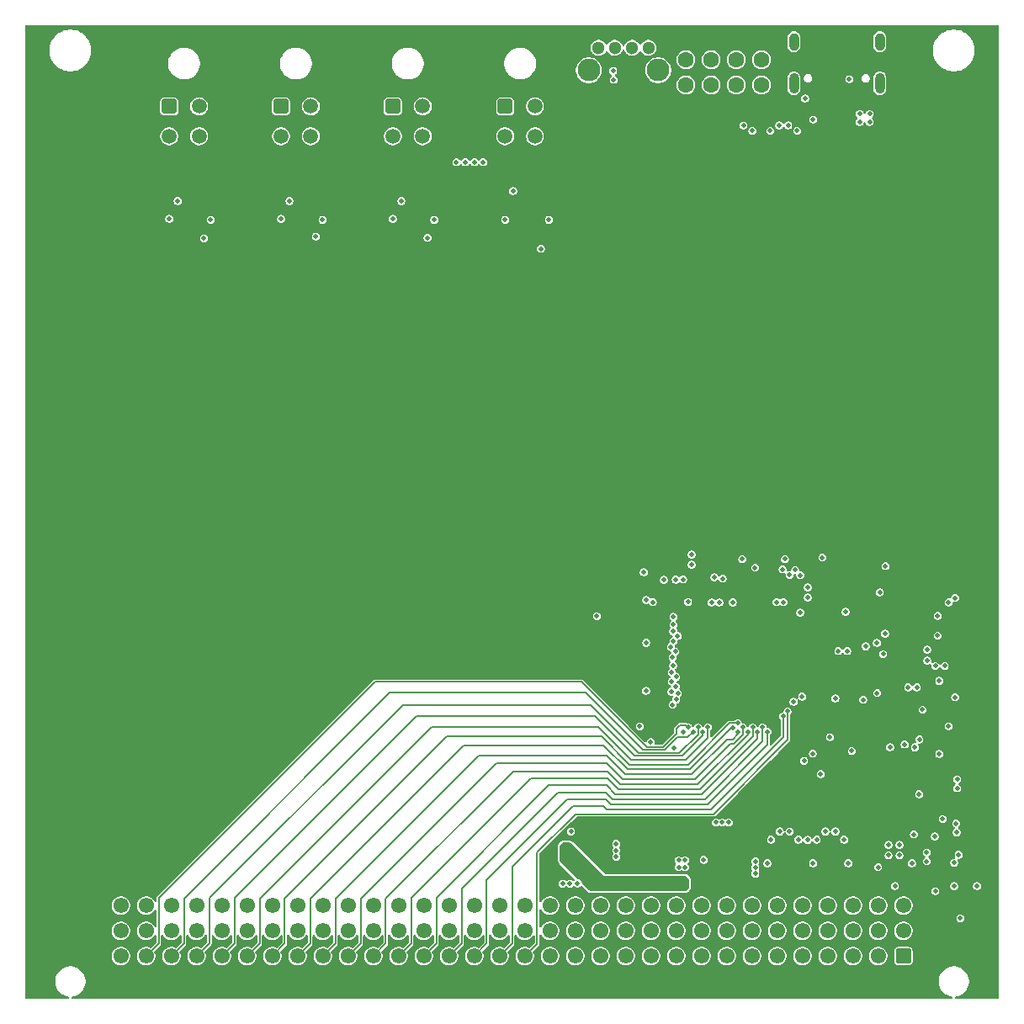
<source format=gbr>
%TF.GenerationSoftware,KiCad,Pcbnew,9.0.2-9.0.2-0~ubuntu24.04.1*%
%TF.CreationDate,2025-06-19T16:39:33+00:00*%
%TF.ProjectId,base-module,62617365-2d6d-46f6-9475-6c652e6b6963,1.1.1*%
%TF.SameCoordinates,Original*%
%TF.FileFunction,Copper,L3,Inr*%
%TF.FilePolarity,Positive*%
%FSLAX46Y46*%
G04 Gerber Fmt 4.6, Leading zero omitted, Abs format (unit mm)*
G04 Created by KiCad (PCBNEW 9.0.2-9.0.2-0~ubuntu24.04.1) date 2025-06-19 16:39:33*
%MOMM*%
%LPD*%
G01*
G04 APERTURE LIST*
G04 Aperture macros list*
%AMRoundRect*
0 Rectangle with rounded corners*
0 $1 Rounding radius*
0 $2 $3 $4 $5 $6 $7 $8 $9 X,Y pos of 4 corners*
0 Add a 4 corners polygon primitive as box body*
4,1,4,$2,$3,$4,$5,$6,$7,$8,$9,$2,$3,0*
0 Add four circle primitives for the rounded corners*
1,1,$1+$1,$2,$3*
1,1,$1+$1,$4,$5*
1,1,$1+$1,$6,$7*
1,1,$1+$1,$8,$9*
0 Add four rect primitives between the rounded corners*
20,1,$1+$1,$2,$3,$4,$5,0*
20,1,$1+$1,$4,$5,$6,$7,0*
20,1,$1+$1,$6,$7,$8,$9,0*
20,1,$1+$1,$8,$9,$2,$3,0*%
G04 Aperture macros list end*
%TA.AperFunction,ComponentPad*%
%ADD10RoundRect,0.250001X-0.499999X-0.499999X0.499999X-0.499999X0.499999X0.499999X-0.499999X0.499999X0*%
%TD*%
%TA.AperFunction,ComponentPad*%
%ADD11C,1.500000*%
%TD*%
%TA.AperFunction,ComponentPad*%
%ADD12C,1.600000*%
%TD*%
%TA.AperFunction,ComponentPad*%
%ADD13C,1.300000*%
%TD*%
%TA.AperFunction,ComponentPad*%
%ADD14C,2.286000*%
%TD*%
%TA.AperFunction,ComponentPad*%
%ADD15O,1.000000X2.100000*%
%TD*%
%TA.AperFunction,ComponentPad*%
%ADD16O,1.000000X1.800000*%
%TD*%
%TA.AperFunction,ComponentPad*%
%ADD17RoundRect,0.249999X0.525001X0.525001X-0.525001X0.525001X-0.525001X-0.525001X0.525001X-0.525001X0*%
%TD*%
%TA.AperFunction,ComponentPad*%
%ADD18C,1.550000*%
%TD*%
%TA.AperFunction,ViaPad*%
%ADD19C,0.500000*%
%TD*%
%TA.AperFunction,Conductor*%
%ADD20C,0.150000*%
%TD*%
G04 APERTURE END LIST*
D10*
%TO.N,+12V_GPIO*%
%TO.C,J8*%
X88670000Y-60470001D03*
D11*
%TO.N,/GPIO connector 3/MOSFET power stage/output*%
X91670000Y-60470001D03*
%TO.N,Net-(J8-Pin_3)*%
X88670000Y-63470001D03*
%TO.N,+5V*%
X91670000Y-63470001D03*
%TD*%
D10*
%TO.N,+12V_GPIO*%
%TO.C,J11*%
X54870000Y-60470001D03*
D11*
%TO.N,/GPIO connector 2/MOSFET power stage/output*%
X57870000Y-60470001D03*
%TO.N,Net-(J11-Pin_3)*%
X54870000Y-63470001D03*
%TO.N,+5V*%
X57870000Y-63470001D03*
%TD*%
D12*
%TO.N,Net-(LED300-Pad1)*%
%TO.C,LED300*%
X106863600Y-55785000D03*
%TO.N,GND*%
X109403600Y-55785000D03*
%TO.N,Net-(LED300-Pad3)*%
X106863600Y-58325000D03*
%TO.N,GND*%
X109403600Y-58325000D03*
%TD*%
D10*
%TO.N,+12V_GPIO*%
%TO.C,J9*%
X77370000Y-60470001D03*
D11*
%TO.N,/GPIO connector 0/MOSFET power stage/output*%
X80370000Y-60470001D03*
%TO.N,Net-(J9-Pin_3)*%
X77370000Y-63470001D03*
%TO.N,+5V*%
X80370000Y-63470001D03*
%TD*%
D13*
%TO.N,GND*%
%TO.C,BTN400*%
X103079415Y-54584163D03*
X101449415Y-54584163D03*
%TO.N,/MCU/SWD.~{RST}*%
X99709415Y-54584163D03*
%TO.N,/MCU/USR_BUTTON*%
X98079415Y-54584163D03*
D14*
%TO.N,N/C*%
X104079415Y-56834163D03*
X97079415Y-56834163D03*
%TD*%
D10*
%TO.N,+12V_GPIO*%
%TO.C,J10*%
X66120000Y-60470001D03*
D11*
%TO.N,/GPIO connector 1/MOSFET power stage/output*%
X69120000Y-60470001D03*
%TO.N,Net-(J10-Pin_3)*%
X66120000Y-63470001D03*
%TO.N,+5V*%
X69120000Y-63470001D03*
%TD*%
D15*
%TO.N,Net-(J800-SHIELD)*%
%TO.C,J800*%
X126370000Y-58140000D03*
D16*
X126370000Y-53960000D03*
D15*
X117730000Y-58140000D03*
D16*
X117730000Y-53960000D03*
%TD*%
D17*
%TO.N,GND*%
%TO.C,J200*%
X128740000Y-145975000D03*
D18*
%TO.N,/Backplane/BACKPLANE.D+*%
X126200000Y-145975000D03*
%TO.N,+5V_STDBY*%
X123660000Y-145975000D03*
%TO.N,GND*%
X121120000Y-145975000D03*
%TO.N,/Backplane/CAN1.+*%
X118580000Y-145975000D03*
%TO.N,/Backplane/CAN1.-*%
X116040000Y-145975000D03*
%TO.N,GND*%
X113500000Y-145975000D03*
%TO.N,/Backplane/CAN2.+*%
X110960000Y-145975000D03*
%TO.N,/Backplane/CAN2.-*%
X108420000Y-145975000D03*
%TO.N,GND*%
X105880000Y-145975000D03*
%TO.N,+12V*%
X103340000Y-145975000D03*
X100800000Y-145975000D03*
%TO.N,GND*%
X98260000Y-145975000D03*
%TO.N,+24V*%
X95720000Y-145975000D03*
%TO.N,GND*%
X93180000Y-145975000D03*
%TO.N,/Backplane/GPIOL0*%
X90640000Y-145975000D03*
%TO.N,/Backplane/GPIOL1*%
X88100000Y-145975000D03*
%TO.N,/Backplane/GPIOL2*%
X85560000Y-145975000D03*
%TO.N,/Backplane/GPIOL3*%
X83020000Y-145975000D03*
%TO.N,/Backplane/GPIOL4*%
X80480000Y-145975000D03*
%TO.N,/Backplane/GPIOL5*%
X77940000Y-145975000D03*
%TO.N,/Backplane/GPIOL6*%
X75400000Y-145975000D03*
%TO.N,/Backplane/GPIOL7*%
X72860000Y-145975000D03*
%TO.N,/Backplane/GPIOL8*%
X70320000Y-145975000D03*
%TO.N,/Backplane/GPIOL9*%
X67780000Y-145975000D03*
%TO.N,/Backplane/GPIOL10*%
X65240000Y-145975000D03*
%TO.N,/Backplane/GPIOL11*%
X62700000Y-145975000D03*
%TO.N,/Backplane/GPIOL12*%
X60160000Y-145975000D03*
%TO.N,/Backplane/GPIOL13*%
X57620000Y-145975000D03*
%TO.N,/Backplane/GPIOL14*%
X55080000Y-145975000D03*
%TO.N,/Backplane/GPIOL15*%
X52540000Y-145975000D03*
%TO.N,GND*%
X50000000Y-145975000D03*
X128740000Y-143435000D03*
X126200000Y-143435000D03*
%TO.N,+5V_STDBY*%
X123660000Y-143435000D03*
%TO.N,GND*%
X121120000Y-143435000D03*
%TO.N,/Backplane/CAN1.+*%
X118580000Y-143435000D03*
%TO.N,/Backplane/CAN1.-*%
X116040000Y-143435000D03*
%TO.N,GND*%
X113500000Y-143435000D03*
%TO.N,/Backplane/CAN2.+*%
X110960000Y-143435000D03*
%TO.N,/Backplane/CAN2.-*%
X108420000Y-143435000D03*
%TO.N,GND*%
X105880000Y-143435000D03*
%TO.N,+12V*%
X103340000Y-143435000D03*
X100800000Y-143435000D03*
%TO.N,GND*%
X98260000Y-143435000D03*
%TO.N,+24V*%
X95720000Y-143435000D03*
%TO.N,GND*%
X93180000Y-143435000D03*
%TO.N,/Backplane/GPIOC0*%
X90640000Y-143435000D03*
%TO.N,/Backplane/GPIOC1*%
X88100000Y-143435000D03*
%TO.N,/Backplane/GPIOC2*%
X85560000Y-143435000D03*
%TO.N,/Backplane/GPIOC3*%
X83020000Y-143435000D03*
%TO.N,/Backplane/GPIOC4*%
X80480000Y-143435000D03*
%TO.N,/Backplane/GPIOC5*%
X77940000Y-143435000D03*
%TO.N,/Backplane/GPIOC6*%
X75400000Y-143435000D03*
%TO.N,/Backplane/GPIOC7*%
X72860000Y-143435000D03*
%TO.N,/Backplane/GPIOC8*%
X70320000Y-143435000D03*
%TO.N,/Backplane/GPIOC9*%
X67780000Y-143435000D03*
%TO.N,/Backplane/GPIOC10*%
X65240000Y-143435000D03*
%TO.N,/Backplane/GPIOC11*%
X62700000Y-143435000D03*
%TO.N,/Backplane/GPIOC12*%
X60160000Y-143435000D03*
%TO.N,/Backplane/GPIOC13*%
X57620000Y-143435000D03*
%TO.N,/Backplane/GPIOC14*%
X55080000Y-143435000D03*
%TO.N,/Backplane/GPIOC15*%
X52540000Y-143435000D03*
%TO.N,GND*%
X50000000Y-143435000D03*
X128740000Y-140895000D03*
%TO.N,/Backplane/BACKPLANE.D-*%
X126200000Y-140895000D03*
%TO.N,+5V_STDBY*%
X123660000Y-140895000D03*
%TO.N,GND*%
X121120000Y-140895000D03*
%TO.N,/Backplane/CAN1.+*%
X118580000Y-140895000D03*
%TO.N,/Backplane/CAN1.-*%
X116040000Y-140895000D03*
%TO.N,GND*%
X113500000Y-140895000D03*
%TO.N,/Backplane/CAN2.+*%
X110960000Y-140895000D03*
%TO.N,/Backplane/CAN2.-*%
X108420000Y-140895000D03*
%TO.N,GND*%
X105880000Y-140895000D03*
%TO.N,+12V*%
X103340000Y-140895000D03*
X100800000Y-140895000D03*
%TO.N,GND*%
X98260000Y-140895000D03*
%TO.N,+24V*%
X95720000Y-140895000D03*
%TO.N,GND*%
X93180000Y-140895000D03*
%TO.N,/Backplane/GPIOR0*%
X90640000Y-140895000D03*
%TO.N,/Backplane/GPIOR1*%
X88100000Y-140895000D03*
%TO.N,/Backplane/GPIOR2*%
X85560000Y-140895000D03*
%TO.N,/Backplane/GPIOR3*%
X83020000Y-140895000D03*
%TO.N,/Backplane/GPIOR4*%
X80480000Y-140895000D03*
%TO.N,/Backplane/GPIOR5*%
X77940000Y-140895000D03*
%TO.N,/Backplane/GPIOR6*%
X75400000Y-140895000D03*
%TO.N,/Backplane/GPIOR7*%
X72860000Y-140895000D03*
%TO.N,/Backplane/GPIOR8*%
X70320000Y-140895000D03*
%TO.N,/Backplane/GPIOR9*%
X67780000Y-140895000D03*
%TO.N,/Backplane/GPIOR10*%
X65240000Y-140895000D03*
%TO.N,/Backplane/GPIOR11*%
X62700000Y-140895000D03*
%TO.N,/Backplane/GPIOR12*%
X60160000Y-140895000D03*
%TO.N,/Backplane/GPIOR13*%
X57620000Y-140895000D03*
%TO.N,/Backplane/GPIOR14*%
X55080000Y-140895000D03*
%TO.N,/Backplane/GPIOR15*%
X52540000Y-140895000D03*
%TO.N,GND*%
X50000000Y-140895000D03*
%TD*%
D12*
%TO.N,Net-(LED301-Pad1)*%
%TO.C,LED301*%
X111913600Y-55785000D03*
%TO.N,GND*%
X114453600Y-55785000D03*
%TO.N,Net-(LED301-Pad3)*%
X111913600Y-58325000D03*
%TO.N,GND*%
X114453600Y-58325000D03*
%TD*%
D19*
%TO.N,+3V3*%
X115300000Y-138075000D03*
X99598400Y-58685001D03*
X131350000Y-125625000D03*
X121325000Y-115325000D03*
X121662040Y-109139790D03*
X104325000Y-124400000D03*
X120590000Y-106765000D03*
X115350000Y-131500000D03*
X132050000Y-135775000D03*
X131800000Y-106175000D03*
X131400000Y-128975000D03*
X133950000Y-118922500D03*
X114650000Y-131500000D03*
X115350000Y-130625000D03*
X107442000Y-107343001D03*
X121350000Y-124927500D03*
X127900000Y-121575000D03*
X125700000Y-115575000D03*
X131350000Y-118275000D03*
X124000000Y-115300000D03*
X122225000Y-109375000D03*
X115575000Y-107050000D03*
X101700000Y-121825000D03*
X107442000Y-104549001D03*
X119900000Y-138075000D03*
X116025000Y-131500000D03*
X112825000Y-106875000D03*
X119625000Y-124600000D03*
X114450000Y-62375000D03*
X122174000Y-110375000D03*
X102133531Y-111641425D03*
X102624000Y-106327001D03*
%TO.N,GND*%
X99598400Y-57785001D03*
X129900000Y-124961216D03*
X128350000Y-134775000D03*
X77370000Y-71785000D03*
X109870720Y-132521542D03*
X134470000Y-142162501D03*
X127250000Y-134775000D03*
X116250000Y-62375000D03*
X132350000Y-125625000D03*
X113850000Y-136425000D03*
X107442000Y-106581001D03*
X118364000Y-111407001D03*
X102624000Y-107343001D03*
X130325000Y-129675000D03*
X110520720Y-132521542D03*
X108650000Y-136275000D03*
X102850000Y-119275000D03*
X119126000Y-109883001D03*
X115050000Y-136625000D03*
X121350000Y-123927500D03*
X116825000Y-106025000D03*
X119625000Y-125600000D03*
X126375000Y-109375000D03*
X126900000Y-113525000D03*
X131150000Y-116225000D03*
X112525000Y-106025000D03*
X66120000Y-71785000D03*
X97900000Y-111775000D03*
X70295000Y-71885001D03*
X113850000Y-137675000D03*
X94450000Y-138675000D03*
X116575000Y-107050000D03*
X128350000Y-135825000D03*
X118750000Y-126325000D03*
X134150000Y-128175000D03*
X131900000Y-133925000D03*
X126950000Y-106725000D03*
X119100000Y-134275000D03*
X111170720Y-132521542D03*
X107442000Y-105565001D03*
X122200000Y-115275000D03*
X81545000Y-71885001D03*
X117150000Y-62375000D03*
X131150000Y-115125000D03*
X119670000Y-61785001D03*
X133300000Y-122825000D03*
X118050000Y-62925000D03*
X133950000Y-119922500D03*
X134100000Y-133525000D03*
X134300000Y-135775000D03*
X109728000Y-107851001D03*
X88670000Y-71885001D03*
X54870000Y-71785000D03*
X113825000Y-106875000D03*
X119126000Y-108867001D03*
X121900000Y-133425000D03*
X118850000Y-59675000D03*
X93070000Y-71885001D03*
X102868898Y-114435000D03*
X103325000Y-124400000D03*
X102870000Y-110137001D03*
X104648000Y-108105001D03*
X117300000Y-133425000D03*
X120590000Y-105865000D03*
X129800000Y-133725000D03*
X95953492Y-138663288D03*
X127250000Y-135825000D03*
X131100000Y-136425000D03*
X99850000Y-134671508D03*
X95200000Y-138675000D03*
X99850000Y-135971508D03*
X136150000Y-138925000D03*
X102225000Y-122850000D03*
X126700000Y-115575000D03*
X123200000Y-136625000D03*
X131950000Y-139425000D03*
X113850000Y-137075000D03*
X125350000Y-62025000D03*
X125350000Y-61225000D03*
X123550000Y-125325000D03*
X132700000Y-132175000D03*
X122936000Y-111325000D03*
X99850000Y-135321508D03*
X123100000Y-115275000D03*
X59045000Y-71885001D03*
X95300000Y-133425000D03*
X132350000Y-118275000D03*
X119650000Y-136625000D03*
%TO.N,+5V*%
X106125000Y-137025000D03*
X134150000Y-129075000D03*
X116300000Y-133425000D03*
X84670000Y-66085001D03*
X106775000Y-136325000D03*
X133300000Y-110375000D03*
X86470000Y-66085001D03*
X131100000Y-135525001D03*
X106775000Y-137025000D03*
X126200000Y-137025000D03*
X106125000Y-136325000D03*
X120900000Y-133425000D03*
X83770000Y-66085001D03*
X85570000Y-66085001D03*
%TO.N,/ST-LINK/LED*%
X124950000Y-114800000D03*
X127400000Y-124950000D03*
%TO.N,/ST-LINK/STLINK-BOOT0*%
X130675000Y-121175000D03*
%TO.N,/ST-LINK/DIO*%
X128875000Y-124675000D03*
%TO.N,/ST-LINK/CLK*%
X130350000Y-124175000D03*
%TO.N,+12V_FUSED*%
X94451270Y-135361059D03*
X133950000Y-109925000D03*
X106125000Y-139025000D03*
X106125000Y-138325000D03*
X106775000Y-138325000D03*
X95375000Y-135375000D03*
X106775000Y-139025000D03*
X94950000Y-134875000D03*
%TO.N,/ST-LINK/STLINK_RX*%
X126100000Y-119500000D03*
X132200000Y-113725000D03*
%TO.N,/USB/VBUS_IN*%
X124350000Y-61225000D03*
X134050000Y-132625000D03*
%TO.N,/ST-LINK/STLINK_TX*%
X132200000Y-111725000D03*
X126075000Y-114450000D03*
%TO.N,/MCU/USR_BUTTON*%
X115975000Y-110350000D03*
X99538600Y-56899202D03*
%TO.N,/MCU/SWD.~{RST}*%
X111575001Y-110375000D03*
X121900000Y-120045000D03*
X118377238Y-107645000D03*
%TO.N,Net-(U302-PGANG)*%
X129600000Y-136625000D03*
X127900000Y-138925000D03*
%TO.N,Net-(U700-PA5)*%
X124700000Y-120175000D03*
X120425000Y-127650000D03*
%TO.N,Net-(U700-PC13)*%
X130100000Y-118925000D03*
X132900000Y-116775000D03*
%TO.N,Net-(U700-PC14)*%
X129225000Y-118925000D03*
X131950000Y-116775000D03*
%TO.N,/Backplane/GPIOL5*%
X113575000Y-122950001D03*
%TO.N,/Backplane/GPIOL3*%
X114575000Y-122950001D03*
%TO.N,/Backplane/GPIOL6*%
X113075000Y-123395001D03*
%TO.N,/Backplane/GPIOR8*%
X105570000Y-116735001D03*
%TO.N,/Backplane/GPIOL2*%
X115075000Y-123395001D03*
%TO.N,/Backplane/GPIOR0*%
X105521732Y-120686227D03*
%TO.N,/Backplane/GPIOR3*%
X105411209Y-119351210D03*
%TO.N,/Backplane/GPIOR15*%
X105599863Y-112626890D03*
%TO.N,/Backplane/GPIOL10*%
X112076076Y-122533374D03*
%TO.N,/Backplane/GPIOL12*%
X108575000Y-123395001D03*
%TO.N,/Backplane/GPIOR5*%
X105436807Y-118350051D03*
%TO.N,/Backplane/GPIOR2*%
X106039705Y-119517031D03*
%TO.N,/Backplane/GPIOL9*%
X111550000Y-123015001D03*
%TO.N,/Backplane/GPIOL0*%
X117095000Y-121350000D03*
%TO.N,/Backplane/GPIOL14*%
X107575000Y-123395001D03*
%TO.N,/Backplane/GPIOL11*%
X109075000Y-122950001D03*
%TO.N,/Backplane/GPIOL8*%
X112099635Y-123393319D03*
%TO.N,/Backplane/GPIOR6*%
X105879816Y-117874398D03*
%TO.N,/Backplane/GPIOR1*%
X105887633Y-120148994D03*
%TO.N,/Backplane/GPIOR11*%
X105350696Y-114855906D03*
%TO.N,/Backplane/GPIOL15*%
X107075000Y-122950001D03*
%TO.N,/Backplane/GPIOR4*%
X105839747Y-118862478D03*
%TO.N,/Backplane/GPIOL13*%
X108075000Y-122950001D03*
%TO.N,/Backplane/GPIOL7*%
X112575000Y-122950001D03*
%TO.N,/Backplane/GPIOR9*%
X105516564Y-115923270D03*
%TO.N,/Backplane/GPIOR10*%
X105792013Y-115334516D03*
%TO.N,/Backplane/GPIOR12*%
X105615709Y-114262383D03*
%TO.N,/Backplane/GPIOL4*%
X114075000Y-123395001D03*
%TO.N,/Backplane/GPIOL1*%
X116650000Y-121850000D03*
%TO.N,/Backplane/GPIOR7*%
X105438686Y-117397003D03*
%TO.N,/Backplane/GPIOR13*%
X106028748Y-113754668D03*
%TO.N,/Backplane/GPIOR14*%
X105588145Y-113276784D03*
%TO.N,/CAN transceiver 1/CAN.TX*%
X122775000Y-134250000D03*
X118550000Y-119850000D03*
%TO.N,/CAN transceiver 1/CAN.RX*%
X117700000Y-120375000D03*
X120025000Y-134250000D03*
%TO.N,/CAN transceiver 2/CAN.TX*%
X118175000Y-134250000D03*
X106575000Y-123400000D03*
%TO.N,/CAN transceiver 2/CAN.RX*%
X105650000Y-125035001D03*
X115425000Y-134250000D03*
%TO.N,/USB/CC1*%
X123300000Y-57725000D03*
X124350000Y-62025000D03*
%TO.N,Net-(U801-~{OE})*%
X133850000Y-136575000D03*
X133850000Y-138925000D03*
%TO.N,/MCU/USER_LED_1*%
X113550000Y-62925000D03*
X117850000Y-107125000D03*
%TO.N,/MCU/USER_LED_2*%
X117300000Y-107625000D03*
X112650000Y-62375000D03*
%TO.N,/MCU/STATUS_LED*%
X115350000Y-62925000D03*
X116675000Y-110350000D03*
%TO.N,/GPIO connector 1/input*%
X66970000Y-69985001D03*
X105845000Y-108085001D03*
%TO.N,/GPIO connector 0/input*%
X107074999Y-110335001D03*
X78220000Y-69985001D03*
%TO.N,/GPIO connector 2/input*%
X55720000Y-69985001D03*
X105600000Y-111820512D03*
%TO.N,/GPIO connector 3/input*%
X110570000Y-107985001D03*
X89470000Y-68985001D03*
%TO.N,/GPIO connector 3/output*%
X92270000Y-74785001D03*
X110220000Y-110385001D03*
%TO.N,/GPIO connector 0/output*%
X109445000Y-110385001D03*
X80870000Y-73685001D03*
%TO.N,/GPIO connector 2/output*%
X103545000Y-110360001D03*
X58370000Y-73735001D03*
%TO.N,/GPIO connector 1/output*%
X69620000Y-73560001D03*
X106575000Y-108060001D03*
%TD*%
D20*
%TO.N,/Backplane/GPIOL5*%
X108270000Y-129185001D02*
X113575000Y-123880001D01*
X100070000Y-129185001D02*
X108270000Y-129185001D01*
X113575000Y-123880001D02*
X113575000Y-122950001D01*
X79210000Y-140145001D02*
X91270000Y-128085001D01*
X79210000Y-144705000D02*
X79210000Y-140145001D01*
X98970000Y-128085001D02*
X100070000Y-129185001D01*
X91270000Y-128085001D02*
X98970000Y-128085001D01*
X77940000Y-145975000D02*
X79210000Y-144705000D01*
%TO.N,/Backplane/GPIOL3*%
X84290000Y-139195001D02*
X84290000Y-144705000D01*
X84290000Y-144705000D02*
X83020000Y-145975000D01*
X94000000Y-129485001D02*
X84290000Y-139195001D01*
X114575000Y-122950001D02*
X114575000Y-124380001D01*
X98770000Y-129485001D02*
X94000000Y-129485001D01*
X99470000Y-130185001D02*
X98770000Y-129485001D01*
X108770000Y-130185001D02*
X99470000Y-130185001D01*
X114575000Y-124380001D02*
X108770000Y-130185001D01*
%TO.N,/Backplane/GPIOL6*%
X100270000Y-128685001D02*
X98970000Y-127385001D01*
X113075000Y-123395001D02*
X113075000Y-123680001D01*
X108070000Y-128685001D02*
X100270000Y-128685001D01*
X89470000Y-127385001D02*
X76660000Y-140195001D01*
X76660000Y-144715000D02*
X75400000Y-145975000D01*
X98970000Y-127385001D02*
X89470000Y-127385001D01*
X76660000Y-140195001D02*
X76660000Y-144715000D01*
X113075000Y-123680001D02*
X108070000Y-128685001D01*
%TO.N,/Backplane/GPIOL2*%
X86820000Y-144715000D02*
X85560000Y-145975000D01*
X86820000Y-138290679D02*
X86820000Y-144715000D01*
X99270000Y-130685001D02*
X98770000Y-130185001D01*
X98770000Y-130185001D02*
X94925678Y-130185001D01*
X115075000Y-124680001D02*
X109070000Y-130685001D01*
X94925678Y-130185001D02*
X86820000Y-138290679D01*
X109070000Y-130685001D02*
X99270000Y-130685001D01*
X115075000Y-123395001D02*
X115075000Y-124680001D01*
%TO.N,/Backplane/GPIOL10*%
X107070000Y-126685001D02*
X101170000Y-126685001D01*
X112076076Y-122533374D02*
X111221627Y-122533374D01*
X66500000Y-144715000D02*
X65240000Y-145975000D01*
X66500000Y-140155001D02*
X66500000Y-144715000D01*
X111221627Y-122533374D02*
X107070000Y-126685001D01*
X82770000Y-123885001D02*
X66500000Y-140155001D01*
X101170000Y-126685001D02*
X98370000Y-123885001D01*
X98370000Y-123885001D02*
X82770000Y-123885001D01*
%TO.N,/Backplane/GPIOL12*%
X108575000Y-123780001D02*
X106530000Y-125825001D01*
X61430000Y-144705000D02*
X60160000Y-145975000D01*
X79770000Y-121785001D02*
X61430000Y-140125001D01*
X97670000Y-121785001D02*
X79770000Y-121785001D01*
X108575000Y-123395001D02*
X108575000Y-123780001D01*
X106530000Y-125825001D02*
X101710000Y-125825001D01*
X101710000Y-125825001D02*
X97670000Y-121785001D01*
X61430000Y-140125001D02*
X61430000Y-144705000D01*
%TO.N,/Backplane/GPIOL9*%
X84470000Y-124785001D02*
X69060000Y-140195001D01*
X111550000Y-123015001D02*
X111440000Y-123015001D01*
X107270000Y-127185001D02*
X100970000Y-127185001D01*
X98570000Y-124785001D02*
X84470000Y-124785001D01*
X69060000Y-144695000D02*
X67780000Y-145975000D01*
X69060000Y-140195001D02*
X69060000Y-144695000D01*
X100970000Y-127185001D02*
X98570000Y-124785001D01*
X111440000Y-123015001D02*
X107270000Y-127185001D01*
%TO.N,/Backplane/GPIOL0*%
X117095000Y-121350000D02*
X117126000Y-121381000D01*
X91890000Y-135565001D02*
X91890000Y-144725000D01*
X109670000Y-131685001D02*
X95770000Y-131685001D01*
X91890000Y-144725000D02*
X90640000Y-145975000D01*
X117126000Y-124229001D02*
X109670000Y-131685001D01*
X117126000Y-121381000D02*
X117126000Y-124229001D01*
X95770000Y-131685001D02*
X91890000Y-135565001D01*
%TO.N,/Backplane/GPIOL14*%
X56350000Y-144705000D02*
X55080000Y-145975000D01*
X96770000Y-119485001D02*
X77070000Y-119485001D01*
X104696678Y-125224001D02*
X102509000Y-125224001D01*
X77070000Y-119485001D02*
X56350000Y-140205001D01*
X56350000Y-140205001D02*
X56350000Y-144705000D01*
X105975678Y-123945001D02*
X104696678Y-125224001D01*
X107025000Y-123945001D02*
X105975678Y-123945001D01*
X102509000Y-125224001D02*
X96770000Y-119485001D01*
X107575000Y-123395001D02*
X107025000Y-123945001D01*
%TO.N,/Backplane/GPIOL11*%
X81240000Y-122885001D02*
X98070000Y-122885001D01*
X63970000Y-144705000D02*
X63970000Y-140155001D01*
X63970000Y-140155001D02*
X81240000Y-122885001D01*
X109075000Y-123980001D02*
X109075000Y-122950001D01*
X62700000Y-145975000D02*
X63970000Y-144705000D01*
X98070000Y-122885001D02*
X101370000Y-126185001D01*
X106870000Y-126185001D02*
X109075000Y-123980001D01*
X101370000Y-126185001D02*
X106870000Y-126185001D01*
%TO.N,/Backplane/GPIOL8*%
X110970000Y-124185001D02*
X107470000Y-127685001D01*
X112099635Y-123393319D02*
X112097953Y-123395001D01*
X71590000Y-144705000D02*
X70320000Y-145975000D01*
X107470000Y-127685001D02*
X100770000Y-127685001D01*
X71590000Y-140205001D02*
X71590000Y-144705000D01*
X111545678Y-124185001D02*
X110970000Y-124185001D01*
X100770000Y-127685001D02*
X98870000Y-125785001D01*
X112099635Y-123631044D02*
X111545678Y-124185001D01*
X112097953Y-123395001D02*
X112099635Y-123395001D01*
X86010000Y-125785001D02*
X71590000Y-140205001D01*
X98870000Y-125785001D02*
X86010000Y-125785001D01*
X112099635Y-123395001D02*
X112099635Y-123631044D01*
%TO.N,/Backplane/GPIOL15*%
X106230000Y-122735001D02*
X105920000Y-123045001D01*
X102918000Y-124923001D02*
X96380000Y-118385001D01*
X75570000Y-118385001D02*
X53810000Y-140145001D01*
X53810000Y-140145001D02*
X53810000Y-144705000D01*
X96380000Y-118385001D02*
X75570000Y-118385001D01*
X105920000Y-123575001D02*
X104572000Y-124923001D01*
X107075000Y-122950001D02*
X106860000Y-122735001D01*
X53810000Y-144705000D02*
X52540000Y-145975000D01*
X104572000Y-124923001D02*
X102918000Y-124923001D01*
X105920000Y-123045001D02*
X105920000Y-123575001D01*
X106860000Y-122735001D02*
X106230000Y-122735001D01*
%TO.N,/Backplane/GPIOL13*%
X78370000Y-120685001D02*
X97270000Y-120685001D01*
X106201000Y-125524001D02*
X108075000Y-123650001D01*
X58910000Y-140145001D02*
X78370000Y-120685001D01*
X102109000Y-125524001D02*
X106201000Y-125524001D01*
X108075000Y-123650001D02*
X108075000Y-122950001D01*
X57620000Y-145975000D02*
X58910000Y-144685000D01*
X97270000Y-120685001D02*
X102109000Y-125524001D01*
X58910000Y-144685000D02*
X58910000Y-140145001D01*
%TO.N,/Backplane/GPIOL7*%
X100520000Y-128185001D02*
X98920000Y-126585001D01*
X112575000Y-123680001D02*
X111670000Y-124585001D01*
X111670000Y-124585001D02*
X111370000Y-124585001D01*
X107770000Y-128185001D02*
X100520000Y-128185001D01*
X98920000Y-126585001D02*
X87770000Y-126585001D01*
X111370000Y-124585001D02*
X107770000Y-128185001D01*
X74140000Y-140215001D02*
X74140000Y-144695000D01*
X112575000Y-122950001D02*
X112575000Y-123680001D01*
X74140000Y-144695000D02*
X72860000Y-145975000D01*
X87770000Y-126585001D02*
X74140000Y-140215001D01*
%TO.N,/Backplane/GPIOL4*%
X93070000Y-128785001D02*
X81750000Y-140105001D01*
X81750000Y-144705000D02*
X80480000Y-145975000D01*
X99770000Y-129685001D02*
X98870000Y-128785001D01*
X108470000Y-129685001D02*
X99770000Y-129685001D01*
X114075000Y-124080001D02*
X108470000Y-129685001D01*
X114075000Y-123395001D02*
X114075000Y-124080001D01*
X98870000Y-128785001D02*
X93070000Y-128785001D01*
X81750000Y-140105001D02*
X81750000Y-144705000D01*
%TO.N,/Backplane/GPIOL1*%
X89370000Y-144705000D02*
X88100000Y-145975000D01*
X109370000Y-131185001D02*
X98870000Y-131185001D01*
X98870000Y-131185001D02*
X98570000Y-130885001D01*
X116650000Y-123905001D02*
X109370000Y-131185001D01*
X89370000Y-136985001D02*
X89370000Y-144705000D01*
X98570000Y-130885001D02*
X95470000Y-130885001D01*
X116650000Y-121850000D02*
X116650000Y-123905001D01*
X95470000Y-130885001D02*
X89370000Y-136985001D01*
%TD*%
%TA.AperFunction,Conductor*%
%TO.N,+12V_FUSED*%
G36*
X95050952Y-134526061D02*
G01*
X95156116Y-134539906D01*
X95187383Y-134548284D01*
X95277808Y-134585739D01*
X95305842Y-134601924D01*
X95390003Y-134666503D01*
X95402198Y-134677198D01*
X98625000Y-137900000D01*
X106666874Y-137900000D01*
X106683059Y-137901061D01*
X106788223Y-137914906D01*
X106819491Y-137923284D01*
X106909918Y-137960740D01*
X106937952Y-137976925D01*
X107015602Y-138036509D01*
X107038491Y-138059398D01*
X107098074Y-138137048D01*
X107114259Y-138165081D01*
X107151715Y-138255508D01*
X107160093Y-138286775D01*
X107170656Y-138367005D01*
X107173245Y-138386672D01*
X107173939Y-138391939D01*
X107175000Y-138408125D01*
X107175000Y-138916874D01*
X107173939Y-138933060D01*
X107160093Y-139038224D01*
X107151715Y-139069491D01*
X107114259Y-139159918D01*
X107098074Y-139187951D01*
X107038491Y-139265601D01*
X107015601Y-139288491D01*
X106937951Y-139348074D01*
X106909918Y-139364259D01*
X106819491Y-139401715D01*
X106788224Y-139410093D01*
X106694398Y-139422446D01*
X106683058Y-139423939D01*
X106666874Y-139425000D01*
X97390233Y-139425000D01*
X97374048Y-139423939D01*
X97361024Y-139422224D01*
X97268882Y-139410093D01*
X97237616Y-139401715D01*
X97147191Y-139364260D01*
X97119157Y-139348075D01*
X97034996Y-139283496D01*
X97022801Y-139272801D01*
X96440311Y-138690311D01*
X96406826Y-138628988D01*
X96404783Y-138609995D01*
X96403992Y-138603982D01*
X96403992Y-138603979D01*
X96373291Y-138489402D01*
X96313981Y-138386675D01*
X96230105Y-138302799D01*
X96127378Y-138243489D01*
X96012801Y-138212788D01*
X96012797Y-138212787D01*
X96004741Y-138211727D01*
X96004956Y-138210088D01*
X95947111Y-138193103D01*
X95926469Y-138176469D01*
X94302198Y-136552198D01*
X94291503Y-136540003D01*
X94226924Y-136455842D01*
X94210739Y-136427808D01*
X94173284Y-136337383D01*
X94164906Y-136306116D01*
X94151061Y-136200952D01*
X94150000Y-136184767D01*
X94150000Y-135033125D01*
X94151061Y-135016940D01*
X94164906Y-134911776D01*
X94173284Y-134880508D01*
X94210740Y-134790081D01*
X94226923Y-134762050D01*
X94286513Y-134684392D01*
X94309392Y-134661513D01*
X94387050Y-134601923D01*
X94415079Y-134585740D01*
X94505509Y-134548283D01*
X94536775Y-134539906D01*
X94641941Y-134526061D01*
X94658126Y-134525000D01*
X95034767Y-134525000D01*
X95050952Y-134526061D01*
G37*
%TD.AperFunction*%
%TD*%
%TA.AperFunction,Conductor*%
%TO.N,+3V3*%
G36*
X138313039Y-52304685D02*
G01*
X138358794Y-52357489D01*
X138370000Y-52409000D01*
X138370000Y-150151000D01*
X138350315Y-150218039D01*
X138297511Y-150263794D01*
X138246000Y-150275000D01*
X134035051Y-150275000D01*
X133968012Y-150255315D01*
X133922257Y-150202511D01*
X133912313Y-150133353D01*
X133941338Y-150069797D01*
X134000116Y-150032023D01*
X134015653Y-150028527D01*
X134177222Y-150002937D01*
X134405589Y-149928736D01*
X134619536Y-149819724D01*
X134813796Y-149678586D01*
X134983586Y-149508796D01*
X135124724Y-149314536D01*
X135233736Y-149100589D01*
X135307937Y-148872222D01*
X135345500Y-148635059D01*
X135345500Y-148394941D01*
X135307937Y-148157778D01*
X135233736Y-147929411D01*
X135233734Y-147929408D01*
X135233734Y-147929406D01*
X135124723Y-147715463D01*
X134983586Y-147521204D01*
X134813796Y-147351414D01*
X134619536Y-147210276D01*
X134405593Y-147101265D01*
X134177222Y-147027063D01*
X133940059Y-146989500D01*
X133699941Y-146989500D01*
X133581359Y-147008281D01*
X133462777Y-147027063D01*
X133234406Y-147101265D01*
X133020463Y-147210276D01*
X132826201Y-147351416D01*
X132656416Y-147521201D01*
X132515276Y-147715463D01*
X132406265Y-147929406D01*
X132332063Y-148157777D01*
X132294500Y-148394941D01*
X132294500Y-148635058D01*
X132332063Y-148872222D01*
X132406265Y-149100593D01*
X132515276Y-149314536D01*
X132656414Y-149508796D01*
X132826204Y-149678586D01*
X133020464Y-149819724D01*
X133121543Y-149871226D01*
X133234406Y-149928734D01*
X133234408Y-149928734D01*
X133234411Y-149928736D01*
X133462778Y-150002937D01*
X133624347Y-150028527D01*
X133687482Y-150058456D01*
X133724413Y-150117768D01*
X133723415Y-150187630D01*
X133684805Y-150245863D01*
X133620842Y-150273977D01*
X133604949Y-150275000D01*
X45135051Y-150275000D01*
X45068012Y-150255315D01*
X45022257Y-150202511D01*
X45012313Y-150133353D01*
X45041338Y-150069797D01*
X45100116Y-150032023D01*
X45115653Y-150028527D01*
X45277222Y-150002937D01*
X45505589Y-149928736D01*
X45719536Y-149819724D01*
X45913796Y-149678586D01*
X46083586Y-149508796D01*
X46224724Y-149314536D01*
X46333736Y-149100589D01*
X46407937Y-148872222D01*
X46445500Y-148635059D01*
X46445500Y-148394941D01*
X46407937Y-148157778D01*
X46333736Y-147929411D01*
X46333734Y-147929408D01*
X46333734Y-147929406D01*
X46224723Y-147715463D01*
X46083586Y-147521204D01*
X45913796Y-147351414D01*
X45719536Y-147210276D01*
X45505593Y-147101265D01*
X45277222Y-147027063D01*
X45040059Y-146989500D01*
X44799941Y-146989500D01*
X44681359Y-147008281D01*
X44562777Y-147027063D01*
X44334406Y-147101265D01*
X44120463Y-147210276D01*
X43926201Y-147351416D01*
X43756416Y-147521201D01*
X43615276Y-147715463D01*
X43506265Y-147929406D01*
X43432063Y-148157777D01*
X43394500Y-148394941D01*
X43394500Y-148635058D01*
X43432063Y-148872222D01*
X43506265Y-149100593D01*
X43615276Y-149314536D01*
X43756414Y-149508796D01*
X43926204Y-149678586D01*
X44120464Y-149819724D01*
X44221543Y-149871226D01*
X44334406Y-149928734D01*
X44334408Y-149928734D01*
X44334411Y-149928736D01*
X44562778Y-150002937D01*
X44724347Y-150028527D01*
X44787482Y-150058456D01*
X44824413Y-150117768D01*
X44823415Y-150187630D01*
X44784805Y-150245863D01*
X44720842Y-150273977D01*
X44704949Y-150275000D01*
X40494000Y-150275000D01*
X40426961Y-150255315D01*
X40381206Y-150202511D01*
X40370000Y-150151000D01*
X40370000Y-146066156D01*
X49074499Y-146066156D01*
X49110065Y-146244952D01*
X49110068Y-146244962D01*
X49179831Y-146413387D01*
X49179833Y-146413391D01*
X49281113Y-146564967D01*
X49281119Y-146564975D01*
X49410024Y-146693880D01*
X49410032Y-146693886D01*
X49561608Y-146795166D01*
X49561612Y-146795168D01*
X49730037Y-146864931D01*
X49730042Y-146864933D01*
X49730046Y-146864933D01*
X49730047Y-146864934D01*
X49908843Y-146900500D01*
X49908846Y-146900500D01*
X50091156Y-146900500D01*
X50211445Y-146876572D01*
X50269958Y-146864933D01*
X50438389Y-146795167D01*
X50438391Y-146795166D01*
X50523425Y-146738348D01*
X50589972Y-146693883D01*
X50718883Y-146564972D01*
X50820167Y-146413389D01*
X50889933Y-146244958D01*
X50925500Y-146066154D01*
X50925500Y-145883846D01*
X50925500Y-145883843D01*
X50889934Y-145705047D01*
X50889933Y-145705046D01*
X50889933Y-145705042D01*
X50889931Y-145705037D01*
X50820168Y-145536612D01*
X50820166Y-145536608D01*
X50718886Y-145385032D01*
X50718880Y-145385024D01*
X50589975Y-145256119D01*
X50589967Y-145256113D01*
X50438391Y-145154833D01*
X50438387Y-145154831D01*
X50269962Y-145085068D01*
X50269952Y-145085065D01*
X50091156Y-145049500D01*
X50091154Y-145049500D01*
X49908846Y-145049500D01*
X49908844Y-145049500D01*
X49730047Y-145085065D01*
X49730037Y-145085068D01*
X49561612Y-145154831D01*
X49561608Y-145154833D01*
X49410032Y-145256113D01*
X49410024Y-145256119D01*
X49281119Y-145385024D01*
X49281113Y-145385032D01*
X49179833Y-145536608D01*
X49179831Y-145536612D01*
X49110068Y-145705037D01*
X49110065Y-145705047D01*
X49074500Y-145883843D01*
X49074500Y-145883846D01*
X49074500Y-146066154D01*
X49074500Y-146066156D01*
X49074499Y-146066156D01*
X40370000Y-146066156D01*
X40370000Y-143526156D01*
X49074499Y-143526156D01*
X49110065Y-143704952D01*
X49110068Y-143704962D01*
X49179831Y-143873387D01*
X49179833Y-143873391D01*
X49281113Y-144024967D01*
X49281119Y-144024975D01*
X49410024Y-144153880D01*
X49410032Y-144153886D01*
X49561608Y-144255166D01*
X49561612Y-144255168D01*
X49730037Y-144324931D01*
X49730042Y-144324933D01*
X49730046Y-144324933D01*
X49730047Y-144324934D01*
X49908843Y-144360500D01*
X49908846Y-144360500D01*
X50091156Y-144360500D01*
X50211445Y-144336572D01*
X50269958Y-144324933D01*
X50438389Y-144255167D01*
X50438391Y-144255166D01*
X50513672Y-144204864D01*
X50589972Y-144153883D01*
X50718883Y-144024972D01*
X50811978Y-143885645D01*
X50820166Y-143873391D01*
X50820168Y-143873387D01*
X50889931Y-143704962D01*
X50889933Y-143704958D01*
X50925500Y-143526154D01*
X50925500Y-143343846D01*
X50925500Y-143343843D01*
X50889934Y-143165047D01*
X50889933Y-143165046D01*
X50889933Y-143165042D01*
X50850455Y-143069733D01*
X50820168Y-142996612D01*
X50820166Y-142996608D01*
X50718886Y-142845032D01*
X50718880Y-142845024D01*
X50589975Y-142716119D01*
X50589967Y-142716113D01*
X50438391Y-142614833D01*
X50438387Y-142614831D01*
X50269962Y-142545068D01*
X50269952Y-142545065D01*
X50091156Y-142509500D01*
X50091154Y-142509500D01*
X49908846Y-142509500D01*
X49908844Y-142509500D01*
X49730047Y-142545065D01*
X49730037Y-142545068D01*
X49561612Y-142614831D01*
X49561608Y-142614833D01*
X49410032Y-142716113D01*
X49410024Y-142716119D01*
X49281119Y-142845024D01*
X49281113Y-142845032D01*
X49179833Y-142996608D01*
X49179831Y-142996612D01*
X49110068Y-143165037D01*
X49110065Y-143165047D01*
X49074500Y-143343843D01*
X49074500Y-143343846D01*
X49074500Y-143526154D01*
X49074500Y-143526156D01*
X49074499Y-143526156D01*
X40370000Y-143526156D01*
X40370000Y-140986156D01*
X49074499Y-140986156D01*
X49110065Y-141164952D01*
X49110068Y-141164962D01*
X49179831Y-141333387D01*
X49179833Y-141333391D01*
X49281113Y-141484967D01*
X49281119Y-141484975D01*
X49410024Y-141613880D01*
X49410032Y-141613886D01*
X49561608Y-141715166D01*
X49561612Y-141715168D01*
X49730037Y-141784931D01*
X49730042Y-141784933D01*
X49730046Y-141784933D01*
X49730047Y-141784934D01*
X49908843Y-141820500D01*
X49908846Y-141820500D01*
X50091156Y-141820500D01*
X50248034Y-141789294D01*
X50269958Y-141784933D01*
X50438389Y-141715167D01*
X50438391Y-141715166D01*
X50513672Y-141664864D01*
X50589972Y-141613883D01*
X50718883Y-141484972D01*
X50811978Y-141345645D01*
X50820166Y-141333391D01*
X50820168Y-141333387D01*
X50889931Y-141164962D01*
X50889933Y-141164958D01*
X50925500Y-140986156D01*
X51614499Y-140986156D01*
X51650065Y-141164952D01*
X51650068Y-141164962D01*
X51719831Y-141333387D01*
X51719833Y-141333391D01*
X51821113Y-141484967D01*
X51821119Y-141484975D01*
X51950024Y-141613880D01*
X51950032Y-141613886D01*
X52101608Y-141715166D01*
X52101612Y-141715168D01*
X52270037Y-141784931D01*
X52270042Y-141784933D01*
X52270046Y-141784933D01*
X52270047Y-141784934D01*
X52448843Y-141820500D01*
X52448846Y-141820500D01*
X52631156Y-141820500D01*
X52788034Y-141789294D01*
X52809958Y-141784933D01*
X52978389Y-141715167D01*
X52978391Y-141715166D01*
X53053672Y-141664864D01*
X53129972Y-141613883D01*
X53258883Y-141484972D01*
X53357397Y-141337533D01*
X53411010Y-141292728D01*
X53480334Y-141284021D01*
X53543362Y-141314175D01*
X53580082Y-141373618D01*
X53584500Y-141406424D01*
X53584500Y-142923575D01*
X53564815Y-142990614D01*
X53512011Y-143036369D01*
X53442853Y-143046313D01*
X53379297Y-143017288D01*
X53357398Y-142992466D01*
X53258883Y-142845027D01*
X53129975Y-142716119D01*
X53129967Y-142716113D01*
X52978391Y-142614833D01*
X52978387Y-142614831D01*
X52809962Y-142545068D01*
X52809952Y-142545065D01*
X52631156Y-142509500D01*
X52631154Y-142509500D01*
X52448846Y-142509500D01*
X52448844Y-142509500D01*
X52270047Y-142545065D01*
X52270037Y-142545068D01*
X52101612Y-142614831D01*
X52101608Y-142614833D01*
X51950032Y-142716113D01*
X51950024Y-142716119D01*
X51821119Y-142845024D01*
X51821113Y-142845032D01*
X51719833Y-142996608D01*
X51719831Y-142996612D01*
X51650068Y-143165037D01*
X51650065Y-143165047D01*
X51614500Y-143343843D01*
X51614500Y-143343846D01*
X51614500Y-143526154D01*
X51614500Y-143526156D01*
X51614499Y-143526156D01*
X51650065Y-143704952D01*
X51650068Y-143704962D01*
X51719831Y-143873387D01*
X51719833Y-143873391D01*
X51821113Y-144024967D01*
X51821119Y-144024975D01*
X51950024Y-144153880D01*
X51950032Y-144153886D01*
X52101608Y-144255166D01*
X52101612Y-144255168D01*
X52270037Y-144324931D01*
X52270042Y-144324933D01*
X52270046Y-144324933D01*
X52270047Y-144324934D01*
X52448843Y-144360500D01*
X52448846Y-144360500D01*
X52631156Y-144360500D01*
X52751445Y-144336572D01*
X52809958Y-144324933D01*
X52978389Y-144255167D01*
X52978391Y-144255166D01*
X53053672Y-144204864D01*
X53129972Y-144153883D01*
X53258883Y-144024972D01*
X53357397Y-143877533D01*
X53411010Y-143832728D01*
X53480334Y-143824021D01*
X53543362Y-143854175D01*
X53580082Y-143913618D01*
X53584500Y-143946424D01*
X53584500Y-144560232D01*
X53564815Y-144627271D01*
X53548181Y-144647913D01*
X53081433Y-145114660D01*
X53020110Y-145148145D01*
X52950418Y-145143161D01*
X52946300Y-145141540D01*
X52809962Y-145085068D01*
X52809952Y-145085065D01*
X52631156Y-145049500D01*
X52631154Y-145049500D01*
X52448846Y-145049500D01*
X52448844Y-145049500D01*
X52270047Y-145085065D01*
X52270037Y-145085068D01*
X52101612Y-145154831D01*
X52101608Y-145154833D01*
X51950032Y-145256113D01*
X51950024Y-145256119D01*
X51821119Y-145385024D01*
X51821113Y-145385032D01*
X51719833Y-145536608D01*
X51719831Y-145536612D01*
X51650068Y-145705037D01*
X51650065Y-145705047D01*
X51614500Y-145883843D01*
X51614500Y-145883846D01*
X51614500Y-146066154D01*
X51614500Y-146066156D01*
X51614499Y-146066156D01*
X51650065Y-146244952D01*
X51650068Y-146244962D01*
X51719831Y-146413387D01*
X51719833Y-146413391D01*
X51821113Y-146564967D01*
X51821119Y-146564975D01*
X51950024Y-146693880D01*
X51950032Y-146693886D01*
X52101608Y-146795166D01*
X52101612Y-146795168D01*
X52270037Y-146864931D01*
X52270042Y-146864933D01*
X52270046Y-146864933D01*
X52270047Y-146864934D01*
X52448843Y-146900500D01*
X52448846Y-146900500D01*
X52631156Y-146900500D01*
X52751445Y-146876572D01*
X52809958Y-146864933D01*
X52978389Y-146795167D01*
X52978391Y-146795166D01*
X53063425Y-146738348D01*
X53129972Y-146693883D01*
X53258883Y-146564972D01*
X53360167Y-146413389D01*
X53429933Y-146244958D01*
X53465500Y-146066154D01*
X53465500Y-145883846D01*
X53465500Y-145883843D01*
X53429934Y-145705047D01*
X53429933Y-145705046D01*
X53429933Y-145705042D01*
X53373457Y-145568698D01*
X53365989Y-145499229D01*
X53397264Y-145436750D01*
X53400310Y-145433593D01*
X53920294Y-144913610D01*
X53920297Y-144913608D01*
X53937735Y-144896170D01*
X53937736Y-144896170D01*
X54001170Y-144832736D01*
X54001170Y-144832734D01*
X54001172Y-144832733D01*
X54018335Y-144791295D01*
X54035500Y-144749855D01*
X54035500Y-143946424D01*
X54055185Y-143879385D01*
X54107989Y-143833630D01*
X54177147Y-143823686D01*
X54240703Y-143852711D01*
X54262601Y-143877532D01*
X54283839Y-143909317D01*
X54361118Y-144024974D01*
X54490024Y-144153880D01*
X54490032Y-144153886D01*
X54641608Y-144255166D01*
X54641612Y-144255168D01*
X54810037Y-144324931D01*
X54810042Y-144324933D01*
X54810046Y-144324933D01*
X54810047Y-144324934D01*
X54988843Y-144360500D01*
X54988846Y-144360500D01*
X55171156Y-144360500D01*
X55291445Y-144336572D01*
X55349958Y-144324933D01*
X55518389Y-144255167D01*
X55518391Y-144255166D01*
X55593672Y-144204864D01*
X55669972Y-144153883D01*
X55798883Y-144024972D01*
X55897397Y-143877533D01*
X55951010Y-143832728D01*
X56020334Y-143824021D01*
X56083362Y-143854175D01*
X56120082Y-143913618D01*
X56124500Y-143946424D01*
X56124500Y-144560232D01*
X56104815Y-144627271D01*
X56088181Y-144647913D01*
X55621433Y-145114660D01*
X55560110Y-145148145D01*
X55490418Y-145143161D01*
X55486300Y-145141540D01*
X55349962Y-145085068D01*
X55349952Y-145085065D01*
X55171156Y-145049500D01*
X55171154Y-145049500D01*
X54988846Y-145049500D01*
X54988844Y-145049500D01*
X54810047Y-145085065D01*
X54810037Y-145085068D01*
X54641612Y-145154831D01*
X54641608Y-145154833D01*
X54490032Y-145256113D01*
X54490024Y-145256119D01*
X54361119Y-145385024D01*
X54361113Y-145385032D01*
X54259833Y-145536608D01*
X54259831Y-145536612D01*
X54190068Y-145705037D01*
X54190065Y-145705047D01*
X54154500Y-145883843D01*
X54154500Y-145883846D01*
X54154500Y-146066154D01*
X54154500Y-146066156D01*
X54154499Y-146066156D01*
X54190065Y-146244952D01*
X54190068Y-146244962D01*
X54259831Y-146413387D01*
X54259833Y-146413391D01*
X54361113Y-146564967D01*
X54361119Y-146564975D01*
X54490024Y-146693880D01*
X54490032Y-146693886D01*
X54641608Y-146795166D01*
X54641612Y-146795168D01*
X54810037Y-146864931D01*
X54810042Y-146864933D01*
X54810046Y-146864933D01*
X54810047Y-146864934D01*
X54988843Y-146900500D01*
X54988846Y-146900500D01*
X55171156Y-146900500D01*
X55291445Y-146876572D01*
X55349958Y-146864933D01*
X55518389Y-146795167D01*
X55518391Y-146795166D01*
X55603425Y-146738348D01*
X55669972Y-146693883D01*
X55798883Y-146564972D01*
X55900167Y-146413389D01*
X55969933Y-146244958D01*
X56005500Y-146066154D01*
X56005500Y-145883846D01*
X56005500Y-145883843D01*
X55969934Y-145705047D01*
X55969933Y-145705046D01*
X55969933Y-145705042D01*
X55913457Y-145568698D01*
X55905989Y-145499229D01*
X55937264Y-145436750D01*
X55940310Y-145433593D01*
X56460294Y-144913610D01*
X56460297Y-144913608D01*
X56477735Y-144896170D01*
X56477736Y-144896170D01*
X56541170Y-144832736D01*
X56541170Y-144832734D01*
X56541172Y-144832733D01*
X56558335Y-144791295D01*
X56575500Y-144749855D01*
X56575500Y-143946424D01*
X56595185Y-143879385D01*
X56647989Y-143833630D01*
X56717147Y-143823686D01*
X56780703Y-143852711D01*
X56802601Y-143877532D01*
X56823839Y-143909317D01*
X56901118Y-144024974D01*
X57030024Y-144153880D01*
X57030032Y-144153886D01*
X57181608Y-144255166D01*
X57181612Y-144255168D01*
X57350037Y-144324931D01*
X57350042Y-144324933D01*
X57350046Y-144324933D01*
X57350047Y-144324934D01*
X57528843Y-144360500D01*
X57528846Y-144360500D01*
X57711156Y-144360500D01*
X57831445Y-144336572D01*
X57889958Y-144324933D01*
X58058389Y-144255167D01*
X58058391Y-144255166D01*
X58133672Y-144204864D01*
X58209972Y-144153883D01*
X58338883Y-144024972D01*
X58440167Y-143873389D01*
X58445938Y-143859455D01*
X58489779Y-143805052D01*
X58556073Y-143782986D01*
X58623772Y-143800265D01*
X58671383Y-143851401D01*
X58684500Y-143906907D01*
X58684500Y-144540232D01*
X58664815Y-144607271D01*
X58648181Y-144627913D01*
X58161433Y-145114660D01*
X58100110Y-145148145D01*
X58030418Y-145143161D01*
X58026300Y-145141540D01*
X57889962Y-145085068D01*
X57889952Y-145085065D01*
X57711156Y-145049500D01*
X57711154Y-145049500D01*
X57528846Y-145049500D01*
X57528844Y-145049500D01*
X57350047Y-145085065D01*
X57350037Y-145085068D01*
X57181612Y-145154831D01*
X57181608Y-145154833D01*
X57030032Y-145256113D01*
X57030024Y-145256119D01*
X56901119Y-145385024D01*
X56901113Y-145385032D01*
X56799833Y-145536608D01*
X56799831Y-145536612D01*
X56730068Y-145705037D01*
X56730065Y-145705047D01*
X56694500Y-145883843D01*
X56694500Y-145883846D01*
X56694500Y-146066154D01*
X56694500Y-146066156D01*
X56694499Y-146066156D01*
X56730065Y-146244952D01*
X56730068Y-146244962D01*
X56799831Y-146413387D01*
X56799833Y-146413391D01*
X56901113Y-146564967D01*
X56901119Y-146564975D01*
X57030024Y-146693880D01*
X57030032Y-146693886D01*
X57181608Y-146795166D01*
X57181612Y-146795168D01*
X57350037Y-146864931D01*
X57350042Y-146864933D01*
X57350046Y-146864933D01*
X57350047Y-146864934D01*
X57528843Y-146900500D01*
X57528846Y-146900500D01*
X57711156Y-146900500D01*
X57831445Y-146876572D01*
X57889958Y-146864933D01*
X58058389Y-146795167D01*
X58058391Y-146795166D01*
X58143425Y-146738348D01*
X58209972Y-146693883D01*
X58338883Y-146564972D01*
X58440167Y-146413389D01*
X58509933Y-146244958D01*
X58545500Y-146066154D01*
X58545500Y-145883846D01*
X58545500Y-145883843D01*
X58509934Y-145705047D01*
X58509933Y-145705046D01*
X58509933Y-145705042D01*
X58453457Y-145568698D01*
X58445989Y-145499229D01*
X58477264Y-145436750D01*
X58480305Y-145433599D01*
X59101170Y-144812736D01*
X59101170Y-144812734D01*
X59101172Y-144812733D01*
X59123074Y-144759855D01*
X59135500Y-144729855D01*
X59135500Y-144640146D01*
X59135500Y-143976356D01*
X59155185Y-143909317D01*
X59207989Y-143863562D01*
X59277147Y-143853618D01*
X59340703Y-143882643D01*
X59362600Y-143907463D01*
X59386713Y-143943550D01*
X59441118Y-144024974D01*
X59570024Y-144153880D01*
X59570032Y-144153886D01*
X59721608Y-144255166D01*
X59721612Y-144255168D01*
X59890037Y-144324931D01*
X59890042Y-144324933D01*
X59890046Y-144324933D01*
X59890047Y-144324934D01*
X60068843Y-144360500D01*
X60068846Y-144360500D01*
X60251156Y-144360500D01*
X60371445Y-144336572D01*
X60429958Y-144324933D01*
X60598389Y-144255167D01*
X60598391Y-144255166D01*
X60673672Y-144204864D01*
X60749972Y-144153883D01*
X60878883Y-144024972D01*
X60977397Y-143877533D01*
X61031010Y-143832728D01*
X61100334Y-143824021D01*
X61163362Y-143854175D01*
X61200082Y-143913618D01*
X61204500Y-143946424D01*
X61204500Y-144560232D01*
X61184815Y-144627271D01*
X61168181Y-144647913D01*
X60701433Y-145114660D01*
X60640110Y-145148145D01*
X60570418Y-145143161D01*
X60566300Y-145141540D01*
X60429962Y-145085068D01*
X60429952Y-145085065D01*
X60251156Y-145049500D01*
X60251154Y-145049500D01*
X60068846Y-145049500D01*
X60068844Y-145049500D01*
X59890047Y-145085065D01*
X59890037Y-145085068D01*
X59721612Y-145154831D01*
X59721608Y-145154833D01*
X59570032Y-145256113D01*
X59570024Y-145256119D01*
X59441119Y-145385024D01*
X59441113Y-145385032D01*
X59339833Y-145536608D01*
X59339831Y-145536612D01*
X59270068Y-145705037D01*
X59270065Y-145705047D01*
X59234500Y-145883843D01*
X59234500Y-145883846D01*
X59234500Y-146066154D01*
X59234500Y-146066156D01*
X59234499Y-146066156D01*
X59270065Y-146244952D01*
X59270068Y-146244962D01*
X59339831Y-146413387D01*
X59339833Y-146413391D01*
X59441113Y-146564967D01*
X59441119Y-146564975D01*
X59570024Y-146693880D01*
X59570032Y-146693886D01*
X59721608Y-146795166D01*
X59721612Y-146795168D01*
X59890037Y-146864931D01*
X59890042Y-146864933D01*
X59890046Y-146864933D01*
X59890047Y-146864934D01*
X60068843Y-146900500D01*
X60068846Y-146900500D01*
X60251156Y-146900500D01*
X60371445Y-146876572D01*
X60429958Y-146864933D01*
X60598389Y-146795167D01*
X60598391Y-146795166D01*
X60683425Y-146738348D01*
X60749972Y-146693883D01*
X60878883Y-146564972D01*
X60980167Y-146413389D01*
X61049933Y-146244958D01*
X61085500Y-146066154D01*
X61085500Y-145883846D01*
X61085500Y-145883843D01*
X61049934Y-145705047D01*
X61049933Y-145705046D01*
X61049933Y-145705042D01*
X60993457Y-145568698D01*
X60985989Y-145499229D01*
X61017264Y-145436750D01*
X61020310Y-145433593D01*
X61540294Y-144913610D01*
X61540297Y-144913608D01*
X61557735Y-144896170D01*
X61557736Y-144896170D01*
X61621170Y-144832736D01*
X61621170Y-144832734D01*
X61621172Y-144832733D01*
X61638335Y-144791295D01*
X61655500Y-144749855D01*
X61655500Y-143946424D01*
X61675185Y-143879385D01*
X61727989Y-143833630D01*
X61797147Y-143823686D01*
X61860703Y-143852711D01*
X61882601Y-143877532D01*
X61903839Y-143909317D01*
X61981118Y-144024974D01*
X62110024Y-144153880D01*
X62110032Y-144153886D01*
X62261608Y-144255166D01*
X62261612Y-144255168D01*
X62430037Y-144324931D01*
X62430042Y-144324933D01*
X62430046Y-144324933D01*
X62430047Y-144324934D01*
X62608843Y-144360500D01*
X62608846Y-144360500D01*
X62791156Y-144360500D01*
X62911445Y-144336572D01*
X62969958Y-144324933D01*
X63138389Y-144255167D01*
X63138391Y-144255166D01*
X63213672Y-144204864D01*
X63289972Y-144153883D01*
X63418883Y-144024972D01*
X63517397Y-143877533D01*
X63571010Y-143832728D01*
X63640334Y-143824021D01*
X63703362Y-143854175D01*
X63740082Y-143913618D01*
X63744500Y-143946424D01*
X63744500Y-144560232D01*
X63724815Y-144627271D01*
X63708181Y-144647913D01*
X63241433Y-145114660D01*
X63180110Y-145148145D01*
X63110418Y-145143161D01*
X63106300Y-145141540D01*
X62969962Y-145085068D01*
X62969952Y-145085065D01*
X62791156Y-145049500D01*
X62791154Y-145049500D01*
X62608846Y-145049500D01*
X62608844Y-145049500D01*
X62430047Y-145085065D01*
X62430037Y-145085068D01*
X62261612Y-145154831D01*
X62261608Y-145154833D01*
X62110032Y-145256113D01*
X62110024Y-145256119D01*
X61981119Y-145385024D01*
X61981113Y-145385032D01*
X61879833Y-145536608D01*
X61879831Y-145536612D01*
X61810068Y-145705037D01*
X61810065Y-145705047D01*
X61774500Y-145883843D01*
X61774500Y-145883846D01*
X61774500Y-146066154D01*
X61774500Y-146066156D01*
X61774499Y-146066156D01*
X61810065Y-146244952D01*
X61810068Y-146244962D01*
X61879831Y-146413387D01*
X61879833Y-146413391D01*
X61981113Y-146564967D01*
X61981119Y-146564975D01*
X62110024Y-146693880D01*
X62110032Y-146693886D01*
X62261608Y-146795166D01*
X62261612Y-146795168D01*
X62430037Y-146864931D01*
X62430042Y-146864933D01*
X62430046Y-146864933D01*
X62430047Y-146864934D01*
X62608843Y-146900500D01*
X62608846Y-146900500D01*
X62791156Y-146900500D01*
X62911445Y-146876572D01*
X62969958Y-146864933D01*
X63138389Y-146795167D01*
X63138391Y-146795166D01*
X63223425Y-146738348D01*
X63289972Y-146693883D01*
X63418883Y-146564972D01*
X63520167Y-146413389D01*
X63589933Y-146244958D01*
X63625500Y-146066154D01*
X63625500Y-145883846D01*
X63625500Y-145883843D01*
X63589934Y-145705047D01*
X63589933Y-145705046D01*
X63589933Y-145705042D01*
X63533457Y-145568698D01*
X63525989Y-145499229D01*
X63557264Y-145436750D01*
X63560310Y-145433593D01*
X64080294Y-144913610D01*
X64080297Y-144913608D01*
X64097735Y-144896170D01*
X64097736Y-144896170D01*
X64161170Y-144832736D01*
X64161170Y-144832734D01*
X64161172Y-144832733D01*
X64178335Y-144791295D01*
X64195500Y-144749855D01*
X64195500Y-143946424D01*
X64215185Y-143879385D01*
X64267989Y-143833630D01*
X64337147Y-143823686D01*
X64400703Y-143852711D01*
X64422601Y-143877532D01*
X64443839Y-143909317D01*
X64521118Y-144024974D01*
X64650024Y-144153880D01*
X64650032Y-144153886D01*
X64801608Y-144255166D01*
X64801612Y-144255168D01*
X64970037Y-144324931D01*
X64970042Y-144324933D01*
X64970046Y-144324933D01*
X64970047Y-144324934D01*
X65148843Y-144360500D01*
X65148846Y-144360500D01*
X65331156Y-144360500D01*
X65451445Y-144336572D01*
X65509958Y-144324933D01*
X65678389Y-144255167D01*
X65678391Y-144255166D01*
X65753672Y-144204864D01*
X65829972Y-144153883D01*
X65958883Y-144024972D01*
X66047398Y-143892499D01*
X66101009Y-143847694D01*
X66170334Y-143838987D01*
X66233362Y-143869141D01*
X66270082Y-143928584D01*
X66274500Y-143961390D01*
X66274500Y-144570232D01*
X66254815Y-144637271D01*
X66238181Y-144657913D01*
X65781433Y-145114660D01*
X65720110Y-145148145D01*
X65650418Y-145143161D01*
X65646300Y-145141540D01*
X65509962Y-145085068D01*
X65509952Y-145085065D01*
X65331156Y-145049500D01*
X65331154Y-145049500D01*
X65148846Y-145049500D01*
X65148844Y-145049500D01*
X64970047Y-145085065D01*
X64970037Y-145085068D01*
X64801612Y-145154831D01*
X64801608Y-145154833D01*
X64650032Y-145256113D01*
X64650024Y-145256119D01*
X64521119Y-145385024D01*
X64521113Y-145385032D01*
X64419833Y-145536608D01*
X64419831Y-145536612D01*
X64350068Y-145705037D01*
X64350065Y-145705047D01*
X64314500Y-145883843D01*
X64314500Y-145883846D01*
X64314500Y-146066154D01*
X64314500Y-146066156D01*
X64314499Y-146066156D01*
X64350065Y-146244952D01*
X64350068Y-146244962D01*
X64419831Y-146413387D01*
X64419833Y-146413391D01*
X64521113Y-146564967D01*
X64521119Y-146564975D01*
X64650024Y-146693880D01*
X64650032Y-146693886D01*
X64801608Y-146795166D01*
X64801612Y-146795168D01*
X64970037Y-146864931D01*
X64970042Y-146864933D01*
X64970046Y-146864933D01*
X64970047Y-146864934D01*
X65148843Y-146900500D01*
X65148846Y-146900500D01*
X65331156Y-146900500D01*
X65451445Y-146876572D01*
X65509958Y-146864933D01*
X65678389Y-146795167D01*
X65678391Y-146795166D01*
X65763425Y-146738348D01*
X65829972Y-146693883D01*
X65958883Y-146564972D01*
X66060167Y-146413389D01*
X66129933Y-146244958D01*
X66165500Y-146066154D01*
X66165500Y-145883846D01*
X66165500Y-145883843D01*
X66129934Y-145705047D01*
X66129933Y-145705046D01*
X66129933Y-145705042D01*
X66073457Y-145568698D01*
X66065989Y-145499229D01*
X66097264Y-145436750D01*
X66100310Y-145433593D01*
X66627734Y-144906170D01*
X66627736Y-144906170D01*
X66691170Y-144842736D01*
X66703596Y-144812736D01*
X66725501Y-144759855D01*
X66725501Y-144670145D01*
X66725501Y-144660156D01*
X66725500Y-144660142D01*
X66725500Y-143930018D01*
X66745185Y-143862979D01*
X66797989Y-143817224D01*
X66867147Y-143807280D01*
X66930703Y-143836305D01*
X66956331Y-143868401D01*
X66956448Y-143868324D01*
X66957366Y-143869697D01*
X66958860Y-143871569D01*
X66959834Y-143873392D01*
X67061113Y-144024967D01*
X67061119Y-144024975D01*
X67190024Y-144153880D01*
X67190032Y-144153886D01*
X67341608Y-144255166D01*
X67341612Y-144255168D01*
X67510037Y-144324931D01*
X67510042Y-144324933D01*
X67510046Y-144324933D01*
X67510047Y-144324934D01*
X67688843Y-144360500D01*
X67688846Y-144360500D01*
X67871156Y-144360500D01*
X67991445Y-144336572D01*
X68049958Y-144324933D01*
X68218389Y-144255167D01*
X68218391Y-144255166D01*
X68293672Y-144204864D01*
X68369972Y-144153883D01*
X68498883Y-144024972D01*
X68600167Y-143873389D01*
X68600168Y-143873385D01*
X68601140Y-143871569D01*
X68601902Y-143870792D01*
X68603552Y-143868324D01*
X68604020Y-143868636D01*
X68650100Y-143821723D01*
X68718237Y-143806260D01*
X68783918Y-143830089D01*
X68826289Y-143885645D01*
X68834500Y-143930018D01*
X68834500Y-144550232D01*
X68814815Y-144617271D01*
X68798181Y-144637913D01*
X68321433Y-145114660D01*
X68260110Y-145148145D01*
X68190418Y-145143161D01*
X68186300Y-145141540D01*
X68049962Y-145085068D01*
X68049952Y-145085065D01*
X67871156Y-145049500D01*
X67871154Y-145049500D01*
X67688846Y-145049500D01*
X67688844Y-145049500D01*
X67510047Y-145085065D01*
X67510037Y-145085068D01*
X67341612Y-145154831D01*
X67341608Y-145154833D01*
X67190032Y-145256113D01*
X67190024Y-145256119D01*
X67061119Y-145385024D01*
X67061113Y-145385032D01*
X66959833Y-145536608D01*
X66959831Y-145536612D01*
X66890068Y-145705037D01*
X66890065Y-145705047D01*
X66854500Y-145883843D01*
X66854500Y-145883846D01*
X66854500Y-146066154D01*
X66854500Y-146066156D01*
X66854499Y-146066156D01*
X66890065Y-146244952D01*
X66890068Y-146244962D01*
X66959831Y-146413387D01*
X66959833Y-146413391D01*
X67061113Y-146564967D01*
X67061119Y-146564975D01*
X67190024Y-146693880D01*
X67190032Y-146693886D01*
X67341608Y-146795166D01*
X67341612Y-146795168D01*
X67510037Y-146864931D01*
X67510042Y-146864933D01*
X67510046Y-146864933D01*
X67510047Y-146864934D01*
X67688843Y-146900500D01*
X67688846Y-146900500D01*
X67871156Y-146900500D01*
X67991445Y-146876572D01*
X68049958Y-146864933D01*
X68218389Y-146795167D01*
X68218391Y-146795166D01*
X68303425Y-146738348D01*
X68369972Y-146693883D01*
X68498883Y-146564972D01*
X68600167Y-146413389D01*
X68669933Y-146244958D01*
X68705500Y-146066154D01*
X68705500Y-145883846D01*
X68705500Y-145883843D01*
X68669934Y-145705047D01*
X68669933Y-145705046D01*
X68669933Y-145705042D01*
X68613457Y-145568698D01*
X68605989Y-145499229D01*
X68637264Y-145436750D01*
X68640304Y-145433599D01*
X69251170Y-144822736D01*
X69251170Y-144822734D01*
X69251172Y-144822733D01*
X69273074Y-144769855D01*
X69285500Y-144739855D01*
X69285500Y-144650146D01*
X69285500Y-143961390D01*
X69305185Y-143894351D01*
X69357989Y-143848596D01*
X69427147Y-143838652D01*
X69490703Y-143867677D01*
X69512600Y-143892497D01*
X69526713Y-143913618D01*
X69601118Y-144024974D01*
X69730024Y-144153880D01*
X69730032Y-144153886D01*
X69881608Y-144255166D01*
X69881612Y-144255168D01*
X70050037Y-144324931D01*
X70050042Y-144324933D01*
X70050046Y-144324933D01*
X70050047Y-144324934D01*
X70228843Y-144360500D01*
X70228846Y-144360500D01*
X70411156Y-144360500D01*
X70531445Y-144336572D01*
X70589958Y-144324933D01*
X70758389Y-144255167D01*
X70758391Y-144255166D01*
X70833672Y-144204864D01*
X70909972Y-144153883D01*
X71038883Y-144024972D01*
X71137397Y-143877533D01*
X71191010Y-143832728D01*
X71260334Y-143824021D01*
X71323362Y-143854175D01*
X71360082Y-143913618D01*
X71364500Y-143946424D01*
X71364500Y-144560232D01*
X71344815Y-144627271D01*
X71328181Y-144647913D01*
X70861433Y-145114660D01*
X70800110Y-145148145D01*
X70730418Y-145143161D01*
X70726300Y-145141540D01*
X70589962Y-145085068D01*
X70589952Y-145085065D01*
X70411156Y-145049500D01*
X70411154Y-145049500D01*
X70228846Y-145049500D01*
X70228844Y-145049500D01*
X70050047Y-145085065D01*
X70050037Y-145085068D01*
X69881612Y-145154831D01*
X69881608Y-145154833D01*
X69730032Y-145256113D01*
X69730024Y-145256119D01*
X69601119Y-145385024D01*
X69601113Y-145385032D01*
X69499833Y-145536608D01*
X69499831Y-145536612D01*
X69430068Y-145705037D01*
X69430065Y-145705047D01*
X69394500Y-145883843D01*
X69394500Y-145883846D01*
X69394500Y-146066154D01*
X69394500Y-146066156D01*
X69394499Y-146066156D01*
X69430065Y-146244952D01*
X69430068Y-146244962D01*
X69499831Y-146413387D01*
X69499833Y-146413391D01*
X69601113Y-146564967D01*
X69601119Y-146564975D01*
X69730024Y-146693880D01*
X69730032Y-146693886D01*
X69881608Y-146795166D01*
X69881612Y-146795168D01*
X70050037Y-146864931D01*
X70050042Y-146864933D01*
X70050046Y-146864933D01*
X70050047Y-146864934D01*
X70228843Y-146900500D01*
X70228846Y-146900500D01*
X70411156Y-146900500D01*
X70531445Y-146876572D01*
X70589958Y-146864933D01*
X70758389Y-146795167D01*
X70758391Y-146795166D01*
X70843425Y-146738348D01*
X70909972Y-146693883D01*
X71038883Y-146564972D01*
X71140167Y-146413389D01*
X71209933Y-146244958D01*
X71245500Y-146066154D01*
X71245500Y-145883846D01*
X71245500Y-145883843D01*
X71209934Y-145705047D01*
X71209933Y-145705046D01*
X71209933Y-145705042D01*
X71153457Y-145568698D01*
X71145989Y-145499229D01*
X71177264Y-145436750D01*
X71180310Y-145433593D01*
X71700294Y-144913610D01*
X71700297Y-144913608D01*
X71717735Y-144896170D01*
X71717736Y-144896170D01*
X71781170Y-144832736D01*
X71781170Y-144832734D01*
X71781172Y-144832733D01*
X71798335Y-144791295D01*
X71815500Y-144749855D01*
X71815500Y-143946424D01*
X71835185Y-143879385D01*
X71887989Y-143833630D01*
X71957147Y-143823686D01*
X72020703Y-143852711D01*
X72042601Y-143877532D01*
X72063839Y-143909317D01*
X72141118Y-144024974D01*
X72270024Y-144153880D01*
X72270032Y-144153886D01*
X72421608Y-144255166D01*
X72421612Y-144255168D01*
X72590037Y-144324931D01*
X72590042Y-144324933D01*
X72590046Y-144324933D01*
X72590047Y-144324934D01*
X72768843Y-144360500D01*
X72768846Y-144360500D01*
X72951156Y-144360500D01*
X73071445Y-144336572D01*
X73129958Y-144324933D01*
X73298389Y-144255167D01*
X73298391Y-144255166D01*
X73373672Y-144204864D01*
X73449972Y-144153883D01*
X73578883Y-144024972D01*
X73680167Y-143873389D01*
X73680168Y-143873385D01*
X73681140Y-143871569D01*
X73681902Y-143870792D01*
X73683552Y-143868324D01*
X73684020Y-143868636D01*
X73730100Y-143821723D01*
X73798237Y-143806260D01*
X73863918Y-143830089D01*
X73906289Y-143885645D01*
X73914500Y-143930018D01*
X73914500Y-144550232D01*
X73894815Y-144617271D01*
X73878181Y-144637913D01*
X73401433Y-145114660D01*
X73340110Y-145148145D01*
X73270418Y-145143161D01*
X73266300Y-145141540D01*
X73129962Y-145085068D01*
X73129952Y-145085065D01*
X72951156Y-145049500D01*
X72951154Y-145049500D01*
X72768846Y-145049500D01*
X72768844Y-145049500D01*
X72590047Y-145085065D01*
X72590037Y-145085068D01*
X72421612Y-145154831D01*
X72421608Y-145154833D01*
X72270032Y-145256113D01*
X72270024Y-145256119D01*
X72141119Y-145385024D01*
X72141113Y-145385032D01*
X72039833Y-145536608D01*
X72039831Y-145536612D01*
X71970068Y-145705037D01*
X71970065Y-145705047D01*
X71934500Y-145883843D01*
X71934500Y-145883846D01*
X71934500Y-146066154D01*
X71934500Y-146066156D01*
X71934499Y-146066156D01*
X71970065Y-146244952D01*
X71970068Y-146244962D01*
X72039831Y-146413387D01*
X72039833Y-146413391D01*
X72141113Y-146564967D01*
X72141119Y-146564975D01*
X72270024Y-146693880D01*
X72270032Y-146693886D01*
X72421608Y-146795166D01*
X72421612Y-146795168D01*
X72590037Y-146864931D01*
X72590042Y-146864933D01*
X72590046Y-146864933D01*
X72590047Y-146864934D01*
X72768843Y-146900500D01*
X72768846Y-146900500D01*
X72951156Y-146900500D01*
X73071445Y-146876572D01*
X73129958Y-146864933D01*
X73298389Y-146795167D01*
X73298391Y-146795166D01*
X73383425Y-146738348D01*
X73449972Y-146693883D01*
X73578883Y-146564972D01*
X73680167Y-146413389D01*
X73749933Y-146244958D01*
X73785500Y-146066154D01*
X73785500Y-145883846D01*
X73785500Y-145883843D01*
X73749934Y-145705047D01*
X73749933Y-145705046D01*
X73749933Y-145705042D01*
X73693457Y-145568698D01*
X73685989Y-145499229D01*
X73717264Y-145436750D01*
X73720304Y-145433599D01*
X74331170Y-144822736D01*
X74331170Y-144822734D01*
X74331172Y-144822733D01*
X74353074Y-144769855D01*
X74365500Y-144739855D01*
X74365500Y-144650146D01*
X74365500Y-143961390D01*
X74385185Y-143894351D01*
X74437989Y-143848596D01*
X74507147Y-143838652D01*
X74570703Y-143867677D01*
X74592600Y-143892497D01*
X74606713Y-143913618D01*
X74681118Y-144024974D01*
X74810024Y-144153880D01*
X74810032Y-144153886D01*
X74961608Y-144255166D01*
X74961612Y-144255168D01*
X75130037Y-144324931D01*
X75130042Y-144324933D01*
X75130046Y-144324933D01*
X75130047Y-144324934D01*
X75308843Y-144360500D01*
X75308846Y-144360500D01*
X75491156Y-144360500D01*
X75611445Y-144336572D01*
X75669958Y-144324933D01*
X75838389Y-144255167D01*
X75838391Y-144255166D01*
X75913672Y-144204864D01*
X75989972Y-144153883D01*
X76118883Y-144024972D01*
X76207398Y-143892499D01*
X76261009Y-143847694D01*
X76330334Y-143838987D01*
X76393362Y-143869141D01*
X76430082Y-143928584D01*
X76434500Y-143961390D01*
X76434500Y-144570232D01*
X76414815Y-144637271D01*
X76398181Y-144657913D01*
X75941433Y-145114660D01*
X75880110Y-145148145D01*
X75810418Y-145143161D01*
X75806300Y-145141540D01*
X75669962Y-145085068D01*
X75669952Y-145085065D01*
X75491156Y-145049500D01*
X75491154Y-145049500D01*
X75308846Y-145049500D01*
X75308844Y-145049500D01*
X75130047Y-145085065D01*
X75130037Y-145085068D01*
X74961612Y-145154831D01*
X74961608Y-145154833D01*
X74810032Y-145256113D01*
X74810024Y-145256119D01*
X74681119Y-145385024D01*
X74681113Y-145385032D01*
X74579833Y-145536608D01*
X74579831Y-145536612D01*
X74510068Y-145705037D01*
X74510065Y-145705047D01*
X74474500Y-145883843D01*
X74474500Y-145883846D01*
X74474500Y-146066154D01*
X74474500Y-146066156D01*
X74474499Y-146066156D01*
X74510065Y-146244952D01*
X74510068Y-146244962D01*
X74579831Y-146413387D01*
X74579833Y-146413391D01*
X74681113Y-146564967D01*
X74681119Y-146564975D01*
X74810024Y-146693880D01*
X74810032Y-146693886D01*
X74961608Y-146795166D01*
X74961612Y-146795168D01*
X75130037Y-146864931D01*
X75130042Y-146864933D01*
X75130046Y-146864933D01*
X75130047Y-146864934D01*
X75308843Y-146900500D01*
X75308846Y-146900500D01*
X75491156Y-146900500D01*
X75611445Y-146876572D01*
X75669958Y-146864933D01*
X75838389Y-146795167D01*
X75838391Y-146795166D01*
X75923425Y-146738348D01*
X75989972Y-146693883D01*
X76118883Y-146564972D01*
X76220167Y-146413389D01*
X76289933Y-146244958D01*
X76325500Y-146066154D01*
X76325500Y-145883846D01*
X76325500Y-145883843D01*
X76289934Y-145705047D01*
X76289933Y-145705046D01*
X76289933Y-145705042D01*
X76233457Y-145568698D01*
X76225989Y-145499229D01*
X76257264Y-145436750D01*
X76260310Y-145433593D01*
X76787734Y-144906170D01*
X76787736Y-144906170D01*
X76851170Y-144842736D01*
X76863596Y-144812736D01*
X76885501Y-144759855D01*
X76885501Y-144670145D01*
X76885501Y-144660156D01*
X76885500Y-144660142D01*
X76885500Y-143930018D01*
X76905185Y-143862979D01*
X76957989Y-143817224D01*
X77027147Y-143807280D01*
X77090703Y-143836305D01*
X77116331Y-143868401D01*
X77116448Y-143868324D01*
X77117366Y-143869697D01*
X77118860Y-143871569D01*
X77119834Y-143873392D01*
X77221113Y-144024967D01*
X77221119Y-144024975D01*
X77350024Y-144153880D01*
X77350032Y-144153886D01*
X77501608Y-144255166D01*
X77501612Y-144255168D01*
X77670037Y-144324931D01*
X77670042Y-144324933D01*
X77670046Y-144324933D01*
X77670047Y-144324934D01*
X77848843Y-144360500D01*
X77848846Y-144360500D01*
X78031156Y-144360500D01*
X78151445Y-144336572D01*
X78209958Y-144324933D01*
X78378389Y-144255167D01*
X78378391Y-144255166D01*
X78453672Y-144204864D01*
X78529972Y-144153883D01*
X78658883Y-144024972D01*
X78757397Y-143877533D01*
X78811010Y-143832728D01*
X78880334Y-143824021D01*
X78943362Y-143854175D01*
X78980082Y-143913618D01*
X78984500Y-143946424D01*
X78984500Y-144560232D01*
X78964815Y-144627271D01*
X78948181Y-144647913D01*
X78481433Y-145114660D01*
X78420110Y-145148145D01*
X78350418Y-145143161D01*
X78346300Y-145141540D01*
X78209962Y-145085068D01*
X78209952Y-145085065D01*
X78031156Y-145049500D01*
X78031154Y-145049500D01*
X77848846Y-145049500D01*
X77848844Y-145049500D01*
X77670047Y-145085065D01*
X77670037Y-145085068D01*
X77501612Y-145154831D01*
X77501608Y-145154833D01*
X77350032Y-145256113D01*
X77350024Y-145256119D01*
X77221119Y-145385024D01*
X77221113Y-145385032D01*
X77119833Y-145536608D01*
X77119831Y-145536612D01*
X77050068Y-145705037D01*
X77050065Y-145705047D01*
X77014500Y-145883843D01*
X77014500Y-145883846D01*
X77014500Y-146066154D01*
X77014500Y-146066156D01*
X77014499Y-146066156D01*
X77050065Y-146244952D01*
X77050068Y-146244962D01*
X77119831Y-146413387D01*
X77119833Y-146413391D01*
X77221113Y-146564967D01*
X77221119Y-146564975D01*
X77350024Y-146693880D01*
X77350032Y-146693886D01*
X77501608Y-146795166D01*
X77501612Y-146795168D01*
X77670037Y-146864931D01*
X77670042Y-146864933D01*
X77670046Y-146864933D01*
X77670047Y-146864934D01*
X77848843Y-146900500D01*
X77848846Y-146900500D01*
X78031156Y-146900500D01*
X78151445Y-146876572D01*
X78209958Y-146864933D01*
X78378389Y-146795167D01*
X78378391Y-146795166D01*
X78463425Y-146738348D01*
X78529972Y-146693883D01*
X78658883Y-146564972D01*
X78760167Y-146413389D01*
X78829933Y-146244958D01*
X78865500Y-146066154D01*
X78865500Y-145883846D01*
X78865500Y-145883843D01*
X78829934Y-145705047D01*
X78829933Y-145705046D01*
X78829933Y-145705042D01*
X78773457Y-145568698D01*
X78765989Y-145499229D01*
X78797264Y-145436750D01*
X78800310Y-145433593D01*
X79320294Y-144913610D01*
X79320297Y-144913608D01*
X79337735Y-144896170D01*
X79337736Y-144896170D01*
X79401170Y-144832736D01*
X79401170Y-144832734D01*
X79401172Y-144832733D01*
X79418335Y-144791295D01*
X79435500Y-144749855D01*
X79435500Y-143946424D01*
X79455185Y-143879385D01*
X79507989Y-143833630D01*
X79577147Y-143823686D01*
X79640703Y-143852711D01*
X79662601Y-143877532D01*
X79683839Y-143909317D01*
X79761118Y-144024974D01*
X79890024Y-144153880D01*
X79890032Y-144153886D01*
X80041608Y-144255166D01*
X80041612Y-144255168D01*
X80210037Y-144324931D01*
X80210042Y-144324933D01*
X80210046Y-144324933D01*
X80210047Y-144324934D01*
X80388843Y-144360500D01*
X80388846Y-144360500D01*
X80571156Y-144360500D01*
X80691445Y-144336572D01*
X80749958Y-144324933D01*
X80918389Y-144255167D01*
X80918391Y-144255166D01*
X80993672Y-144204864D01*
X81069972Y-144153883D01*
X81198883Y-144024972D01*
X81297397Y-143877533D01*
X81351010Y-143832728D01*
X81420334Y-143824021D01*
X81483362Y-143854175D01*
X81520082Y-143913618D01*
X81524500Y-143946424D01*
X81524500Y-144560232D01*
X81504815Y-144627271D01*
X81488181Y-144647913D01*
X81021433Y-145114660D01*
X80960110Y-145148145D01*
X80890418Y-145143161D01*
X80886300Y-145141540D01*
X80749962Y-145085068D01*
X80749952Y-145085065D01*
X80571156Y-145049500D01*
X80571154Y-145049500D01*
X80388846Y-145049500D01*
X80388844Y-145049500D01*
X80210047Y-145085065D01*
X80210037Y-145085068D01*
X80041612Y-145154831D01*
X80041608Y-145154833D01*
X79890032Y-145256113D01*
X79890024Y-145256119D01*
X79761119Y-145385024D01*
X79761113Y-145385032D01*
X79659833Y-145536608D01*
X79659831Y-145536612D01*
X79590068Y-145705037D01*
X79590065Y-145705047D01*
X79554500Y-145883843D01*
X79554500Y-145883846D01*
X79554500Y-146066154D01*
X79554500Y-146066156D01*
X79554499Y-146066156D01*
X79590065Y-146244952D01*
X79590068Y-146244962D01*
X79659831Y-146413387D01*
X79659833Y-146413391D01*
X79761113Y-146564967D01*
X79761119Y-146564975D01*
X79890024Y-146693880D01*
X79890032Y-146693886D01*
X80041608Y-146795166D01*
X80041612Y-146795168D01*
X80210037Y-146864931D01*
X80210042Y-146864933D01*
X80210046Y-146864933D01*
X80210047Y-146864934D01*
X80388843Y-146900500D01*
X80388846Y-146900500D01*
X80571156Y-146900500D01*
X80691445Y-146876572D01*
X80749958Y-146864933D01*
X80918389Y-146795167D01*
X80918391Y-146795166D01*
X81003425Y-146738348D01*
X81069972Y-146693883D01*
X81198883Y-146564972D01*
X81300167Y-146413389D01*
X81369933Y-146244958D01*
X81405500Y-146066154D01*
X81405500Y-145883846D01*
X81405500Y-145883843D01*
X81369934Y-145705047D01*
X81369933Y-145705046D01*
X81369933Y-145705042D01*
X81313457Y-145568698D01*
X81305989Y-145499229D01*
X81337264Y-145436750D01*
X81340310Y-145433593D01*
X81860294Y-144913610D01*
X81860297Y-144913608D01*
X81877735Y-144896170D01*
X81877736Y-144896170D01*
X81941170Y-144832736D01*
X81941170Y-144832734D01*
X81941172Y-144832733D01*
X81958335Y-144791295D01*
X81975500Y-144749855D01*
X81975500Y-143946424D01*
X81995185Y-143879385D01*
X82047989Y-143833630D01*
X82117147Y-143823686D01*
X82180703Y-143852711D01*
X82202601Y-143877532D01*
X82223839Y-143909317D01*
X82301118Y-144024974D01*
X82430024Y-144153880D01*
X82430032Y-144153886D01*
X82581608Y-144255166D01*
X82581612Y-144255168D01*
X82750037Y-144324931D01*
X82750042Y-144324933D01*
X82750046Y-144324933D01*
X82750047Y-144324934D01*
X82928843Y-144360500D01*
X82928846Y-144360500D01*
X83111156Y-144360500D01*
X83231445Y-144336572D01*
X83289958Y-144324933D01*
X83458389Y-144255167D01*
X83458391Y-144255166D01*
X83533672Y-144204864D01*
X83609972Y-144153883D01*
X83738883Y-144024972D01*
X83837397Y-143877533D01*
X83891010Y-143832728D01*
X83960334Y-143824021D01*
X84023362Y-143854175D01*
X84060082Y-143913618D01*
X84064500Y-143946424D01*
X84064500Y-144560232D01*
X84044815Y-144627271D01*
X84028181Y-144647913D01*
X83561433Y-145114660D01*
X83500110Y-145148145D01*
X83430418Y-145143161D01*
X83426300Y-145141540D01*
X83289962Y-145085068D01*
X83289952Y-145085065D01*
X83111156Y-145049500D01*
X83111154Y-145049500D01*
X82928846Y-145049500D01*
X82928844Y-145049500D01*
X82750047Y-145085065D01*
X82750037Y-145085068D01*
X82581612Y-145154831D01*
X82581608Y-145154833D01*
X82430032Y-145256113D01*
X82430024Y-145256119D01*
X82301119Y-145385024D01*
X82301113Y-145385032D01*
X82199833Y-145536608D01*
X82199831Y-145536612D01*
X82130068Y-145705037D01*
X82130065Y-145705047D01*
X82094500Y-145883843D01*
X82094500Y-145883846D01*
X82094500Y-146066154D01*
X82094500Y-146066156D01*
X82094499Y-146066156D01*
X82130065Y-146244952D01*
X82130068Y-146244962D01*
X82199831Y-146413387D01*
X82199833Y-146413391D01*
X82301113Y-146564967D01*
X82301119Y-146564975D01*
X82430024Y-146693880D01*
X82430032Y-146693886D01*
X82581608Y-146795166D01*
X82581612Y-146795168D01*
X82750037Y-146864931D01*
X82750042Y-146864933D01*
X82750046Y-146864933D01*
X82750047Y-146864934D01*
X82928843Y-146900500D01*
X82928846Y-146900500D01*
X83111156Y-146900500D01*
X83231445Y-146876572D01*
X83289958Y-146864933D01*
X83458389Y-146795167D01*
X83458391Y-146795166D01*
X83543425Y-146738348D01*
X83609972Y-146693883D01*
X83738883Y-146564972D01*
X83840167Y-146413389D01*
X83909933Y-146244958D01*
X83945500Y-146066154D01*
X83945500Y-145883846D01*
X83945500Y-145883843D01*
X83909934Y-145705047D01*
X83909933Y-145705046D01*
X83909933Y-145705042D01*
X83853457Y-145568698D01*
X83845989Y-145499229D01*
X83877264Y-145436750D01*
X83880310Y-145433593D01*
X84400294Y-144913610D01*
X84400297Y-144913608D01*
X84417735Y-144896170D01*
X84417736Y-144896170D01*
X84481170Y-144832736D01*
X84481170Y-144832734D01*
X84481172Y-144832733D01*
X84498335Y-144791295D01*
X84515500Y-144749855D01*
X84515500Y-143946424D01*
X84535185Y-143879385D01*
X84587989Y-143833630D01*
X84657147Y-143823686D01*
X84720703Y-143852711D01*
X84742601Y-143877532D01*
X84763839Y-143909317D01*
X84841118Y-144024974D01*
X84970024Y-144153880D01*
X84970032Y-144153886D01*
X85121608Y-144255166D01*
X85121612Y-144255168D01*
X85290037Y-144324931D01*
X85290042Y-144324933D01*
X85290046Y-144324933D01*
X85290047Y-144324934D01*
X85468843Y-144360500D01*
X85468846Y-144360500D01*
X85651156Y-144360500D01*
X85771445Y-144336572D01*
X85829958Y-144324933D01*
X85998389Y-144255167D01*
X85998391Y-144255166D01*
X86073672Y-144204864D01*
X86149972Y-144153883D01*
X86278883Y-144024972D01*
X86367398Y-143892499D01*
X86421009Y-143847694D01*
X86490334Y-143838987D01*
X86553362Y-143869141D01*
X86590082Y-143928584D01*
X86594500Y-143961390D01*
X86594500Y-144570232D01*
X86574815Y-144637271D01*
X86558181Y-144657913D01*
X86101433Y-145114660D01*
X86040110Y-145148145D01*
X85970418Y-145143161D01*
X85966300Y-145141540D01*
X85829962Y-145085068D01*
X85829952Y-145085065D01*
X85651156Y-145049500D01*
X85651154Y-145049500D01*
X85468846Y-145049500D01*
X85468844Y-145049500D01*
X85290047Y-145085065D01*
X85290037Y-145085068D01*
X85121612Y-145154831D01*
X85121608Y-145154833D01*
X84970032Y-145256113D01*
X84970024Y-145256119D01*
X84841119Y-145385024D01*
X84841113Y-145385032D01*
X84739833Y-145536608D01*
X84739831Y-145536612D01*
X84670068Y-145705037D01*
X84670065Y-145705047D01*
X84634500Y-145883843D01*
X84634500Y-145883846D01*
X84634500Y-146066154D01*
X84634500Y-146066156D01*
X84634499Y-146066156D01*
X84670065Y-146244952D01*
X84670068Y-146244962D01*
X84739831Y-146413387D01*
X84739833Y-146413391D01*
X84841113Y-146564967D01*
X84841119Y-146564975D01*
X84970024Y-146693880D01*
X84970032Y-146693886D01*
X85121608Y-146795166D01*
X85121612Y-146795168D01*
X85290037Y-146864931D01*
X85290042Y-146864933D01*
X85290046Y-146864933D01*
X85290047Y-146864934D01*
X85468843Y-146900500D01*
X85468846Y-146900500D01*
X85651156Y-146900500D01*
X85771445Y-146876572D01*
X85829958Y-146864933D01*
X85998389Y-146795167D01*
X85998391Y-146795166D01*
X86083425Y-146738348D01*
X86149972Y-146693883D01*
X86278883Y-146564972D01*
X86380167Y-146413389D01*
X86449933Y-146244958D01*
X86485500Y-146066154D01*
X86485500Y-145883846D01*
X86485500Y-145883843D01*
X86449934Y-145705047D01*
X86449933Y-145705046D01*
X86449933Y-145705042D01*
X86393457Y-145568698D01*
X86385989Y-145499229D01*
X86417264Y-145436750D01*
X86420310Y-145433593D01*
X86947734Y-144906170D01*
X86947736Y-144906170D01*
X87011170Y-144842736D01*
X87023596Y-144812736D01*
X87045501Y-144759855D01*
X87045501Y-144670145D01*
X87045501Y-144660156D01*
X87045500Y-144660142D01*
X87045500Y-143930018D01*
X87065185Y-143862979D01*
X87117989Y-143817224D01*
X87187147Y-143807280D01*
X87250703Y-143836305D01*
X87276331Y-143868401D01*
X87276448Y-143868324D01*
X87277366Y-143869697D01*
X87278860Y-143871569D01*
X87279834Y-143873392D01*
X87381113Y-144024967D01*
X87381119Y-144024975D01*
X87510024Y-144153880D01*
X87510032Y-144153886D01*
X87661608Y-144255166D01*
X87661612Y-144255168D01*
X87830037Y-144324931D01*
X87830042Y-144324933D01*
X87830046Y-144324933D01*
X87830047Y-144324934D01*
X88008843Y-144360500D01*
X88008846Y-144360500D01*
X88191156Y-144360500D01*
X88311445Y-144336572D01*
X88369958Y-144324933D01*
X88538389Y-144255167D01*
X88538391Y-144255166D01*
X88613672Y-144204864D01*
X88689972Y-144153883D01*
X88818883Y-144024972D01*
X88917397Y-143877533D01*
X88971010Y-143832728D01*
X89040334Y-143824021D01*
X89103362Y-143854175D01*
X89140082Y-143913618D01*
X89144500Y-143946424D01*
X89144500Y-144560232D01*
X89124815Y-144627271D01*
X89108181Y-144647913D01*
X88641433Y-145114660D01*
X88580110Y-145148145D01*
X88510418Y-145143161D01*
X88506300Y-145141540D01*
X88369962Y-145085068D01*
X88369952Y-145085065D01*
X88191156Y-145049500D01*
X88191154Y-145049500D01*
X88008846Y-145049500D01*
X88008844Y-145049500D01*
X87830047Y-145085065D01*
X87830037Y-145085068D01*
X87661612Y-145154831D01*
X87661608Y-145154833D01*
X87510032Y-145256113D01*
X87510024Y-145256119D01*
X87381119Y-145385024D01*
X87381113Y-145385032D01*
X87279833Y-145536608D01*
X87279831Y-145536612D01*
X87210068Y-145705037D01*
X87210065Y-145705047D01*
X87174500Y-145883843D01*
X87174500Y-145883846D01*
X87174500Y-146066154D01*
X87174500Y-146066156D01*
X87174499Y-146066156D01*
X87210065Y-146244952D01*
X87210068Y-146244962D01*
X87279831Y-146413387D01*
X87279833Y-146413391D01*
X87381113Y-146564967D01*
X87381119Y-146564975D01*
X87510024Y-146693880D01*
X87510032Y-146693886D01*
X87661608Y-146795166D01*
X87661612Y-146795168D01*
X87830037Y-146864931D01*
X87830042Y-146864933D01*
X87830046Y-146864933D01*
X87830047Y-146864934D01*
X88008843Y-146900500D01*
X88008846Y-146900500D01*
X88191156Y-146900500D01*
X88311445Y-146876572D01*
X88369958Y-146864933D01*
X88538389Y-146795167D01*
X88538391Y-146795166D01*
X88623425Y-146738348D01*
X88689972Y-146693883D01*
X88818883Y-146564972D01*
X88920167Y-146413389D01*
X88989933Y-146244958D01*
X89025500Y-146066154D01*
X89025500Y-145883846D01*
X89025500Y-145883843D01*
X88989934Y-145705047D01*
X88989933Y-145705046D01*
X88989933Y-145705042D01*
X88933457Y-145568698D01*
X88925989Y-145499229D01*
X88957264Y-145436750D01*
X88960310Y-145433593D01*
X89480294Y-144913610D01*
X89480297Y-144913608D01*
X89497735Y-144896170D01*
X89497736Y-144896170D01*
X89561170Y-144832736D01*
X89561170Y-144832734D01*
X89561172Y-144832733D01*
X89578335Y-144791295D01*
X89595500Y-144749855D01*
X89595500Y-143946424D01*
X89615185Y-143879385D01*
X89667989Y-143833630D01*
X89737147Y-143823686D01*
X89800703Y-143852711D01*
X89822601Y-143877532D01*
X89843839Y-143909317D01*
X89921118Y-144024974D01*
X90050024Y-144153880D01*
X90050032Y-144153886D01*
X90201608Y-144255166D01*
X90201612Y-144255168D01*
X90370037Y-144324931D01*
X90370042Y-144324933D01*
X90370046Y-144324933D01*
X90370047Y-144324934D01*
X90548843Y-144360500D01*
X90548846Y-144360500D01*
X90731156Y-144360500D01*
X90851445Y-144336572D01*
X90909958Y-144324933D01*
X91078389Y-144255167D01*
X91078391Y-144255166D01*
X91153672Y-144204864D01*
X91229972Y-144153883D01*
X91358883Y-144024972D01*
X91437398Y-143907464D01*
X91491009Y-143862660D01*
X91560334Y-143853953D01*
X91623362Y-143884107D01*
X91660082Y-143943550D01*
X91664500Y-143976356D01*
X91664500Y-144580232D01*
X91644815Y-144647271D01*
X91628181Y-144667913D01*
X91181433Y-145114660D01*
X91120110Y-145148145D01*
X91050418Y-145143161D01*
X91046300Y-145141540D01*
X90909962Y-145085068D01*
X90909952Y-145085065D01*
X90731156Y-145049500D01*
X90731154Y-145049500D01*
X90548846Y-145049500D01*
X90548844Y-145049500D01*
X90370047Y-145085065D01*
X90370037Y-145085068D01*
X90201612Y-145154831D01*
X90201608Y-145154833D01*
X90050032Y-145256113D01*
X90050024Y-145256119D01*
X89921119Y-145385024D01*
X89921113Y-145385032D01*
X89819833Y-145536608D01*
X89819831Y-145536612D01*
X89750068Y-145705037D01*
X89750065Y-145705047D01*
X89714500Y-145883843D01*
X89714500Y-145883846D01*
X89714500Y-146066154D01*
X89714500Y-146066156D01*
X89714499Y-146066156D01*
X89750065Y-146244952D01*
X89750068Y-146244962D01*
X89819831Y-146413387D01*
X89819833Y-146413391D01*
X89921113Y-146564967D01*
X89921119Y-146564975D01*
X90050024Y-146693880D01*
X90050032Y-146693886D01*
X90201608Y-146795166D01*
X90201612Y-146795168D01*
X90370037Y-146864931D01*
X90370042Y-146864933D01*
X90370046Y-146864933D01*
X90370047Y-146864934D01*
X90548843Y-146900500D01*
X90548846Y-146900500D01*
X90731156Y-146900500D01*
X90851445Y-146876572D01*
X90909958Y-146864933D01*
X91078389Y-146795167D01*
X91078391Y-146795166D01*
X91163425Y-146738348D01*
X91229972Y-146693883D01*
X91358883Y-146564972D01*
X91460167Y-146413389D01*
X91529933Y-146244958D01*
X91565500Y-146066156D01*
X92254499Y-146066156D01*
X92290065Y-146244952D01*
X92290068Y-146244962D01*
X92359831Y-146413387D01*
X92359833Y-146413391D01*
X92461113Y-146564967D01*
X92461119Y-146564975D01*
X92590024Y-146693880D01*
X92590032Y-146693886D01*
X92741608Y-146795166D01*
X92741612Y-146795168D01*
X92910037Y-146864931D01*
X92910042Y-146864933D01*
X92910046Y-146864933D01*
X92910047Y-146864934D01*
X93088843Y-146900500D01*
X93088846Y-146900500D01*
X93271156Y-146900500D01*
X93391445Y-146876572D01*
X93449958Y-146864933D01*
X93618389Y-146795167D01*
X93618391Y-146795166D01*
X93703425Y-146738348D01*
X93769972Y-146693883D01*
X93898883Y-146564972D01*
X94000167Y-146413389D01*
X94069933Y-146244958D01*
X94105500Y-146066156D01*
X94794499Y-146066156D01*
X94830065Y-146244952D01*
X94830068Y-146244962D01*
X94899831Y-146413387D01*
X94899833Y-146413391D01*
X95001113Y-146564967D01*
X95001119Y-146564975D01*
X95130024Y-146693880D01*
X95130032Y-146693886D01*
X95281608Y-146795166D01*
X95281612Y-146795168D01*
X95450037Y-146864931D01*
X95450042Y-146864933D01*
X95450046Y-146864933D01*
X95450047Y-146864934D01*
X95628843Y-146900500D01*
X95628846Y-146900500D01*
X95811156Y-146900500D01*
X95931445Y-146876572D01*
X95989958Y-146864933D01*
X96158389Y-146795167D01*
X96158391Y-146795166D01*
X96243425Y-146738348D01*
X96309972Y-146693883D01*
X96438883Y-146564972D01*
X96540167Y-146413389D01*
X96609933Y-146244958D01*
X96645500Y-146066156D01*
X97334499Y-146066156D01*
X97370065Y-146244952D01*
X97370068Y-146244962D01*
X97439831Y-146413387D01*
X97439833Y-146413391D01*
X97541113Y-146564967D01*
X97541119Y-146564975D01*
X97670024Y-146693880D01*
X97670032Y-146693886D01*
X97821608Y-146795166D01*
X97821612Y-146795168D01*
X97990037Y-146864931D01*
X97990042Y-146864933D01*
X97990046Y-146864933D01*
X97990047Y-146864934D01*
X98168843Y-146900500D01*
X98168846Y-146900500D01*
X98351156Y-146900500D01*
X98471445Y-146876572D01*
X98529958Y-146864933D01*
X98698389Y-146795167D01*
X98698391Y-146795166D01*
X98783425Y-146738348D01*
X98849972Y-146693883D01*
X98978883Y-146564972D01*
X99080167Y-146413389D01*
X99149933Y-146244958D01*
X99185500Y-146066156D01*
X99874499Y-146066156D01*
X99910065Y-146244952D01*
X99910068Y-146244962D01*
X99979831Y-146413387D01*
X99979833Y-146413391D01*
X100081113Y-146564967D01*
X100081119Y-146564975D01*
X100210024Y-146693880D01*
X100210032Y-146693886D01*
X100361608Y-146795166D01*
X100361612Y-146795168D01*
X100530037Y-146864931D01*
X100530042Y-146864933D01*
X100530046Y-146864933D01*
X100530047Y-146864934D01*
X100708843Y-146900500D01*
X100708846Y-146900500D01*
X100891156Y-146900500D01*
X101011445Y-146876572D01*
X101069958Y-146864933D01*
X101238389Y-146795167D01*
X101238391Y-146795166D01*
X101323425Y-146738348D01*
X101389972Y-146693883D01*
X101518883Y-146564972D01*
X101620167Y-146413389D01*
X101689933Y-146244958D01*
X101725500Y-146066156D01*
X102414499Y-146066156D01*
X102450065Y-146244952D01*
X102450068Y-146244962D01*
X102519831Y-146413387D01*
X102519833Y-146413391D01*
X102621113Y-146564967D01*
X102621119Y-146564975D01*
X102750024Y-146693880D01*
X102750032Y-146693886D01*
X102901608Y-146795166D01*
X102901612Y-146795168D01*
X103070037Y-146864931D01*
X103070042Y-146864933D01*
X103070046Y-146864933D01*
X103070047Y-146864934D01*
X103248843Y-146900500D01*
X103248846Y-146900500D01*
X103431156Y-146900500D01*
X103551445Y-146876572D01*
X103609958Y-146864933D01*
X103778389Y-146795167D01*
X103778391Y-146795166D01*
X103863425Y-146738348D01*
X103929972Y-146693883D01*
X104058883Y-146564972D01*
X104160167Y-146413389D01*
X104229933Y-146244958D01*
X104265500Y-146066156D01*
X104954499Y-146066156D01*
X104990065Y-146244952D01*
X104990068Y-146244962D01*
X105059831Y-146413387D01*
X105059833Y-146413391D01*
X105161113Y-146564967D01*
X105161119Y-146564975D01*
X105290024Y-146693880D01*
X105290032Y-146693886D01*
X105441608Y-146795166D01*
X105441612Y-146795168D01*
X105610037Y-146864931D01*
X105610042Y-146864933D01*
X105610046Y-146864933D01*
X105610047Y-146864934D01*
X105788843Y-146900500D01*
X105788846Y-146900500D01*
X105971156Y-146900500D01*
X106091445Y-146876572D01*
X106149958Y-146864933D01*
X106318389Y-146795167D01*
X106318391Y-146795166D01*
X106403425Y-146738348D01*
X106469972Y-146693883D01*
X106598883Y-146564972D01*
X106700167Y-146413389D01*
X106769933Y-146244958D01*
X106805500Y-146066156D01*
X107494499Y-146066156D01*
X107530065Y-146244952D01*
X107530068Y-146244962D01*
X107599831Y-146413387D01*
X107599833Y-146413391D01*
X107701113Y-146564967D01*
X107701119Y-146564975D01*
X107830024Y-146693880D01*
X107830032Y-146693886D01*
X107981608Y-146795166D01*
X107981612Y-146795168D01*
X108150037Y-146864931D01*
X108150042Y-146864933D01*
X108150046Y-146864933D01*
X108150047Y-146864934D01*
X108328843Y-146900500D01*
X108328846Y-146900500D01*
X108511156Y-146900500D01*
X108631445Y-146876572D01*
X108689958Y-146864933D01*
X108858389Y-146795167D01*
X108858391Y-146795166D01*
X108943425Y-146738348D01*
X109009972Y-146693883D01*
X109138883Y-146564972D01*
X109240167Y-146413389D01*
X109309933Y-146244958D01*
X109345500Y-146066156D01*
X110034499Y-146066156D01*
X110070065Y-146244952D01*
X110070068Y-146244962D01*
X110139831Y-146413387D01*
X110139833Y-146413391D01*
X110241113Y-146564967D01*
X110241119Y-146564975D01*
X110370024Y-146693880D01*
X110370032Y-146693886D01*
X110521608Y-146795166D01*
X110521612Y-146795168D01*
X110690037Y-146864931D01*
X110690042Y-146864933D01*
X110690046Y-146864933D01*
X110690047Y-146864934D01*
X110868843Y-146900500D01*
X110868846Y-146900500D01*
X111051156Y-146900500D01*
X111171445Y-146876572D01*
X111229958Y-146864933D01*
X111398389Y-146795167D01*
X111398391Y-146795166D01*
X111483425Y-146738348D01*
X111549972Y-146693883D01*
X111678883Y-146564972D01*
X111780167Y-146413389D01*
X111849933Y-146244958D01*
X111885500Y-146066156D01*
X112574499Y-146066156D01*
X112610065Y-146244952D01*
X112610068Y-146244962D01*
X112679831Y-146413387D01*
X112679833Y-146413391D01*
X112781113Y-146564967D01*
X112781119Y-146564975D01*
X112910024Y-146693880D01*
X112910032Y-146693886D01*
X113061608Y-146795166D01*
X113061612Y-146795168D01*
X113230037Y-146864931D01*
X113230042Y-146864933D01*
X113230046Y-146864933D01*
X113230047Y-146864934D01*
X113408843Y-146900500D01*
X113408846Y-146900500D01*
X113591156Y-146900500D01*
X113711445Y-146876572D01*
X113769958Y-146864933D01*
X113938389Y-146795167D01*
X113938391Y-146795166D01*
X114023425Y-146738348D01*
X114089972Y-146693883D01*
X114218883Y-146564972D01*
X114320167Y-146413389D01*
X114389933Y-146244958D01*
X114425500Y-146066156D01*
X115114499Y-146066156D01*
X115150065Y-146244952D01*
X115150068Y-146244962D01*
X115219831Y-146413387D01*
X115219833Y-146413391D01*
X115321113Y-146564967D01*
X115321119Y-146564975D01*
X115450024Y-146693880D01*
X115450032Y-146693886D01*
X115601608Y-146795166D01*
X115601612Y-146795168D01*
X115770037Y-146864931D01*
X115770042Y-146864933D01*
X115770046Y-146864933D01*
X115770047Y-146864934D01*
X115948843Y-146900500D01*
X115948846Y-146900500D01*
X116131156Y-146900500D01*
X116251445Y-146876572D01*
X116309958Y-146864933D01*
X116478389Y-146795167D01*
X116478391Y-146795166D01*
X116563425Y-146738348D01*
X116629972Y-146693883D01*
X116758883Y-146564972D01*
X116860167Y-146413389D01*
X116929933Y-146244958D01*
X116965500Y-146066156D01*
X117654499Y-146066156D01*
X117690065Y-146244952D01*
X117690068Y-146244962D01*
X117759831Y-146413387D01*
X117759833Y-146413391D01*
X117861113Y-146564967D01*
X117861119Y-146564975D01*
X117990024Y-146693880D01*
X117990032Y-146693886D01*
X118141608Y-146795166D01*
X118141612Y-146795168D01*
X118310037Y-146864931D01*
X118310042Y-146864933D01*
X118310046Y-146864933D01*
X118310047Y-146864934D01*
X118488843Y-146900500D01*
X118488846Y-146900500D01*
X118671156Y-146900500D01*
X118791445Y-146876572D01*
X118849958Y-146864933D01*
X119018389Y-146795167D01*
X119018391Y-146795166D01*
X119103425Y-146738348D01*
X119169972Y-146693883D01*
X119298883Y-146564972D01*
X119400167Y-146413389D01*
X119469933Y-146244958D01*
X119505500Y-146066156D01*
X120194499Y-146066156D01*
X120230065Y-146244952D01*
X120230068Y-146244962D01*
X120299831Y-146413387D01*
X120299833Y-146413391D01*
X120401113Y-146564967D01*
X120401119Y-146564975D01*
X120530024Y-146693880D01*
X120530032Y-146693886D01*
X120681608Y-146795166D01*
X120681612Y-146795168D01*
X120850037Y-146864931D01*
X120850042Y-146864933D01*
X120850046Y-146864933D01*
X120850047Y-146864934D01*
X121028843Y-146900500D01*
X121028846Y-146900500D01*
X121211156Y-146900500D01*
X121331445Y-146876572D01*
X121389958Y-146864933D01*
X121558389Y-146795167D01*
X121558391Y-146795166D01*
X121643425Y-146738348D01*
X121709972Y-146693883D01*
X121838883Y-146564972D01*
X121940167Y-146413389D01*
X122009933Y-146244958D01*
X122045500Y-146066156D01*
X122734499Y-146066156D01*
X122770065Y-146244952D01*
X122770068Y-146244962D01*
X122839831Y-146413387D01*
X122839833Y-146413391D01*
X122941113Y-146564967D01*
X122941119Y-146564975D01*
X123070024Y-146693880D01*
X123070032Y-146693886D01*
X123221608Y-146795166D01*
X123221612Y-146795168D01*
X123390037Y-146864931D01*
X123390042Y-146864933D01*
X123390046Y-146864933D01*
X123390047Y-146864934D01*
X123568843Y-146900500D01*
X123568846Y-146900500D01*
X123751156Y-146900500D01*
X123871445Y-146876572D01*
X123929958Y-146864933D01*
X124098389Y-146795167D01*
X124098391Y-146795166D01*
X124183425Y-146738348D01*
X124249972Y-146693883D01*
X124378883Y-146564972D01*
X124480167Y-146413389D01*
X124549933Y-146244958D01*
X124585500Y-146066156D01*
X125274499Y-146066156D01*
X125310065Y-146244952D01*
X125310068Y-146244962D01*
X125379831Y-146413387D01*
X125379833Y-146413391D01*
X125481113Y-146564967D01*
X125481119Y-146564975D01*
X125610024Y-146693880D01*
X125610032Y-146693886D01*
X125761608Y-146795166D01*
X125761612Y-146795168D01*
X125930037Y-146864931D01*
X125930042Y-146864933D01*
X125930046Y-146864933D01*
X125930047Y-146864934D01*
X126108843Y-146900500D01*
X126108846Y-146900500D01*
X126291156Y-146900500D01*
X126411445Y-146876572D01*
X126469958Y-146864933D01*
X126638389Y-146795167D01*
X126638391Y-146795166D01*
X126723425Y-146738348D01*
X126789972Y-146693883D01*
X126918883Y-146564972D01*
X127020167Y-146413389D01*
X127089933Y-146244958D01*
X127125500Y-146066154D01*
X127125500Y-145883846D01*
X127125500Y-145883843D01*
X127089934Y-145705047D01*
X127089933Y-145705046D01*
X127089933Y-145705042D01*
X127020167Y-145536611D01*
X126984009Y-145482497D01*
X126984009Y-145482495D01*
X126941231Y-145418474D01*
X127814500Y-145418474D01*
X127814500Y-146531525D01*
X127829352Y-146625302D01*
X127829354Y-146625305D01*
X127886950Y-146738343D01*
X127886952Y-146738345D01*
X127886954Y-146738348D01*
X127976651Y-146828045D01*
X127976653Y-146828046D01*
X127976657Y-146828050D01*
X128089695Y-146885646D01*
X128089697Y-146885647D01*
X128183475Y-146900500D01*
X128183480Y-146900500D01*
X129296525Y-146900500D01*
X129390302Y-146885647D01*
X129390303Y-146885646D01*
X129390305Y-146885646D01*
X129503343Y-146828050D01*
X129593050Y-146738343D01*
X129650646Y-146625305D01*
X129650646Y-146625303D01*
X129650647Y-146625302D01*
X129665500Y-146531525D01*
X129665500Y-145418474D01*
X129650647Y-145324697D01*
X129650646Y-145324695D01*
X129593050Y-145211657D01*
X129593046Y-145211653D01*
X129593045Y-145211651D01*
X129503348Y-145121954D01*
X129503345Y-145121952D01*
X129503343Y-145121950D01*
X129426518Y-145082805D01*
X129390302Y-145064352D01*
X129296525Y-145049500D01*
X129296520Y-145049500D01*
X128183480Y-145049500D01*
X128183475Y-145049500D01*
X128089697Y-145064352D01*
X128014336Y-145102751D01*
X127976657Y-145121950D01*
X127976656Y-145121951D01*
X127976651Y-145121954D01*
X127886954Y-145211651D01*
X127886951Y-145211656D01*
X127829352Y-145324697D01*
X127814500Y-145418474D01*
X126941231Y-145418474D01*
X126918886Y-145385032D01*
X126918880Y-145385024D01*
X126789975Y-145256119D01*
X126789967Y-145256113D01*
X126638391Y-145154833D01*
X126638387Y-145154831D01*
X126469962Y-145085068D01*
X126469952Y-145085065D01*
X126291156Y-145049500D01*
X126291154Y-145049500D01*
X126108846Y-145049500D01*
X126108844Y-145049500D01*
X125930047Y-145085065D01*
X125930037Y-145085068D01*
X125761612Y-145154831D01*
X125761608Y-145154833D01*
X125610032Y-145256113D01*
X125610024Y-145256119D01*
X125481119Y-145385024D01*
X125481113Y-145385032D01*
X125379833Y-145536608D01*
X125379831Y-145536612D01*
X125310068Y-145705037D01*
X125310065Y-145705047D01*
X125274500Y-145883843D01*
X125274500Y-145883846D01*
X125274500Y-146066154D01*
X125274500Y-146066156D01*
X125274499Y-146066156D01*
X124585500Y-146066156D01*
X124585500Y-146066154D01*
X124585500Y-145883846D01*
X124585500Y-145883843D01*
X124549934Y-145705047D01*
X124549933Y-145705046D01*
X124549933Y-145705042D01*
X124549931Y-145705037D01*
X124480168Y-145536612D01*
X124480166Y-145536608D01*
X124378886Y-145385032D01*
X124378880Y-145385024D01*
X124249975Y-145256119D01*
X124249967Y-145256113D01*
X124098391Y-145154833D01*
X124098387Y-145154831D01*
X123929962Y-145085068D01*
X123929952Y-145085065D01*
X123751156Y-145049500D01*
X123751154Y-145049500D01*
X123568846Y-145049500D01*
X123568844Y-145049500D01*
X123390047Y-145085065D01*
X123390037Y-145085068D01*
X123221612Y-145154831D01*
X123221608Y-145154833D01*
X123070032Y-145256113D01*
X123070024Y-145256119D01*
X122941119Y-145385024D01*
X122941113Y-145385032D01*
X122839833Y-145536608D01*
X122839831Y-145536612D01*
X122770068Y-145705037D01*
X122770065Y-145705047D01*
X122734500Y-145883843D01*
X122734500Y-145883846D01*
X122734500Y-146066154D01*
X122734500Y-146066156D01*
X122734499Y-146066156D01*
X122045500Y-146066156D01*
X122045500Y-146066154D01*
X122045500Y-145883846D01*
X122045500Y-145883843D01*
X122009934Y-145705047D01*
X122009933Y-145705046D01*
X122009933Y-145705042D01*
X122009931Y-145705037D01*
X121940168Y-145536612D01*
X121940166Y-145536608D01*
X121838886Y-145385032D01*
X121838880Y-145385024D01*
X121709975Y-145256119D01*
X121709967Y-145256113D01*
X121558391Y-145154833D01*
X121558387Y-145154831D01*
X121389962Y-145085068D01*
X121389952Y-145085065D01*
X121211156Y-145049500D01*
X121211154Y-145049500D01*
X121028846Y-145049500D01*
X121028844Y-145049500D01*
X120850047Y-145085065D01*
X120850037Y-145085068D01*
X120681612Y-145154831D01*
X120681608Y-145154833D01*
X120530032Y-145256113D01*
X120530024Y-145256119D01*
X120401119Y-145385024D01*
X120401113Y-145385032D01*
X120299833Y-145536608D01*
X120299831Y-145536612D01*
X120230068Y-145705037D01*
X120230065Y-145705047D01*
X120194500Y-145883843D01*
X120194500Y-145883846D01*
X120194500Y-146066154D01*
X120194500Y-146066156D01*
X120194499Y-146066156D01*
X119505500Y-146066156D01*
X119505500Y-146066154D01*
X119505500Y-145883846D01*
X119505500Y-145883843D01*
X119469934Y-145705047D01*
X119469933Y-145705046D01*
X119469933Y-145705042D01*
X119469931Y-145705037D01*
X119400168Y-145536612D01*
X119400166Y-145536608D01*
X119298886Y-145385032D01*
X119298880Y-145385024D01*
X119169975Y-145256119D01*
X119169967Y-145256113D01*
X119018391Y-145154833D01*
X119018387Y-145154831D01*
X118849962Y-145085068D01*
X118849952Y-145085065D01*
X118671156Y-145049500D01*
X118671154Y-145049500D01*
X118488846Y-145049500D01*
X118488844Y-145049500D01*
X118310047Y-145085065D01*
X118310037Y-145085068D01*
X118141612Y-145154831D01*
X118141608Y-145154833D01*
X117990032Y-145256113D01*
X117990024Y-145256119D01*
X117861119Y-145385024D01*
X117861113Y-145385032D01*
X117759833Y-145536608D01*
X117759831Y-145536612D01*
X117690068Y-145705037D01*
X117690065Y-145705047D01*
X117654500Y-145883843D01*
X117654500Y-145883846D01*
X117654500Y-146066154D01*
X117654500Y-146066156D01*
X117654499Y-146066156D01*
X116965500Y-146066156D01*
X116965500Y-146066154D01*
X116965500Y-145883846D01*
X116965500Y-145883843D01*
X116929934Y-145705047D01*
X116929933Y-145705046D01*
X116929933Y-145705042D01*
X116929931Y-145705037D01*
X116860168Y-145536612D01*
X116860166Y-145536608D01*
X116758886Y-145385032D01*
X116758880Y-145385024D01*
X116629975Y-145256119D01*
X116629967Y-145256113D01*
X116478391Y-145154833D01*
X116478387Y-145154831D01*
X116309962Y-145085068D01*
X116309952Y-145085065D01*
X116131156Y-145049500D01*
X116131154Y-145049500D01*
X115948846Y-145049500D01*
X115948844Y-145049500D01*
X115770047Y-145085065D01*
X115770037Y-145085068D01*
X115601612Y-145154831D01*
X115601608Y-145154833D01*
X115450032Y-145256113D01*
X115450024Y-145256119D01*
X115321119Y-145385024D01*
X115321113Y-145385032D01*
X115219833Y-145536608D01*
X115219831Y-145536612D01*
X115150068Y-145705037D01*
X115150065Y-145705047D01*
X115114500Y-145883843D01*
X115114500Y-145883846D01*
X115114500Y-146066154D01*
X115114500Y-146066156D01*
X115114499Y-146066156D01*
X114425500Y-146066156D01*
X114425500Y-146066154D01*
X114425500Y-145883846D01*
X114425500Y-145883843D01*
X114389934Y-145705047D01*
X114389933Y-145705046D01*
X114389933Y-145705042D01*
X114389931Y-145705037D01*
X114320168Y-145536612D01*
X114320166Y-145536608D01*
X114218886Y-145385032D01*
X114218880Y-145385024D01*
X114089975Y-145256119D01*
X114089967Y-145256113D01*
X113938391Y-145154833D01*
X113938387Y-145154831D01*
X113769962Y-145085068D01*
X113769952Y-145085065D01*
X113591156Y-145049500D01*
X113591154Y-145049500D01*
X113408846Y-145049500D01*
X113408844Y-145049500D01*
X113230047Y-145085065D01*
X113230037Y-145085068D01*
X113061612Y-145154831D01*
X113061608Y-145154833D01*
X112910032Y-145256113D01*
X112910024Y-145256119D01*
X112781119Y-145385024D01*
X112781113Y-145385032D01*
X112679833Y-145536608D01*
X112679831Y-145536612D01*
X112610068Y-145705037D01*
X112610065Y-145705047D01*
X112574500Y-145883843D01*
X112574500Y-145883846D01*
X112574500Y-146066154D01*
X112574500Y-146066156D01*
X112574499Y-146066156D01*
X111885500Y-146066156D01*
X111885500Y-146066154D01*
X111885500Y-145883846D01*
X111885500Y-145883843D01*
X111849934Y-145705047D01*
X111849933Y-145705046D01*
X111849933Y-145705042D01*
X111849931Y-145705037D01*
X111780168Y-145536612D01*
X111780166Y-145536608D01*
X111678886Y-145385032D01*
X111678880Y-145385024D01*
X111549975Y-145256119D01*
X111549967Y-145256113D01*
X111398391Y-145154833D01*
X111398387Y-145154831D01*
X111229962Y-145085068D01*
X111229952Y-145085065D01*
X111051156Y-145049500D01*
X111051154Y-145049500D01*
X110868846Y-145049500D01*
X110868844Y-145049500D01*
X110690047Y-145085065D01*
X110690037Y-145085068D01*
X110521612Y-145154831D01*
X110521608Y-145154833D01*
X110370032Y-145256113D01*
X110370024Y-145256119D01*
X110241119Y-145385024D01*
X110241113Y-145385032D01*
X110139833Y-145536608D01*
X110139831Y-145536612D01*
X110070068Y-145705037D01*
X110070065Y-145705047D01*
X110034500Y-145883843D01*
X110034500Y-145883846D01*
X110034500Y-146066154D01*
X110034500Y-146066156D01*
X110034499Y-146066156D01*
X109345500Y-146066156D01*
X109345500Y-146066154D01*
X109345500Y-145883846D01*
X109345500Y-145883843D01*
X109309934Y-145705047D01*
X109309933Y-145705046D01*
X109309933Y-145705042D01*
X109309931Y-145705037D01*
X109240168Y-145536612D01*
X109240166Y-145536608D01*
X109138886Y-145385032D01*
X109138880Y-145385024D01*
X109009975Y-145256119D01*
X109009967Y-145256113D01*
X108858391Y-145154833D01*
X108858387Y-145154831D01*
X108689962Y-145085068D01*
X108689952Y-145085065D01*
X108511156Y-145049500D01*
X108511154Y-145049500D01*
X108328846Y-145049500D01*
X108328844Y-145049500D01*
X108150047Y-145085065D01*
X108150037Y-145085068D01*
X107981612Y-145154831D01*
X107981608Y-145154833D01*
X107830032Y-145256113D01*
X107830024Y-145256119D01*
X107701119Y-145385024D01*
X107701113Y-145385032D01*
X107599833Y-145536608D01*
X107599831Y-145536612D01*
X107530068Y-145705037D01*
X107530065Y-145705047D01*
X107494500Y-145883843D01*
X107494500Y-145883846D01*
X107494500Y-146066154D01*
X107494500Y-146066156D01*
X107494499Y-146066156D01*
X106805500Y-146066156D01*
X106805500Y-146066154D01*
X106805500Y-145883846D01*
X106805500Y-145883843D01*
X106769934Y-145705047D01*
X106769933Y-145705046D01*
X106769933Y-145705042D01*
X106769931Y-145705037D01*
X106700168Y-145536612D01*
X106700166Y-145536608D01*
X106598886Y-145385032D01*
X106598880Y-145385024D01*
X106469975Y-145256119D01*
X106469967Y-145256113D01*
X106318391Y-145154833D01*
X106318387Y-145154831D01*
X106149962Y-145085068D01*
X106149952Y-145085065D01*
X105971156Y-145049500D01*
X105971154Y-145049500D01*
X105788846Y-145049500D01*
X105788844Y-145049500D01*
X105610047Y-145085065D01*
X105610037Y-145085068D01*
X105441612Y-145154831D01*
X105441608Y-145154833D01*
X105290032Y-145256113D01*
X105290024Y-145256119D01*
X105161119Y-145385024D01*
X105161113Y-145385032D01*
X105059833Y-145536608D01*
X105059831Y-145536612D01*
X104990068Y-145705037D01*
X104990065Y-145705047D01*
X104954500Y-145883843D01*
X104954500Y-145883846D01*
X104954500Y-146066154D01*
X104954500Y-146066156D01*
X104954499Y-146066156D01*
X104265500Y-146066156D01*
X104265500Y-146066154D01*
X104265500Y-145883846D01*
X104265500Y-145883843D01*
X104229934Y-145705047D01*
X104229933Y-145705046D01*
X104229933Y-145705042D01*
X104229931Y-145705037D01*
X104160168Y-145536612D01*
X104160166Y-145536608D01*
X104058886Y-145385032D01*
X104058880Y-145385024D01*
X103929975Y-145256119D01*
X103929967Y-145256113D01*
X103778391Y-145154833D01*
X103778387Y-145154831D01*
X103609962Y-145085068D01*
X103609952Y-145085065D01*
X103431156Y-145049500D01*
X103431154Y-145049500D01*
X103248846Y-145049500D01*
X103248844Y-145049500D01*
X103070047Y-145085065D01*
X103070037Y-145085068D01*
X102901612Y-145154831D01*
X102901608Y-145154833D01*
X102750032Y-145256113D01*
X102750024Y-145256119D01*
X102621119Y-145385024D01*
X102621113Y-145385032D01*
X102519833Y-145536608D01*
X102519831Y-145536612D01*
X102450068Y-145705037D01*
X102450065Y-145705047D01*
X102414500Y-145883843D01*
X102414500Y-145883846D01*
X102414500Y-146066154D01*
X102414500Y-146066156D01*
X102414499Y-146066156D01*
X101725500Y-146066156D01*
X101725500Y-146066154D01*
X101725500Y-145883846D01*
X101725500Y-145883843D01*
X101689934Y-145705047D01*
X101689933Y-145705046D01*
X101689933Y-145705042D01*
X101689931Y-145705037D01*
X101620168Y-145536612D01*
X101620166Y-145536608D01*
X101518886Y-145385032D01*
X101518880Y-145385024D01*
X101389975Y-145256119D01*
X101389967Y-145256113D01*
X101238391Y-145154833D01*
X101238387Y-145154831D01*
X101069962Y-145085068D01*
X101069952Y-145085065D01*
X100891156Y-145049500D01*
X100891154Y-145049500D01*
X100708846Y-145049500D01*
X100708844Y-145049500D01*
X100530047Y-145085065D01*
X100530037Y-145085068D01*
X100361612Y-145154831D01*
X100361608Y-145154833D01*
X100210032Y-145256113D01*
X100210024Y-145256119D01*
X100081119Y-145385024D01*
X100081113Y-145385032D01*
X99979833Y-145536608D01*
X99979831Y-145536612D01*
X99910068Y-145705037D01*
X99910065Y-145705047D01*
X99874500Y-145883843D01*
X99874500Y-145883846D01*
X99874500Y-146066154D01*
X99874500Y-146066156D01*
X99874499Y-146066156D01*
X99185500Y-146066156D01*
X99185500Y-146066154D01*
X99185500Y-145883846D01*
X99185500Y-145883843D01*
X99149934Y-145705047D01*
X99149933Y-145705046D01*
X99149933Y-145705042D01*
X99149931Y-145705037D01*
X99080168Y-145536612D01*
X99080166Y-145536608D01*
X98978886Y-145385032D01*
X98978880Y-145385024D01*
X98849975Y-145256119D01*
X98849967Y-145256113D01*
X98698391Y-145154833D01*
X98698387Y-145154831D01*
X98529962Y-145085068D01*
X98529952Y-145085065D01*
X98351156Y-145049500D01*
X98351154Y-145049500D01*
X98168846Y-145049500D01*
X98168844Y-145049500D01*
X97990047Y-145085065D01*
X97990037Y-145085068D01*
X97821612Y-145154831D01*
X97821608Y-145154833D01*
X97670032Y-145256113D01*
X97670024Y-145256119D01*
X97541119Y-145385024D01*
X97541113Y-145385032D01*
X97439833Y-145536608D01*
X97439831Y-145536612D01*
X97370068Y-145705037D01*
X97370065Y-145705047D01*
X97334500Y-145883843D01*
X97334500Y-145883846D01*
X97334500Y-146066154D01*
X97334500Y-146066156D01*
X97334499Y-146066156D01*
X96645500Y-146066156D01*
X96645500Y-146066154D01*
X96645500Y-145883846D01*
X96645500Y-145883843D01*
X96609934Y-145705047D01*
X96609933Y-145705046D01*
X96609933Y-145705042D01*
X96609931Y-145705037D01*
X96540168Y-145536612D01*
X96540166Y-145536608D01*
X96438886Y-145385032D01*
X96438880Y-145385024D01*
X96309975Y-145256119D01*
X96309967Y-145256113D01*
X96158391Y-145154833D01*
X96158387Y-145154831D01*
X95989962Y-145085068D01*
X95989952Y-145085065D01*
X95811156Y-145049500D01*
X95811154Y-145049500D01*
X95628846Y-145049500D01*
X95628844Y-145049500D01*
X95450047Y-145085065D01*
X95450037Y-145085068D01*
X95281612Y-145154831D01*
X95281608Y-145154833D01*
X95130032Y-145256113D01*
X95130024Y-145256119D01*
X95001119Y-145385024D01*
X95001113Y-145385032D01*
X94899833Y-145536608D01*
X94899831Y-145536612D01*
X94830068Y-145705037D01*
X94830065Y-145705047D01*
X94794500Y-145883843D01*
X94794500Y-145883846D01*
X94794500Y-146066154D01*
X94794500Y-146066156D01*
X94794499Y-146066156D01*
X94105500Y-146066156D01*
X94105500Y-146066154D01*
X94105500Y-145883846D01*
X94105500Y-145883843D01*
X94069934Y-145705047D01*
X94069933Y-145705046D01*
X94069933Y-145705042D01*
X94069931Y-145705037D01*
X94000168Y-145536612D01*
X94000166Y-145536608D01*
X93898886Y-145385032D01*
X93898880Y-145385024D01*
X93769975Y-145256119D01*
X93769967Y-145256113D01*
X93618391Y-145154833D01*
X93618387Y-145154831D01*
X93449962Y-145085068D01*
X93449952Y-145085065D01*
X93271156Y-145049500D01*
X93271154Y-145049500D01*
X93088846Y-145049500D01*
X93088844Y-145049500D01*
X92910047Y-145085065D01*
X92910037Y-145085068D01*
X92741612Y-145154831D01*
X92741608Y-145154833D01*
X92590032Y-145256113D01*
X92590024Y-145256119D01*
X92461119Y-145385024D01*
X92461113Y-145385032D01*
X92359833Y-145536608D01*
X92359831Y-145536612D01*
X92290068Y-145705037D01*
X92290065Y-145705047D01*
X92254500Y-145883843D01*
X92254500Y-145883846D01*
X92254500Y-146066154D01*
X92254500Y-146066156D01*
X92254499Y-146066156D01*
X91565500Y-146066156D01*
X91565500Y-146066154D01*
X91565500Y-145883846D01*
X91565500Y-145883843D01*
X91529934Y-145705047D01*
X91529933Y-145705046D01*
X91529933Y-145705042D01*
X91473457Y-145568698D01*
X91465989Y-145499229D01*
X91497264Y-145436750D01*
X91500310Y-145433593D01*
X92017734Y-144916170D01*
X92017736Y-144916170D01*
X92081170Y-144852736D01*
X92093596Y-144822736D01*
X92115501Y-144769855D01*
X92115501Y-144680145D01*
X92115501Y-144670156D01*
X92115500Y-144670142D01*
X92115500Y-143906907D01*
X92135185Y-143839868D01*
X92187989Y-143794113D01*
X92257147Y-143784169D01*
X92320703Y-143813194D01*
X92354061Y-143859455D01*
X92358304Y-143869697D01*
X92359834Y-143873391D01*
X92461113Y-144024967D01*
X92461119Y-144024975D01*
X92590024Y-144153880D01*
X92590032Y-144153886D01*
X92741608Y-144255166D01*
X92741612Y-144255168D01*
X92910037Y-144324931D01*
X92910042Y-144324933D01*
X92910046Y-144324933D01*
X92910047Y-144324934D01*
X93088843Y-144360500D01*
X93088846Y-144360500D01*
X93271156Y-144360500D01*
X93391445Y-144336572D01*
X93449958Y-144324933D01*
X93618389Y-144255167D01*
X93618391Y-144255166D01*
X93693672Y-144204864D01*
X93769972Y-144153883D01*
X93898883Y-144024972D01*
X93991978Y-143885645D01*
X94000166Y-143873391D01*
X94000168Y-143873387D01*
X94069931Y-143704962D01*
X94069933Y-143704958D01*
X94105500Y-143526156D01*
X94794499Y-143526156D01*
X94830065Y-143704952D01*
X94830068Y-143704962D01*
X94899831Y-143873387D01*
X94899833Y-143873391D01*
X95001113Y-144024967D01*
X95001119Y-144024975D01*
X95130024Y-144153880D01*
X95130032Y-144153886D01*
X95281608Y-144255166D01*
X95281612Y-144255168D01*
X95450037Y-144324931D01*
X95450042Y-144324933D01*
X95450046Y-144324933D01*
X95450047Y-144324934D01*
X95628843Y-144360500D01*
X95628846Y-144360500D01*
X95811156Y-144360500D01*
X95931445Y-144336572D01*
X95989958Y-144324933D01*
X96158389Y-144255167D01*
X96158391Y-144255166D01*
X96233672Y-144204864D01*
X96309972Y-144153883D01*
X96438883Y-144024972D01*
X96531978Y-143885645D01*
X96540166Y-143873391D01*
X96540168Y-143873387D01*
X96609931Y-143704962D01*
X96609933Y-143704958D01*
X96645500Y-143526156D01*
X97334499Y-143526156D01*
X97370065Y-143704952D01*
X97370068Y-143704962D01*
X97439831Y-143873387D01*
X97439833Y-143873391D01*
X97541113Y-144024967D01*
X97541119Y-144024975D01*
X97670024Y-144153880D01*
X97670032Y-144153886D01*
X97821608Y-144255166D01*
X97821612Y-144255168D01*
X97990037Y-144324931D01*
X97990042Y-144324933D01*
X97990046Y-144324933D01*
X97990047Y-144324934D01*
X98168843Y-144360500D01*
X98168846Y-144360500D01*
X98351156Y-144360500D01*
X98471445Y-144336572D01*
X98529958Y-144324933D01*
X98698389Y-144255167D01*
X98698391Y-144255166D01*
X98773672Y-144204864D01*
X98849972Y-144153883D01*
X98978883Y-144024972D01*
X99071978Y-143885645D01*
X99080166Y-143873391D01*
X99080168Y-143873387D01*
X99149931Y-143704962D01*
X99149933Y-143704958D01*
X99185500Y-143526156D01*
X99874499Y-143526156D01*
X99910065Y-143704952D01*
X99910068Y-143704962D01*
X99979831Y-143873387D01*
X99979833Y-143873391D01*
X100081113Y-144024967D01*
X100081119Y-144024975D01*
X100210024Y-144153880D01*
X100210032Y-144153886D01*
X100361608Y-144255166D01*
X100361612Y-144255168D01*
X100530037Y-144324931D01*
X100530042Y-144324933D01*
X100530046Y-144324933D01*
X100530047Y-144324934D01*
X100708843Y-144360500D01*
X100708846Y-144360500D01*
X100891156Y-144360500D01*
X101011445Y-144336572D01*
X101069958Y-144324933D01*
X101238389Y-144255167D01*
X101238391Y-144255166D01*
X101313672Y-144204864D01*
X101389972Y-144153883D01*
X101518883Y-144024972D01*
X101611978Y-143885645D01*
X101620166Y-143873391D01*
X101620168Y-143873387D01*
X101689931Y-143704962D01*
X101689933Y-143704958D01*
X101725500Y-143526156D01*
X102414499Y-143526156D01*
X102450065Y-143704952D01*
X102450068Y-143704962D01*
X102519831Y-143873387D01*
X102519833Y-143873391D01*
X102621113Y-144024967D01*
X102621119Y-144024975D01*
X102750024Y-144153880D01*
X102750032Y-144153886D01*
X102901608Y-144255166D01*
X102901612Y-144255168D01*
X103070037Y-144324931D01*
X103070042Y-144324933D01*
X103070046Y-144324933D01*
X103070047Y-144324934D01*
X103248843Y-144360500D01*
X103248846Y-144360500D01*
X103431156Y-144360500D01*
X103551445Y-144336572D01*
X103609958Y-144324933D01*
X103778389Y-144255167D01*
X103778391Y-144255166D01*
X103853672Y-144204864D01*
X103929972Y-144153883D01*
X104058883Y-144024972D01*
X104151978Y-143885645D01*
X104160166Y-143873391D01*
X104160168Y-143873387D01*
X104229931Y-143704962D01*
X104229933Y-143704958D01*
X104265500Y-143526156D01*
X104954499Y-143526156D01*
X104990065Y-143704952D01*
X104990068Y-143704962D01*
X105059831Y-143873387D01*
X105059833Y-143873391D01*
X105161113Y-144024967D01*
X105161119Y-144024975D01*
X105290024Y-144153880D01*
X105290032Y-144153886D01*
X105441608Y-144255166D01*
X105441612Y-144255168D01*
X105610037Y-144324931D01*
X105610042Y-144324933D01*
X105610046Y-144324933D01*
X105610047Y-144324934D01*
X105788843Y-144360500D01*
X105788846Y-144360500D01*
X105971156Y-144360500D01*
X106091445Y-144336572D01*
X106149958Y-144324933D01*
X106318389Y-144255167D01*
X106318391Y-144255166D01*
X106393672Y-144204864D01*
X106469972Y-144153883D01*
X106598883Y-144024972D01*
X106691978Y-143885645D01*
X106700166Y-143873391D01*
X106700168Y-143873387D01*
X106769931Y-143704962D01*
X106769933Y-143704958D01*
X106805500Y-143526156D01*
X107494499Y-143526156D01*
X107530065Y-143704952D01*
X107530068Y-143704962D01*
X107599831Y-143873387D01*
X107599833Y-143873391D01*
X107701113Y-144024967D01*
X107701119Y-144024975D01*
X107830024Y-144153880D01*
X107830032Y-144153886D01*
X107981608Y-144255166D01*
X107981612Y-144255168D01*
X108150037Y-144324931D01*
X108150042Y-144324933D01*
X108150046Y-144324933D01*
X108150047Y-144324934D01*
X108328843Y-144360500D01*
X108328846Y-144360500D01*
X108511156Y-144360500D01*
X108631445Y-144336572D01*
X108689958Y-144324933D01*
X108858389Y-144255167D01*
X108858391Y-144255166D01*
X108933672Y-144204864D01*
X109009972Y-144153883D01*
X109138883Y-144024972D01*
X109231978Y-143885645D01*
X109240166Y-143873391D01*
X109240168Y-143873387D01*
X109309931Y-143704962D01*
X109309933Y-143704958D01*
X109345500Y-143526156D01*
X110034499Y-143526156D01*
X110070065Y-143704952D01*
X110070068Y-143704962D01*
X110139831Y-143873387D01*
X110139833Y-143873391D01*
X110241113Y-144024967D01*
X110241119Y-144024975D01*
X110370024Y-144153880D01*
X110370032Y-144153886D01*
X110521608Y-144255166D01*
X110521612Y-144255168D01*
X110690037Y-144324931D01*
X110690042Y-144324933D01*
X110690046Y-144324933D01*
X110690047Y-144324934D01*
X110868843Y-144360500D01*
X110868846Y-144360500D01*
X111051156Y-144360500D01*
X111171445Y-144336572D01*
X111229958Y-144324933D01*
X111398389Y-144255167D01*
X111398391Y-144255166D01*
X111473672Y-144204864D01*
X111549972Y-144153883D01*
X111678883Y-144024972D01*
X111771978Y-143885645D01*
X111780166Y-143873391D01*
X111780168Y-143873387D01*
X111849931Y-143704962D01*
X111849933Y-143704958D01*
X111885500Y-143526156D01*
X112574499Y-143526156D01*
X112610065Y-143704952D01*
X112610068Y-143704962D01*
X112679831Y-143873387D01*
X112679833Y-143873391D01*
X112781113Y-144024967D01*
X112781119Y-144024975D01*
X112910024Y-144153880D01*
X112910032Y-144153886D01*
X113061608Y-144255166D01*
X113061612Y-144255168D01*
X113230037Y-144324931D01*
X113230042Y-144324933D01*
X113230046Y-144324933D01*
X113230047Y-144324934D01*
X113408843Y-144360500D01*
X113408846Y-144360500D01*
X113591156Y-144360500D01*
X113711445Y-144336572D01*
X113769958Y-144324933D01*
X113938389Y-144255167D01*
X113938391Y-144255166D01*
X114013672Y-144204864D01*
X114089972Y-144153883D01*
X114218883Y-144024972D01*
X114311978Y-143885645D01*
X114320166Y-143873391D01*
X114320168Y-143873387D01*
X114389931Y-143704962D01*
X114389933Y-143704958D01*
X114425500Y-143526156D01*
X115114499Y-143526156D01*
X115150065Y-143704952D01*
X115150068Y-143704962D01*
X115219831Y-143873387D01*
X115219833Y-143873391D01*
X115321113Y-144024967D01*
X115321119Y-144024975D01*
X115450024Y-144153880D01*
X115450032Y-144153886D01*
X115601608Y-144255166D01*
X115601612Y-144255168D01*
X115770037Y-144324931D01*
X115770042Y-144324933D01*
X115770046Y-144324933D01*
X115770047Y-144324934D01*
X115948843Y-144360500D01*
X115948846Y-144360500D01*
X116131156Y-144360500D01*
X116251445Y-144336572D01*
X116309958Y-144324933D01*
X116478389Y-144255167D01*
X116478391Y-144255166D01*
X116553672Y-144204864D01*
X116629972Y-144153883D01*
X116758883Y-144024972D01*
X116851978Y-143885645D01*
X116860166Y-143873391D01*
X116860168Y-143873387D01*
X116929931Y-143704962D01*
X116929933Y-143704958D01*
X116965500Y-143526156D01*
X117654499Y-143526156D01*
X117690065Y-143704952D01*
X117690068Y-143704962D01*
X117759831Y-143873387D01*
X117759833Y-143873391D01*
X117861113Y-144024967D01*
X117861119Y-144024975D01*
X117990024Y-144153880D01*
X117990032Y-144153886D01*
X118141608Y-144255166D01*
X118141612Y-144255168D01*
X118310037Y-144324931D01*
X118310042Y-144324933D01*
X118310046Y-144324933D01*
X118310047Y-144324934D01*
X118488843Y-144360500D01*
X118488846Y-144360500D01*
X118671156Y-144360500D01*
X118791445Y-144336572D01*
X118849958Y-144324933D01*
X119018389Y-144255167D01*
X119018391Y-144255166D01*
X119093672Y-144204864D01*
X119169972Y-144153883D01*
X119298883Y-144024972D01*
X119391978Y-143885645D01*
X119400166Y-143873391D01*
X119400168Y-143873387D01*
X119469931Y-143704962D01*
X119469933Y-143704958D01*
X119505500Y-143526156D01*
X120194499Y-143526156D01*
X120230065Y-143704952D01*
X120230068Y-143704962D01*
X120299831Y-143873387D01*
X120299833Y-143873391D01*
X120401113Y-144024967D01*
X120401119Y-144024975D01*
X120530024Y-144153880D01*
X120530032Y-144153886D01*
X120681608Y-144255166D01*
X120681612Y-144255168D01*
X120850037Y-144324931D01*
X120850042Y-144324933D01*
X120850046Y-144324933D01*
X120850047Y-144324934D01*
X121028843Y-144360500D01*
X121028846Y-144360500D01*
X121211156Y-144360500D01*
X121331445Y-144336572D01*
X121389958Y-144324933D01*
X121558389Y-144255167D01*
X121558391Y-144255166D01*
X121633672Y-144204864D01*
X121709972Y-144153883D01*
X121838883Y-144024972D01*
X121931978Y-143885645D01*
X121940166Y-143873391D01*
X121940168Y-143873387D01*
X122009931Y-143704962D01*
X122009933Y-143704958D01*
X122045500Y-143526156D01*
X122734499Y-143526156D01*
X122770065Y-143704952D01*
X122770068Y-143704962D01*
X122839831Y-143873387D01*
X122839833Y-143873391D01*
X122941113Y-144024967D01*
X122941119Y-144024975D01*
X123070024Y-144153880D01*
X123070032Y-144153886D01*
X123221608Y-144255166D01*
X123221612Y-144255168D01*
X123390037Y-144324931D01*
X123390042Y-144324933D01*
X123390046Y-144324933D01*
X123390047Y-144324934D01*
X123568843Y-144360500D01*
X123568846Y-144360500D01*
X123751156Y-144360500D01*
X123871445Y-144336572D01*
X123929958Y-144324933D01*
X124098389Y-144255167D01*
X124098391Y-144255166D01*
X124173672Y-144204864D01*
X124249972Y-144153883D01*
X124378883Y-144024972D01*
X124471978Y-143885645D01*
X124480166Y-143873391D01*
X124480168Y-143873387D01*
X124549931Y-143704962D01*
X124549933Y-143704958D01*
X124585500Y-143526156D01*
X125274499Y-143526156D01*
X125310065Y-143704952D01*
X125310068Y-143704962D01*
X125379831Y-143873387D01*
X125379833Y-143873391D01*
X125481113Y-144024967D01*
X125481119Y-144024975D01*
X125610024Y-144153880D01*
X125610032Y-144153886D01*
X125761608Y-144255166D01*
X125761612Y-144255168D01*
X125930037Y-144324931D01*
X125930042Y-144324933D01*
X125930046Y-144324933D01*
X125930047Y-144324934D01*
X126108843Y-144360500D01*
X126108846Y-144360500D01*
X126291156Y-144360500D01*
X126411445Y-144336572D01*
X126469958Y-144324933D01*
X126638389Y-144255167D01*
X126638391Y-144255166D01*
X126713672Y-144204864D01*
X126789972Y-144153883D01*
X126918883Y-144024972D01*
X127011978Y-143885645D01*
X127020166Y-143873391D01*
X127020168Y-143873387D01*
X127089931Y-143704962D01*
X127089933Y-143704958D01*
X127125500Y-143526156D01*
X127814499Y-143526156D01*
X127850065Y-143704952D01*
X127850068Y-143704962D01*
X127919831Y-143873387D01*
X127919833Y-143873391D01*
X128021113Y-144024967D01*
X128021119Y-144024975D01*
X128150024Y-144153880D01*
X128150032Y-144153886D01*
X128301608Y-144255166D01*
X128301612Y-144255168D01*
X128470037Y-144324931D01*
X128470042Y-144324933D01*
X128470046Y-144324933D01*
X128470047Y-144324934D01*
X128648843Y-144360500D01*
X128648846Y-144360500D01*
X128831156Y-144360500D01*
X128951445Y-144336572D01*
X129009958Y-144324933D01*
X129178389Y-144255167D01*
X129178391Y-144255166D01*
X129253672Y-144204864D01*
X129329972Y-144153883D01*
X129458883Y-144024972D01*
X129551978Y-143885645D01*
X129560166Y-143873391D01*
X129560168Y-143873387D01*
X129629931Y-143704962D01*
X129629933Y-143704958D01*
X129665500Y-143526154D01*
X129665500Y-143343846D01*
X129665500Y-143343843D01*
X129629934Y-143165047D01*
X129629933Y-143165046D01*
X129629933Y-143165042D01*
X129590455Y-143069733D01*
X129560168Y-142996612D01*
X129560166Y-142996608D01*
X129458886Y-142845032D01*
X129458880Y-142845024D01*
X129329975Y-142716119D01*
X129329967Y-142716113D01*
X129178391Y-142614833D01*
X129178387Y-142614831D01*
X129009962Y-142545068D01*
X129009952Y-142545065D01*
X128831156Y-142509500D01*
X128831154Y-142509500D01*
X128648846Y-142509500D01*
X128648844Y-142509500D01*
X128470047Y-142545065D01*
X128470037Y-142545068D01*
X128301612Y-142614831D01*
X128301608Y-142614833D01*
X128150032Y-142716113D01*
X128150024Y-142716119D01*
X128021119Y-142845024D01*
X128021113Y-142845032D01*
X127919833Y-142996608D01*
X127919831Y-142996612D01*
X127850068Y-143165037D01*
X127850065Y-143165047D01*
X127814500Y-143343843D01*
X127814500Y-143343846D01*
X127814500Y-143526154D01*
X127814500Y-143526156D01*
X127814499Y-143526156D01*
X127125500Y-143526156D01*
X127125500Y-143526154D01*
X127125500Y-143343846D01*
X127125500Y-143343843D01*
X127089934Y-143165047D01*
X127089933Y-143165046D01*
X127089933Y-143165042D01*
X127050455Y-143069733D01*
X127020168Y-142996612D01*
X127020166Y-142996608D01*
X126918886Y-142845032D01*
X126918880Y-142845024D01*
X126789975Y-142716119D01*
X126789967Y-142716113D01*
X126638391Y-142614833D01*
X126638387Y-142614831D01*
X126469962Y-142545068D01*
X126469952Y-142545065D01*
X126291156Y-142509500D01*
X126291154Y-142509500D01*
X126108846Y-142509500D01*
X126108844Y-142509500D01*
X125930047Y-142545065D01*
X125930037Y-142545068D01*
X125761612Y-142614831D01*
X125761608Y-142614833D01*
X125610032Y-142716113D01*
X125610024Y-142716119D01*
X125481119Y-142845024D01*
X125481113Y-142845032D01*
X125379833Y-142996608D01*
X125379831Y-142996612D01*
X125310068Y-143165037D01*
X125310065Y-143165047D01*
X125274500Y-143343843D01*
X125274500Y-143343846D01*
X125274500Y-143526154D01*
X125274500Y-143526156D01*
X125274499Y-143526156D01*
X124585500Y-143526156D01*
X124585500Y-143526154D01*
X124585500Y-143343846D01*
X124585500Y-143343843D01*
X124549934Y-143165047D01*
X124549933Y-143165046D01*
X124549933Y-143165042D01*
X124510455Y-143069733D01*
X124480168Y-142996612D01*
X124480166Y-142996608D01*
X124378886Y-142845032D01*
X124378880Y-142845024D01*
X124249975Y-142716119D01*
X124249967Y-142716113D01*
X124098391Y-142614833D01*
X124098387Y-142614831D01*
X123929962Y-142545068D01*
X123929952Y-142545065D01*
X123751156Y-142509500D01*
X123751154Y-142509500D01*
X123568846Y-142509500D01*
X123568844Y-142509500D01*
X123390047Y-142545065D01*
X123390037Y-142545068D01*
X123221612Y-142614831D01*
X123221608Y-142614833D01*
X123070032Y-142716113D01*
X123070024Y-142716119D01*
X122941119Y-142845024D01*
X122941113Y-142845032D01*
X122839833Y-142996608D01*
X122839831Y-142996612D01*
X122770068Y-143165037D01*
X122770065Y-143165047D01*
X122734500Y-143343843D01*
X122734500Y-143343846D01*
X122734500Y-143526154D01*
X122734500Y-143526156D01*
X122734499Y-143526156D01*
X122045500Y-143526156D01*
X122045500Y-143526154D01*
X122045500Y-143343846D01*
X122045500Y-143343843D01*
X122009934Y-143165047D01*
X122009933Y-143165046D01*
X122009933Y-143165042D01*
X121970455Y-143069733D01*
X121940168Y-142996612D01*
X121940166Y-142996608D01*
X121838886Y-142845032D01*
X121838880Y-142845024D01*
X121709975Y-142716119D01*
X121709967Y-142716113D01*
X121558391Y-142614833D01*
X121558387Y-142614831D01*
X121389962Y-142545068D01*
X121389952Y-142545065D01*
X121211156Y-142509500D01*
X121211154Y-142509500D01*
X121028846Y-142509500D01*
X121028844Y-142509500D01*
X120850047Y-142545065D01*
X120850037Y-142545068D01*
X120681612Y-142614831D01*
X120681608Y-142614833D01*
X120530032Y-142716113D01*
X120530024Y-142716119D01*
X120401119Y-142845024D01*
X120401113Y-142845032D01*
X120299833Y-142996608D01*
X120299831Y-142996612D01*
X120230068Y-143165037D01*
X120230065Y-143165047D01*
X120194500Y-143343843D01*
X120194500Y-143343846D01*
X120194500Y-143526154D01*
X120194500Y-143526156D01*
X120194499Y-143526156D01*
X119505500Y-143526156D01*
X119505500Y-143526154D01*
X119505500Y-143343846D01*
X119505500Y-143343843D01*
X119469934Y-143165047D01*
X119469933Y-143165046D01*
X119469933Y-143165042D01*
X119430455Y-143069733D01*
X119400168Y-142996612D01*
X119400166Y-142996608D01*
X119298886Y-142845032D01*
X119298880Y-142845024D01*
X119169975Y-142716119D01*
X119169967Y-142716113D01*
X119018391Y-142614833D01*
X119018387Y-142614831D01*
X118849962Y-142545068D01*
X118849952Y-142545065D01*
X118671156Y-142509500D01*
X118671154Y-142509500D01*
X118488846Y-142509500D01*
X118488844Y-142509500D01*
X118310047Y-142545065D01*
X118310037Y-142545068D01*
X118141612Y-142614831D01*
X118141608Y-142614833D01*
X117990032Y-142716113D01*
X117990024Y-142716119D01*
X117861119Y-142845024D01*
X117861113Y-142845032D01*
X117759833Y-142996608D01*
X117759831Y-142996612D01*
X117690068Y-143165037D01*
X117690065Y-143165047D01*
X117654500Y-143343843D01*
X117654500Y-143343846D01*
X117654500Y-143526154D01*
X117654500Y-143526156D01*
X117654499Y-143526156D01*
X116965500Y-143526156D01*
X116965500Y-143526154D01*
X116965500Y-143343846D01*
X116965500Y-143343843D01*
X116929934Y-143165047D01*
X116929933Y-143165046D01*
X116929933Y-143165042D01*
X116890455Y-143069733D01*
X116860168Y-142996612D01*
X116860166Y-142996608D01*
X116758886Y-142845032D01*
X116758880Y-142845024D01*
X116629975Y-142716119D01*
X116629967Y-142716113D01*
X116478391Y-142614833D01*
X116478387Y-142614831D01*
X116309962Y-142545068D01*
X116309952Y-142545065D01*
X116131156Y-142509500D01*
X116131154Y-142509500D01*
X115948846Y-142509500D01*
X115948844Y-142509500D01*
X115770047Y-142545065D01*
X115770037Y-142545068D01*
X115601612Y-142614831D01*
X115601608Y-142614833D01*
X115450032Y-142716113D01*
X115450024Y-142716119D01*
X115321119Y-142845024D01*
X115321113Y-142845032D01*
X115219833Y-142996608D01*
X115219831Y-142996612D01*
X115150068Y-143165037D01*
X115150065Y-143165047D01*
X115114500Y-143343843D01*
X115114500Y-143343846D01*
X115114500Y-143526154D01*
X115114500Y-143526156D01*
X115114499Y-143526156D01*
X114425500Y-143526156D01*
X114425500Y-143526154D01*
X114425500Y-143343846D01*
X114425500Y-143343843D01*
X114389934Y-143165047D01*
X114389933Y-143165046D01*
X114389933Y-143165042D01*
X114350455Y-143069733D01*
X114320168Y-142996612D01*
X114320166Y-142996608D01*
X114218886Y-142845032D01*
X114218880Y-142845024D01*
X114089975Y-142716119D01*
X114089967Y-142716113D01*
X113938391Y-142614833D01*
X113938387Y-142614831D01*
X113769962Y-142545068D01*
X113769952Y-142545065D01*
X113591156Y-142509500D01*
X113591154Y-142509500D01*
X113408846Y-142509500D01*
X113408844Y-142509500D01*
X113230047Y-142545065D01*
X113230037Y-142545068D01*
X113061612Y-142614831D01*
X113061608Y-142614833D01*
X112910032Y-142716113D01*
X112910024Y-142716119D01*
X112781119Y-142845024D01*
X112781113Y-142845032D01*
X112679833Y-142996608D01*
X112679831Y-142996612D01*
X112610068Y-143165037D01*
X112610065Y-143165047D01*
X112574500Y-143343843D01*
X112574500Y-143343846D01*
X112574500Y-143526154D01*
X112574500Y-143526156D01*
X112574499Y-143526156D01*
X111885500Y-143526156D01*
X111885500Y-143526154D01*
X111885500Y-143343846D01*
X111885500Y-143343843D01*
X111849934Y-143165047D01*
X111849933Y-143165046D01*
X111849933Y-143165042D01*
X111810455Y-143069733D01*
X111780168Y-142996612D01*
X111780166Y-142996608D01*
X111678886Y-142845032D01*
X111678880Y-142845024D01*
X111549975Y-142716119D01*
X111549967Y-142716113D01*
X111398391Y-142614833D01*
X111398387Y-142614831D01*
X111229962Y-142545068D01*
X111229952Y-142545065D01*
X111051156Y-142509500D01*
X111051154Y-142509500D01*
X110868846Y-142509500D01*
X110868844Y-142509500D01*
X110690047Y-142545065D01*
X110690037Y-142545068D01*
X110521612Y-142614831D01*
X110521608Y-142614833D01*
X110370032Y-142716113D01*
X110370024Y-142716119D01*
X110241119Y-142845024D01*
X110241113Y-142845032D01*
X110139833Y-142996608D01*
X110139831Y-142996612D01*
X110070068Y-143165037D01*
X110070065Y-143165047D01*
X110034500Y-143343843D01*
X110034500Y-143343846D01*
X110034500Y-143526154D01*
X110034500Y-143526156D01*
X110034499Y-143526156D01*
X109345500Y-143526156D01*
X109345500Y-143526154D01*
X109345500Y-143343846D01*
X109345500Y-143343843D01*
X109309934Y-143165047D01*
X109309933Y-143165046D01*
X109309933Y-143165042D01*
X109270455Y-143069733D01*
X109240168Y-142996612D01*
X109240166Y-142996608D01*
X109138886Y-142845032D01*
X109138880Y-142845024D01*
X109009975Y-142716119D01*
X109009967Y-142716113D01*
X108858391Y-142614833D01*
X108858387Y-142614831D01*
X108689962Y-142545068D01*
X108689952Y-142545065D01*
X108511156Y-142509500D01*
X108511154Y-142509500D01*
X108328846Y-142509500D01*
X108328844Y-142509500D01*
X108150047Y-142545065D01*
X108150037Y-142545068D01*
X107981612Y-142614831D01*
X107981608Y-142614833D01*
X107830032Y-142716113D01*
X107830024Y-142716119D01*
X107701119Y-142845024D01*
X107701113Y-142845032D01*
X107599833Y-142996608D01*
X107599831Y-142996612D01*
X107530068Y-143165037D01*
X107530065Y-143165047D01*
X107494500Y-143343843D01*
X107494500Y-143343846D01*
X107494500Y-143526154D01*
X107494500Y-143526156D01*
X107494499Y-143526156D01*
X106805500Y-143526156D01*
X106805500Y-143526154D01*
X106805500Y-143343846D01*
X106805500Y-143343843D01*
X106769934Y-143165047D01*
X106769933Y-143165046D01*
X106769933Y-143165042D01*
X106730455Y-143069733D01*
X106700168Y-142996612D01*
X106700166Y-142996608D01*
X106598886Y-142845032D01*
X106598880Y-142845024D01*
X106469975Y-142716119D01*
X106469967Y-142716113D01*
X106318391Y-142614833D01*
X106318387Y-142614831D01*
X106149962Y-142545068D01*
X106149952Y-142545065D01*
X105971156Y-142509500D01*
X105971154Y-142509500D01*
X105788846Y-142509500D01*
X105788844Y-142509500D01*
X105610047Y-142545065D01*
X105610037Y-142545068D01*
X105441612Y-142614831D01*
X105441608Y-142614833D01*
X105290032Y-142716113D01*
X105290024Y-142716119D01*
X105161119Y-142845024D01*
X105161113Y-142845032D01*
X105059833Y-142996608D01*
X105059831Y-142996612D01*
X104990068Y-143165037D01*
X104990065Y-143165047D01*
X104954500Y-143343843D01*
X104954500Y-143343846D01*
X104954500Y-143526154D01*
X104954500Y-143526156D01*
X104954499Y-143526156D01*
X104265500Y-143526156D01*
X104265500Y-143526154D01*
X104265500Y-143343846D01*
X104265500Y-143343843D01*
X104229934Y-143165047D01*
X104229933Y-143165046D01*
X104229933Y-143165042D01*
X104190455Y-143069733D01*
X104160168Y-142996612D01*
X104160166Y-142996608D01*
X104058886Y-142845032D01*
X104058880Y-142845024D01*
X103929975Y-142716119D01*
X103929967Y-142716113D01*
X103778391Y-142614833D01*
X103778387Y-142614831D01*
X103609962Y-142545068D01*
X103609952Y-142545065D01*
X103431156Y-142509500D01*
X103431154Y-142509500D01*
X103248846Y-142509500D01*
X103248844Y-142509500D01*
X103070047Y-142545065D01*
X103070037Y-142545068D01*
X102901612Y-142614831D01*
X102901608Y-142614833D01*
X102750032Y-142716113D01*
X102750024Y-142716119D01*
X102621119Y-142845024D01*
X102621113Y-142845032D01*
X102519833Y-142996608D01*
X102519831Y-142996612D01*
X102450068Y-143165037D01*
X102450065Y-143165047D01*
X102414500Y-143343843D01*
X102414500Y-143343846D01*
X102414500Y-143526154D01*
X102414500Y-143526156D01*
X102414499Y-143526156D01*
X101725500Y-143526156D01*
X101725500Y-143526154D01*
X101725500Y-143343846D01*
X101725500Y-143343843D01*
X101689934Y-143165047D01*
X101689933Y-143165046D01*
X101689933Y-143165042D01*
X101650455Y-143069733D01*
X101620168Y-142996612D01*
X101620166Y-142996608D01*
X101518886Y-142845032D01*
X101518880Y-142845024D01*
X101389975Y-142716119D01*
X101389967Y-142716113D01*
X101238391Y-142614833D01*
X101238387Y-142614831D01*
X101069962Y-142545068D01*
X101069952Y-142545065D01*
X100891156Y-142509500D01*
X100891154Y-142509500D01*
X100708846Y-142509500D01*
X100708844Y-142509500D01*
X100530047Y-142545065D01*
X100530037Y-142545068D01*
X100361612Y-142614831D01*
X100361608Y-142614833D01*
X100210032Y-142716113D01*
X100210024Y-142716119D01*
X100081119Y-142845024D01*
X100081113Y-142845032D01*
X99979833Y-142996608D01*
X99979831Y-142996612D01*
X99910068Y-143165037D01*
X99910065Y-143165047D01*
X99874500Y-143343843D01*
X99874500Y-143343846D01*
X99874500Y-143526154D01*
X99874500Y-143526156D01*
X99874499Y-143526156D01*
X99185500Y-143526156D01*
X99185500Y-143526154D01*
X99185500Y-143343846D01*
X99185500Y-143343843D01*
X99149934Y-143165047D01*
X99149933Y-143165046D01*
X99149933Y-143165042D01*
X99110455Y-143069733D01*
X99080168Y-142996612D01*
X99080166Y-142996608D01*
X98978886Y-142845032D01*
X98978880Y-142845024D01*
X98849975Y-142716119D01*
X98849967Y-142716113D01*
X98698391Y-142614833D01*
X98698387Y-142614831D01*
X98529962Y-142545068D01*
X98529952Y-142545065D01*
X98351156Y-142509500D01*
X98351154Y-142509500D01*
X98168846Y-142509500D01*
X98168844Y-142509500D01*
X97990047Y-142545065D01*
X97990037Y-142545068D01*
X97821612Y-142614831D01*
X97821608Y-142614833D01*
X97670032Y-142716113D01*
X97670024Y-142716119D01*
X97541119Y-142845024D01*
X97541113Y-142845032D01*
X97439833Y-142996608D01*
X97439831Y-142996612D01*
X97370068Y-143165037D01*
X97370065Y-143165047D01*
X97334500Y-143343843D01*
X97334500Y-143343846D01*
X97334500Y-143526154D01*
X97334500Y-143526156D01*
X97334499Y-143526156D01*
X96645500Y-143526156D01*
X96645500Y-143526154D01*
X96645500Y-143343846D01*
X96645500Y-143343843D01*
X96609934Y-143165047D01*
X96609933Y-143165046D01*
X96609933Y-143165042D01*
X96570455Y-143069733D01*
X96540168Y-142996612D01*
X96540166Y-142996608D01*
X96438886Y-142845032D01*
X96438880Y-142845024D01*
X96309975Y-142716119D01*
X96309967Y-142716113D01*
X96158391Y-142614833D01*
X96158387Y-142614831D01*
X95989962Y-142545068D01*
X95989952Y-142545065D01*
X95811156Y-142509500D01*
X95811154Y-142509500D01*
X95628846Y-142509500D01*
X95628844Y-142509500D01*
X95450047Y-142545065D01*
X95450037Y-142545068D01*
X95281612Y-142614831D01*
X95281608Y-142614833D01*
X95130032Y-142716113D01*
X95130024Y-142716119D01*
X95001119Y-142845024D01*
X95001113Y-142845032D01*
X94899833Y-142996608D01*
X94899831Y-142996612D01*
X94830068Y-143165037D01*
X94830065Y-143165047D01*
X94794500Y-143343843D01*
X94794500Y-143343846D01*
X94794500Y-143526154D01*
X94794500Y-143526156D01*
X94794499Y-143526156D01*
X94105500Y-143526156D01*
X94105500Y-143526154D01*
X94105500Y-143343846D01*
X94105500Y-143343843D01*
X94069934Y-143165047D01*
X94069933Y-143165046D01*
X94069933Y-143165042D01*
X94030455Y-143069733D01*
X94000168Y-142996612D01*
X94000166Y-142996608D01*
X93898886Y-142845032D01*
X93898880Y-142845024D01*
X93769975Y-142716119D01*
X93769967Y-142716113D01*
X93618391Y-142614833D01*
X93618387Y-142614831D01*
X93449962Y-142545068D01*
X93449952Y-142545065D01*
X93271156Y-142509500D01*
X93271154Y-142509500D01*
X93088846Y-142509500D01*
X93088844Y-142509500D01*
X92910047Y-142545065D01*
X92910037Y-142545068D01*
X92741612Y-142614831D01*
X92741608Y-142614833D01*
X92590032Y-142716113D01*
X92590024Y-142716119D01*
X92461119Y-142845024D01*
X92461113Y-142845032D01*
X92359834Y-142996607D01*
X92354061Y-143010546D01*
X92310219Y-143064949D01*
X92243925Y-143087013D01*
X92176226Y-143069733D01*
X92128616Y-143018596D01*
X92115500Y-142963092D01*
X92115500Y-142109774D01*
X134069500Y-142109774D01*
X134069500Y-142215228D01*
X134096793Y-142317088D01*
X134149520Y-142408414D01*
X134224087Y-142482981D01*
X134315413Y-142535708D01*
X134417273Y-142563001D01*
X134417275Y-142563001D01*
X134522725Y-142563001D01*
X134522727Y-142563001D01*
X134624587Y-142535708D01*
X134715913Y-142482981D01*
X134790480Y-142408414D01*
X134843207Y-142317088D01*
X134870500Y-142215228D01*
X134870500Y-142109774D01*
X134843207Y-142007914D01*
X134790480Y-141916588D01*
X134715913Y-141842021D01*
X134624587Y-141789294D01*
X134522727Y-141762001D01*
X134417273Y-141762001D01*
X134315413Y-141789294D01*
X134315410Y-141789295D01*
X134224085Y-141842022D01*
X134149521Y-141916586D01*
X134096794Y-142007911D01*
X134096793Y-142007914D01*
X134069500Y-142109774D01*
X92115500Y-142109774D01*
X92115500Y-141366907D01*
X92135185Y-141299868D01*
X92187989Y-141254113D01*
X92257147Y-141244169D01*
X92320703Y-141273194D01*
X92354061Y-141319455D01*
X92358304Y-141329697D01*
X92359834Y-141333391D01*
X92461113Y-141484967D01*
X92461119Y-141484975D01*
X92590024Y-141613880D01*
X92590032Y-141613886D01*
X92741608Y-141715166D01*
X92741612Y-141715168D01*
X92910037Y-141784931D01*
X92910042Y-141784933D01*
X92910046Y-141784933D01*
X92910047Y-141784934D01*
X93088843Y-141820500D01*
X93088846Y-141820500D01*
X93271156Y-141820500D01*
X93428034Y-141789294D01*
X93449958Y-141784933D01*
X93618389Y-141715167D01*
X93618391Y-141715166D01*
X93693672Y-141664864D01*
X93769972Y-141613883D01*
X93898883Y-141484972D01*
X93991978Y-141345645D01*
X94000166Y-141333391D01*
X94000168Y-141333387D01*
X94069931Y-141164962D01*
X94069933Y-141164958D01*
X94105500Y-140986156D01*
X94794499Y-140986156D01*
X94830065Y-141164952D01*
X94830068Y-141164962D01*
X94899831Y-141333387D01*
X94899833Y-141333391D01*
X95001113Y-141484967D01*
X95001119Y-141484975D01*
X95130024Y-141613880D01*
X95130032Y-141613886D01*
X95281608Y-141715166D01*
X95281612Y-141715168D01*
X95450037Y-141784931D01*
X95450042Y-141784933D01*
X95450046Y-141784933D01*
X95450047Y-141784934D01*
X95628843Y-141820500D01*
X95628846Y-141820500D01*
X95811156Y-141820500D01*
X95968034Y-141789294D01*
X95989958Y-141784933D01*
X96158389Y-141715167D01*
X96158391Y-141715166D01*
X96233672Y-141664864D01*
X96309972Y-141613883D01*
X96438883Y-141484972D01*
X96531978Y-141345645D01*
X96540166Y-141333391D01*
X96540168Y-141333387D01*
X96609931Y-141164962D01*
X96609933Y-141164958D01*
X96645500Y-140986156D01*
X97334499Y-140986156D01*
X97370065Y-141164952D01*
X97370068Y-141164962D01*
X97439831Y-141333387D01*
X97439833Y-141333391D01*
X97541113Y-141484967D01*
X97541119Y-141484975D01*
X97670024Y-141613880D01*
X97670032Y-141613886D01*
X97821608Y-141715166D01*
X97821612Y-141715168D01*
X97990037Y-141784931D01*
X97990042Y-141784933D01*
X97990046Y-141784933D01*
X97990047Y-141784934D01*
X98168843Y-141820500D01*
X98168846Y-141820500D01*
X98351156Y-141820500D01*
X98508034Y-141789294D01*
X98529958Y-141784933D01*
X98698389Y-141715167D01*
X98698391Y-141715166D01*
X98773672Y-141664864D01*
X98849972Y-141613883D01*
X98978883Y-141484972D01*
X99071978Y-141345645D01*
X99080166Y-141333391D01*
X99080168Y-141333387D01*
X99149931Y-141164962D01*
X99149933Y-141164958D01*
X99185500Y-140986156D01*
X99874499Y-140986156D01*
X99910065Y-141164952D01*
X99910068Y-141164962D01*
X99979831Y-141333387D01*
X99979833Y-141333391D01*
X100081113Y-141484967D01*
X100081119Y-141484975D01*
X100210024Y-141613880D01*
X100210032Y-141613886D01*
X100361608Y-141715166D01*
X100361612Y-141715168D01*
X100530037Y-141784931D01*
X100530042Y-141784933D01*
X100530046Y-141784933D01*
X100530047Y-141784934D01*
X100708843Y-141820500D01*
X100708846Y-141820500D01*
X100891156Y-141820500D01*
X101048034Y-141789294D01*
X101069958Y-141784933D01*
X101238389Y-141715167D01*
X101238391Y-141715166D01*
X101313672Y-141664864D01*
X101389972Y-141613883D01*
X101518883Y-141484972D01*
X101611978Y-141345645D01*
X101620166Y-141333391D01*
X101620168Y-141333387D01*
X101689931Y-141164962D01*
X101689933Y-141164958D01*
X101725500Y-140986156D01*
X102414499Y-140986156D01*
X102450065Y-141164952D01*
X102450068Y-141164962D01*
X102519831Y-141333387D01*
X102519833Y-141333391D01*
X102621113Y-141484967D01*
X102621119Y-141484975D01*
X102750024Y-141613880D01*
X102750032Y-141613886D01*
X102901608Y-141715166D01*
X102901612Y-141715168D01*
X103070037Y-141784931D01*
X103070042Y-141784933D01*
X103070046Y-141784933D01*
X103070047Y-141784934D01*
X103248843Y-141820500D01*
X103248846Y-141820500D01*
X103431156Y-141820500D01*
X103588034Y-141789294D01*
X103609958Y-141784933D01*
X103778389Y-141715167D01*
X103778391Y-141715166D01*
X103853672Y-141664864D01*
X103929972Y-141613883D01*
X104058883Y-141484972D01*
X104151978Y-141345645D01*
X104160166Y-141333391D01*
X104160168Y-141333387D01*
X104229931Y-141164962D01*
X104229933Y-141164958D01*
X104265500Y-140986156D01*
X104954499Y-140986156D01*
X104990065Y-141164952D01*
X104990068Y-141164962D01*
X105059831Y-141333387D01*
X105059833Y-141333391D01*
X105161113Y-141484967D01*
X105161119Y-141484975D01*
X105290024Y-141613880D01*
X105290032Y-141613886D01*
X105441608Y-141715166D01*
X105441612Y-141715168D01*
X105610037Y-141784931D01*
X105610042Y-141784933D01*
X105610046Y-141784933D01*
X105610047Y-141784934D01*
X105788843Y-141820500D01*
X105788846Y-141820500D01*
X105971156Y-141820500D01*
X106128034Y-141789294D01*
X106149958Y-141784933D01*
X106318389Y-141715167D01*
X106318391Y-141715166D01*
X106393672Y-141664864D01*
X106469972Y-141613883D01*
X106598883Y-141484972D01*
X106691978Y-141345645D01*
X106700166Y-141333391D01*
X106700168Y-141333387D01*
X106769931Y-141164962D01*
X106769933Y-141164958D01*
X106805500Y-140986156D01*
X107494499Y-140986156D01*
X107530065Y-141164952D01*
X107530068Y-141164962D01*
X107599831Y-141333387D01*
X107599833Y-141333391D01*
X107701113Y-141484967D01*
X107701119Y-141484975D01*
X107830024Y-141613880D01*
X107830032Y-141613886D01*
X107981608Y-141715166D01*
X107981612Y-141715168D01*
X108150037Y-141784931D01*
X108150042Y-141784933D01*
X108150046Y-141784933D01*
X108150047Y-141784934D01*
X108328843Y-141820500D01*
X108328846Y-141820500D01*
X108511156Y-141820500D01*
X108668034Y-141789294D01*
X108689958Y-141784933D01*
X108858389Y-141715167D01*
X108858391Y-141715166D01*
X108933672Y-141664864D01*
X109009972Y-141613883D01*
X109138883Y-141484972D01*
X109231978Y-141345645D01*
X109240166Y-141333391D01*
X109240168Y-141333387D01*
X109309931Y-141164962D01*
X109309933Y-141164958D01*
X109345500Y-140986156D01*
X110034499Y-140986156D01*
X110070065Y-141164952D01*
X110070068Y-141164962D01*
X110139831Y-141333387D01*
X110139833Y-141333391D01*
X110241113Y-141484967D01*
X110241119Y-141484975D01*
X110370024Y-141613880D01*
X110370032Y-141613886D01*
X110521608Y-141715166D01*
X110521612Y-141715168D01*
X110690037Y-141784931D01*
X110690042Y-141784933D01*
X110690046Y-141784933D01*
X110690047Y-141784934D01*
X110868843Y-141820500D01*
X110868846Y-141820500D01*
X111051156Y-141820500D01*
X111208034Y-141789294D01*
X111229958Y-141784933D01*
X111398389Y-141715167D01*
X111398391Y-141715166D01*
X111473672Y-141664864D01*
X111549972Y-141613883D01*
X111678883Y-141484972D01*
X111771978Y-141345645D01*
X111780166Y-141333391D01*
X111780168Y-141333387D01*
X111849931Y-141164962D01*
X111849933Y-141164958D01*
X111885500Y-140986156D01*
X112574499Y-140986156D01*
X112610065Y-141164952D01*
X112610068Y-141164962D01*
X112679831Y-141333387D01*
X112679833Y-141333391D01*
X112781113Y-141484967D01*
X112781119Y-141484975D01*
X112910024Y-141613880D01*
X112910032Y-141613886D01*
X113061608Y-141715166D01*
X113061612Y-141715168D01*
X113230037Y-141784931D01*
X113230042Y-141784933D01*
X113230046Y-141784933D01*
X113230047Y-141784934D01*
X113408843Y-141820500D01*
X113408846Y-141820500D01*
X113591156Y-141820500D01*
X113748034Y-141789294D01*
X113769958Y-141784933D01*
X113938389Y-141715167D01*
X113938391Y-141715166D01*
X114013672Y-141664864D01*
X114089972Y-141613883D01*
X114218883Y-141484972D01*
X114311978Y-141345645D01*
X114320166Y-141333391D01*
X114320168Y-141333387D01*
X114389931Y-141164962D01*
X114389933Y-141164958D01*
X114425500Y-140986156D01*
X115114499Y-140986156D01*
X115150065Y-141164952D01*
X115150068Y-141164962D01*
X115219831Y-141333387D01*
X115219833Y-141333391D01*
X115321113Y-141484967D01*
X115321119Y-141484975D01*
X115450024Y-141613880D01*
X115450032Y-141613886D01*
X115601608Y-141715166D01*
X115601612Y-141715168D01*
X115770037Y-141784931D01*
X115770042Y-141784933D01*
X115770046Y-141784933D01*
X115770047Y-141784934D01*
X115948843Y-141820500D01*
X115948846Y-141820500D01*
X116131156Y-141820500D01*
X116288034Y-141789294D01*
X116309958Y-141784933D01*
X116478389Y-141715167D01*
X116478391Y-141715166D01*
X116553672Y-141664864D01*
X116629972Y-141613883D01*
X116758883Y-141484972D01*
X116851978Y-141345645D01*
X116860166Y-141333391D01*
X116860168Y-141333387D01*
X116929931Y-141164962D01*
X116929933Y-141164958D01*
X116965500Y-140986156D01*
X117654499Y-140986156D01*
X117690065Y-141164952D01*
X117690068Y-141164962D01*
X117759831Y-141333387D01*
X117759833Y-141333391D01*
X117861113Y-141484967D01*
X117861119Y-141484975D01*
X117990024Y-141613880D01*
X117990032Y-141613886D01*
X118141608Y-141715166D01*
X118141612Y-141715168D01*
X118310037Y-141784931D01*
X118310042Y-141784933D01*
X118310046Y-141784933D01*
X118310047Y-141784934D01*
X118488843Y-141820500D01*
X118488846Y-141820500D01*
X118671156Y-141820500D01*
X118828034Y-141789294D01*
X118849958Y-141784933D01*
X119018389Y-141715167D01*
X119018391Y-141715166D01*
X119093672Y-141664864D01*
X119169972Y-141613883D01*
X119298883Y-141484972D01*
X119391978Y-141345645D01*
X119400166Y-141333391D01*
X119400168Y-141333387D01*
X119469931Y-141164962D01*
X119469933Y-141164958D01*
X119505500Y-140986156D01*
X120194499Y-140986156D01*
X120230065Y-141164952D01*
X120230068Y-141164962D01*
X120299831Y-141333387D01*
X120299833Y-141333391D01*
X120401113Y-141484967D01*
X120401119Y-141484975D01*
X120530024Y-141613880D01*
X120530032Y-141613886D01*
X120681608Y-141715166D01*
X120681612Y-141715168D01*
X120850037Y-141784931D01*
X120850042Y-141784933D01*
X120850046Y-141784933D01*
X120850047Y-141784934D01*
X121028843Y-141820500D01*
X121028846Y-141820500D01*
X121211156Y-141820500D01*
X121368034Y-141789294D01*
X121389958Y-141784933D01*
X121558389Y-141715167D01*
X121558391Y-141715166D01*
X121633672Y-141664864D01*
X121709972Y-141613883D01*
X121838883Y-141484972D01*
X121931978Y-141345645D01*
X121940166Y-141333391D01*
X121940168Y-141333387D01*
X122009931Y-141164962D01*
X122009933Y-141164958D01*
X122045500Y-140986156D01*
X122734499Y-140986156D01*
X122770065Y-141164952D01*
X122770068Y-141164962D01*
X122839831Y-141333387D01*
X122839833Y-141333391D01*
X122941113Y-141484967D01*
X122941119Y-141484975D01*
X123070024Y-141613880D01*
X123070032Y-141613886D01*
X123221608Y-141715166D01*
X123221612Y-141715168D01*
X123390037Y-141784931D01*
X123390042Y-141784933D01*
X123390046Y-141784933D01*
X123390047Y-141784934D01*
X123568843Y-141820500D01*
X123568846Y-141820500D01*
X123751156Y-141820500D01*
X123908034Y-141789294D01*
X123929958Y-141784933D01*
X124098389Y-141715167D01*
X124098391Y-141715166D01*
X124173672Y-141664864D01*
X124249972Y-141613883D01*
X124378883Y-141484972D01*
X124471978Y-141345645D01*
X124480166Y-141333391D01*
X124480168Y-141333387D01*
X124549931Y-141164962D01*
X124549933Y-141164958D01*
X124585500Y-140986156D01*
X125274499Y-140986156D01*
X125310065Y-141164952D01*
X125310068Y-141164962D01*
X125379831Y-141333387D01*
X125379833Y-141333391D01*
X125481113Y-141484967D01*
X125481119Y-141484975D01*
X125610024Y-141613880D01*
X125610032Y-141613886D01*
X125761608Y-141715166D01*
X125761612Y-141715168D01*
X125930037Y-141784931D01*
X125930042Y-141784933D01*
X125930046Y-141784933D01*
X125930047Y-141784934D01*
X126108843Y-141820500D01*
X126108846Y-141820500D01*
X126291156Y-141820500D01*
X126448034Y-141789294D01*
X126469958Y-141784933D01*
X126638389Y-141715167D01*
X126638391Y-141715166D01*
X126713672Y-141664864D01*
X126789972Y-141613883D01*
X126918883Y-141484972D01*
X127011978Y-141345645D01*
X127020166Y-141333391D01*
X127020168Y-141333387D01*
X127089931Y-141164962D01*
X127089933Y-141164958D01*
X127125500Y-140986156D01*
X127814499Y-140986156D01*
X127850065Y-141164952D01*
X127850068Y-141164962D01*
X127919831Y-141333387D01*
X127919833Y-141333391D01*
X128021113Y-141484967D01*
X128021119Y-141484975D01*
X128150024Y-141613880D01*
X128150032Y-141613886D01*
X128301608Y-141715166D01*
X128301612Y-141715168D01*
X128470037Y-141784931D01*
X128470042Y-141784933D01*
X128470046Y-141784933D01*
X128470047Y-141784934D01*
X128648843Y-141820500D01*
X128648846Y-141820500D01*
X128831156Y-141820500D01*
X128988034Y-141789294D01*
X129009958Y-141784933D01*
X129178389Y-141715167D01*
X129178391Y-141715166D01*
X129253672Y-141664864D01*
X129329972Y-141613883D01*
X129458883Y-141484972D01*
X129551978Y-141345645D01*
X129560166Y-141333391D01*
X129560168Y-141333387D01*
X129629931Y-141164962D01*
X129629933Y-141164958D01*
X129665500Y-140986154D01*
X129665500Y-140803846D01*
X129665500Y-140803843D01*
X129629934Y-140625047D01*
X129629933Y-140625046D01*
X129629933Y-140625042D01*
X129590455Y-140529733D01*
X129560168Y-140456612D01*
X129560166Y-140456608D01*
X129458886Y-140305032D01*
X129458880Y-140305024D01*
X129329975Y-140176119D01*
X129329967Y-140176113D01*
X129178391Y-140074833D01*
X129178387Y-140074831D01*
X129009962Y-140005068D01*
X129009952Y-140005065D01*
X128831156Y-139969500D01*
X128831154Y-139969500D01*
X128648846Y-139969500D01*
X128648844Y-139969500D01*
X128470047Y-140005065D01*
X128470037Y-140005068D01*
X128301612Y-140074831D01*
X128301608Y-140074833D01*
X128150032Y-140176113D01*
X128150024Y-140176119D01*
X128021119Y-140305024D01*
X128021113Y-140305032D01*
X127919833Y-140456608D01*
X127919831Y-140456612D01*
X127850068Y-140625037D01*
X127850065Y-140625047D01*
X127814500Y-140803843D01*
X127814500Y-140803846D01*
X127814500Y-140986154D01*
X127814500Y-140986156D01*
X127814499Y-140986156D01*
X127125500Y-140986156D01*
X127125500Y-140986154D01*
X127125500Y-140803846D01*
X127125500Y-140803843D01*
X127089934Y-140625047D01*
X127089933Y-140625046D01*
X127089933Y-140625042D01*
X127050455Y-140529733D01*
X127020168Y-140456612D01*
X127020166Y-140456608D01*
X126918886Y-140305032D01*
X126918880Y-140305024D01*
X126789975Y-140176119D01*
X126789967Y-140176113D01*
X126638391Y-140074833D01*
X126638387Y-140074831D01*
X126469962Y-140005068D01*
X126469952Y-140005065D01*
X126291156Y-139969500D01*
X126291154Y-139969500D01*
X126108846Y-139969500D01*
X126108844Y-139969500D01*
X125930047Y-140005065D01*
X125930037Y-140005068D01*
X125761612Y-140074831D01*
X125761608Y-140074833D01*
X125610032Y-140176113D01*
X125610024Y-140176119D01*
X125481119Y-140305024D01*
X125481113Y-140305032D01*
X125379833Y-140456608D01*
X125379831Y-140456612D01*
X125310068Y-140625037D01*
X125310065Y-140625047D01*
X125274500Y-140803843D01*
X125274500Y-140803846D01*
X125274500Y-140986154D01*
X125274500Y-140986156D01*
X125274499Y-140986156D01*
X124585500Y-140986156D01*
X124585500Y-140986154D01*
X124585500Y-140803846D01*
X124585500Y-140803843D01*
X124549934Y-140625047D01*
X124549933Y-140625046D01*
X124549933Y-140625042D01*
X124510455Y-140529733D01*
X124480168Y-140456612D01*
X124480166Y-140456608D01*
X124378886Y-140305032D01*
X124378880Y-140305024D01*
X124249975Y-140176119D01*
X124249967Y-140176113D01*
X124098391Y-140074833D01*
X124098387Y-140074831D01*
X123929962Y-140005068D01*
X123929952Y-140005065D01*
X123751156Y-139969500D01*
X123751154Y-139969500D01*
X123568846Y-139969500D01*
X123568844Y-139969500D01*
X123390047Y-140005065D01*
X123390037Y-140005068D01*
X123221612Y-140074831D01*
X123221608Y-140074833D01*
X123070032Y-140176113D01*
X123070024Y-140176119D01*
X122941119Y-140305024D01*
X122941113Y-140305032D01*
X122839833Y-140456608D01*
X122839831Y-140456612D01*
X122770068Y-140625037D01*
X122770065Y-140625047D01*
X122734500Y-140803843D01*
X122734500Y-140803846D01*
X122734500Y-140986154D01*
X122734500Y-140986156D01*
X122734499Y-140986156D01*
X122045500Y-140986156D01*
X122045500Y-140986154D01*
X122045500Y-140803846D01*
X122045500Y-140803843D01*
X122009934Y-140625047D01*
X122009933Y-140625046D01*
X122009933Y-140625042D01*
X121970455Y-140529733D01*
X121940168Y-140456612D01*
X121940166Y-140456608D01*
X121838886Y-140305032D01*
X121838880Y-140305024D01*
X121709975Y-140176119D01*
X121709967Y-140176113D01*
X121558391Y-140074833D01*
X121558387Y-140074831D01*
X121389962Y-140005068D01*
X121389952Y-140005065D01*
X121211156Y-139969500D01*
X121211154Y-139969500D01*
X121028846Y-139969500D01*
X121028844Y-139969500D01*
X120850047Y-140005065D01*
X120850037Y-140005068D01*
X120681612Y-140074831D01*
X120681608Y-140074833D01*
X120530032Y-140176113D01*
X120530024Y-140176119D01*
X120401119Y-140305024D01*
X120401113Y-140305032D01*
X120299833Y-140456608D01*
X120299831Y-140456612D01*
X120230068Y-140625037D01*
X120230065Y-140625047D01*
X120194500Y-140803843D01*
X120194500Y-140803846D01*
X120194500Y-140986154D01*
X120194500Y-140986156D01*
X120194499Y-140986156D01*
X119505500Y-140986156D01*
X119505500Y-140986154D01*
X119505500Y-140803846D01*
X119505500Y-140803843D01*
X119469934Y-140625047D01*
X119469933Y-140625046D01*
X119469933Y-140625042D01*
X119430455Y-140529733D01*
X119400168Y-140456612D01*
X119400166Y-140456608D01*
X119298886Y-140305032D01*
X119298880Y-140305024D01*
X119169975Y-140176119D01*
X119169967Y-140176113D01*
X119018391Y-140074833D01*
X119018387Y-140074831D01*
X118849962Y-140005068D01*
X118849952Y-140005065D01*
X118671156Y-139969500D01*
X118671154Y-139969500D01*
X118488846Y-139969500D01*
X118488844Y-139969500D01*
X118310047Y-140005065D01*
X118310037Y-140005068D01*
X118141612Y-140074831D01*
X118141608Y-140074833D01*
X117990032Y-140176113D01*
X117990024Y-140176119D01*
X117861119Y-140305024D01*
X117861113Y-140305032D01*
X117759833Y-140456608D01*
X117759831Y-140456612D01*
X117690068Y-140625037D01*
X117690065Y-140625047D01*
X117654500Y-140803843D01*
X117654500Y-140803846D01*
X117654500Y-140986154D01*
X117654500Y-140986156D01*
X117654499Y-140986156D01*
X116965500Y-140986156D01*
X116965500Y-140986154D01*
X116965500Y-140803846D01*
X116965500Y-140803843D01*
X116929934Y-140625047D01*
X116929933Y-140625046D01*
X116929933Y-140625042D01*
X116890455Y-140529733D01*
X116860168Y-140456612D01*
X116860166Y-140456608D01*
X116758886Y-140305032D01*
X116758880Y-140305024D01*
X116629975Y-140176119D01*
X116629967Y-140176113D01*
X116478391Y-140074833D01*
X116478387Y-140074831D01*
X116309962Y-140005068D01*
X116309952Y-140005065D01*
X116131156Y-139969500D01*
X116131154Y-139969500D01*
X115948846Y-139969500D01*
X115948844Y-139969500D01*
X115770047Y-140005065D01*
X115770037Y-140005068D01*
X115601612Y-140074831D01*
X115601608Y-140074833D01*
X115450032Y-140176113D01*
X115450024Y-140176119D01*
X115321119Y-140305024D01*
X115321113Y-140305032D01*
X115219833Y-140456608D01*
X115219831Y-140456612D01*
X115150068Y-140625037D01*
X115150065Y-140625047D01*
X115114500Y-140803843D01*
X115114500Y-140803846D01*
X115114500Y-140986154D01*
X115114500Y-140986156D01*
X115114499Y-140986156D01*
X114425500Y-140986156D01*
X114425500Y-140986154D01*
X114425500Y-140803846D01*
X114425500Y-140803843D01*
X114389934Y-140625047D01*
X114389933Y-140625046D01*
X114389933Y-140625042D01*
X114350455Y-140529733D01*
X114320168Y-140456612D01*
X114320166Y-140456608D01*
X114218886Y-140305032D01*
X114218880Y-140305024D01*
X114089975Y-140176119D01*
X114089967Y-140176113D01*
X113938391Y-140074833D01*
X113938387Y-140074831D01*
X113769962Y-140005068D01*
X113769952Y-140005065D01*
X113591156Y-139969500D01*
X113591154Y-139969500D01*
X113408846Y-139969500D01*
X113408844Y-139969500D01*
X113230047Y-140005065D01*
X113230037Y-140005068D01*
X113061612Y-140074831D01*
X113061608Y-140074833D01*
X112910032Y-140176113D01*
X112910024Y-140176119D01*
X112781119Y-140305024D01*
X112781113Y-140305032D01*
X112679833Y-140456608D01*
X112679831Y-140456612D01*
X112610068Y-140625037D01*
X112610065Y-140625047D01*
X112574500Y-140803843D01*
X112574500Y-140803846D01*
X112574500Y-140986154D01*
X112574500Y-140986156D01*
X112574499Y-140986156D01*
X111885500Y-140986156D01*
X111885500Y-140986154D01*
X111885500Y-140803846D01*
X111885500Y-140803843D01*
X111849934Y-140625047D01*
X111849933Y-140625046D01*
X111849933Y-140625042D01*
X111810455Y-140529733D01*
X111780168Y-140456612D01*
X111780166Y-140456608D01*
X111678886Y-140305032D01*
X111678880Y-140305024D01*
X111549975Y-140176119D01*
X111549967Y-140176113D01*
X111398391Y-140074833D01*
X111398387Y-140074831D01*
X111229962Y-140005068D01*
X111229952Y-140005065D01*
X111051156Y-139969500D01*
X111051154Y-139969500D01*
X110868846Y-139969500D01*
X110868844Y-139969500D01*
X110690047Y-140005065D01*
X110690037Y-140005068D01*
X110521612Y-140074831D01*
X110521608Y-140074833D01*
X110370032Y-140176113D01*
X110370024Y-140176119D01*
X110241119Y-140305024D01*
X110241113Y-140305032D01*
X110139833Y-140456608D01*
X110139831Y-140456612D01*
X110070068Y-140625037D01*
X110070065Y-140625047D01*
X110034500Y-140803843D01*
X110034500Y-140803846D01*
X110034500Y-140986154D01*
X110034500Y-140986156D01*
X110034499Y-140986156D01*
X109345500Y-140986156D01*
X109345500Y-140986154D01*
X109345500Y-140803846D01*
X109345500Y-140803843D01*
X109309934Y-140625047D01*
X109309933Y-140625046D01*
X109309933Y-140625042D01*
X109270455Y-140529733D01*
X109240168Y-140456612D01*
X109240166Y-140456608D01*
X109138886Y-140305032D01*
X109138880Y-140305024D01*
X109009975Y-140176119D01*
X109009967Y-140176113D01*
X108858391Y-140074833D01*
X108858387Y-140074831D01*
X108689962Y-140005068D01*
X108689952Y-140005065D01*
X108511156Y-139969500D01*
X108511154Y-139969500D01*
X108328846Y-139969500D01*
X108328844Y-139969500D01*
X108150047Y-140005065D01*
X108150037Y-140005068D01*
X107981612Y-140074831D01*
X107981608Y-140074833D01*
X107830032Y-140176113D01*
X107830024Y-140176119D01*
X107701119Y-140305024D01*
X107701113Y-140305032D01*
X107599833Y-140456608D01*
X107599831Y-140456612D01*
X107530068Y-140625037D01*
X107530065Y-140625047D01*
X107494500Y-140803843D01*
X107494500Y-140803846D01*
X107494500Y-140986154D01*
X107494500Y-140986156D01*
X107494499Y-140986156D01*
X106805500Y-140986156D01*
X106805500Y-140986154D01*
X106805500Y-140803846D01*
X106805500Y-140803843D01*
X106769934Y-140625047D01*
X106769933Y-140625046D01*
X106769933Y-140625042D01*
X106730455Y-140529733D01*
X106700168Y-140456612D01*
X106700166Y-140456608D01*
X106598886Y-140305032D01*
X106598880Y-140305024D01*
X106469975Y-140176119D01*
X106469967Y-140176113D01*
X106318391Y-140074833D01*
X106318387Y-140074831D01*
X106149962Y-140005068D01*
X106149952Y-140005065D01*
X105971156Y-139969500D01*
X105971154Y-139969500D01*
X105788846Y-139969500D01*
X105788844Y-139969500D01*
X105610047Y-140005065D01*
X105610037Y-140005068D01*
X105441612Y-140074831D01*
X105441608Y-140074833D01*
X105290032Y-140176113D01*
X105290024Y-140176119D01*
X105161119Y-140305024D01*
X105161113Y-140305032D01*
X105059833Y-140456608D01*
X105059831Y-140456612D01*
X104990068Y-140625037D01*
X104990065Y-140625047D01*
X104954500Y-140803843D01*
X104954500Y-140803846D01*
X104954500Y-140986154D01*
X104954500Y-140986156D01*
X104954499Y-140986156D01*
X104265500Y-140986156D01*
X104265500Y-140986154D01*
X104265500Y-140803846D01*
X104265500Y-140803843D01*
X104229934Y-140625047D01*
X104229933Y-140625046D01*
X104229933Y-140625042D01*
X104190455Y-140529733D01*
X104160168Y-140456612D01*
X104160166Y-140456608D01*
X104058886Y-140305032D01*
X104058880Y-140305024D01*
X103929975Y-140176119D01*
X103929967Y-140176113D01*
X103778391Y-140074833D01*
X103778387Y-140074831D01*
X103609962Y-140005068D01*
X103609952Y-140005065D01*
X103431156Y-139969500D01*
X103431154Y-139969500D01*
X103248846Y-139969500D01*
X103248844Y-139969500D01*
X103070047Y-140005065D01*
X103070037Y-140005068D01*
X102901612Y-140074831D01*
X102901608Y-140074833D01*
X102750032Y-140176113D01*
X102750024Y-140176119D01*
X102621119Y-140305024D01*
X102621113Y-140305032D01*
X102519833Y-140456608D01*
X102519831Y-140456612D01*
X102450068Y-140625037D01*
X102450065Y-140625047D01*
X102414500Y-140803843D01*
X102414500Y-140803846D01*
X102414500Y-140986154D01*
X102414500Y-140986156D01*
X102414499Y-140986156D01*
X101725500Y-140986156D01*
X101725500Y-140986154D01*
X101725500Y-140803846D01*
X101725500Y-140803843D01*
X101689934Y-140625047D01*
X101689933Y-140625046D01*
X101689933Y-140625042D01*
X101650455Y-140529733D01*
X101620168Y-140456612D01*
X101620166Y-140456608D01*
X101518886Y-140305032D01*
X101518880Y-140305024D01*
X101389975Y-140176119D01*
X101389967Y-140176113D01*
X101238391Y-140074833D01*
X101238387Y-140074831D01*
X101069962Y-140005068D01*
X101069952Y-140005065D01*
X100891156Y-139969500D01*
X100891154Y-139969500D01*
X100708846Y-139969500D01*
X100708844Y-139969500D01*
X100530047Y-140005065D01*
X100530037Y-140005068D01*
X100361612Y-140074831D01*
X100361608Y-140074833D01*
X100210032Y-140176113D01*
X100210024Y-140176119D01*
X100081119Y-140305024D01*
X100081113Y-140305032D01*
X99979833Y-140456608D01*
X99979831Y-140456612D01*
X99910068Y-140625037D01*
X99910065Y-140625047D01*
X99874500Y-140803843D01*
X99874500Y-140803846D01*
X99874500Y-140986154D01*
X99874500Y-140986156D01*
X99874499Y-140986156D01*
X99185500Y-140986156D01*
X99185500Y-140986154D01*
X99185500Y-140803846D01*
X99185500Y-140803843D01*
X99149934Y-140625047D01*
X99149933Y-140625046D01*
X99149933Y-140625042D01*
X99110455Y-140529733D01*
X99080168Y-140456612D01*
X99080166Y-140456608D01*
X98978886Y-140305032D01*
X98978880Y-140305024D01*
X98849975Y-140176119D01*
X98849967Y-140176113D01*
X98698391Y-140074833D01*
X98698387Y-140074831D01*
X98529962Y-140005068D01*
X98529952Y-140005065D01*
X98351156Y-139969500D01*
X98351154Y-139969500D01*
X98168846Y-139969500D01*
X98168844Y-139969500D01*
X97990047Y-140005065D01*
X97990037Y-140005068D01*
X97821612Y-140074831D01*
X97821608Y-140074833D01*
X97670032Y-140176113D01*
X97670024Y-140176119D01*
X97541119Y-140305024D01*
X97541113Y-140305032D01*
X97439833Y-140456608D01*
X97439831Y-140456612D01*
X97370068Y-140625037D01*
X97370065Y-140625047D01*
X97334500Y-140803843D01*
X97334500Y-140803846D01*
X97334500Y-140986154D01*
X97334500Y-140986156D01*
X97334499Y-140986156D01*
X96645500Y-140986156D01*
X96645500Y-140986154D01*
X96645500Y-140803846D01*
X96645500Y-140803843D01*
X96609934Y-140625047D01*
X96609933Y-140625046D01*
X96609933Y-140625042D01*
X96570455Y-140529733D01*
X96540168Y-140456612D01*
X96540166Y-140456608D01*
X96438886Y-140305032D01*
X96438880Y-140305024D01*
X96309975Y-140176119D01*
X96309967Y-140176113D01*
X96158391Y-140074833D01*
X96158387Y-140074831D01*
X95989962Y-140005068D01*
X95989952Y-140005065D01*
X95811156Y-139969500D01*
X95811154Y-139969500D01*
X95628846Y-139969500D01*
X95628844Y-139969500D01*
X95450047Y-140005065D01*
X95450037Y-140005068D01*
X95281612Y-140074831D01*
X95281608Y-140074833D01*
X95130032Y-140176113D01*
X95130024Y-140176119D01*
X95001119Y-140305024D01*
X95001113Y-140305032D01*
X94899833Y-140456608D01*
X94899831Y-140456612D01*
X94830068Y-140625037D01*
X94830065Y-140625047D01*
X94794500Y-140803843D01*
X94794500Y-140803846D01*
X94794500Y-140986154D01*
X94794500Y-140986156D01*
X94794499Y-140986156D01*
X94105500Y-140986156D01*
X94105500Y-140986154D01*
X94105500Y-140803846D01*
X94105500Y-140803843D01*
X94069934Y-140625047D01*
X94069933Y-140625046D01*
X94069933Y-140625042D01*
X94030455Y-140529733D01*
X94000168Y-140456612D01*
X94000166Y-140456608D01*
X93898886Y-140305032D01*
X93898880Y-140305024D01*
X93769975Y-140176119D01*
X93769967Y-140176113D01*
X93618391Y-140074833D01*
X93618387Y-140074831D01*
X93449962Y-140005068D01*
X93449952Y-140005065D01*
X93271156Y-139969500D01*
X93271154Y-139969500D01*
X93088846Y-139969500D01*
X93088844Y-139969500D01*
X92910047Y-140005065D01*
X92910037Y-140005068D01*
X92741612Y-140074831D01*
X92741608Y-140074833D01*
X92590032Y-140176113D01*
X92590024Y-140176119D01*
X92461119Y-140305024D01*
X92461113Y-140305032D01*
X92359834Y-140456607D01*
X92354061Y-140470546D01*
X92310219Y-140524949D01*
X92243925Y-140547013D01*
X92176226Y-140529733D01*
X92128616Y-140478596D01*
X92115500Y-140423092D01*
X92115500Y-135709768D01*
X92135185Y-135642729D01*
X92151819Y-135622087D01*
X92740768Y-135033138D01*
X93944500Y-135033138D01*
X93944500Y-136184753D01*
X93944940Y-136198212D01*
X93946001Y-136214394D01*
X93947320Y-136227787D01*
X93961164Y-136332940D01*
X93966404Y-136359287D01*
X93966406Y-136359297D01*
X93966408Y-136359304D01*
X93974786Y-136390571D01*
X93974788Y-136390579D01*
X93974789Y-136390580D01*
X93983428Y-136416028D01*
X94020874Y-136506431D01*
X94020876Y-136506437D01*
X94020882Y-136506449D01*
X94032770Y-136530556D01*
X94032771Y-136530557D01*
X94048955Y-136558590D01*
X94048960Y-136558598D01*
X94063894Y-136580949D01*
X94113412Y-136645480D01*
X94128469Y-136665103D01*
X94131761Y-136669115D01*
X94136997Y-136675496D01*
X94147715Y-136687716D01*
X94156883Y-136697504D01*
X95667202Y-138207822D01*
X95671542Y-138215770D01*
X95678792Y-138221198D01*
X95688025Y-138245956D01*
X95700687Y-138269145D01*
X95700041Y-138278177D01*
X95703206Y-138286664D01*
X95697587Y-138312483D01*
X95695703Y-138338837D01*
X95689882Y-138347892D01*
X95688350Y-138354936D01*
X95667197Y-138383189D01*
X95658565Y-138391820D01*
X95597240Y-138425302D01*
X95527549Y-138420313D01*
X95483208Y-138391815D01*
X95445914Y-138354521D01*
X95445913Y-138354520D01*
X95354587Y-138301793D01*
X95252727Y-138274500D01*
X95147273Y-138274500D01*
X95045413Y-138301793D01*
X95045410Y-138301794D01*
X94954085Y-138354521D01*
X94912681Y-138395926D01*
X94851358Y-138429411D01*
X94781666Y-138424427D01*
X94737319Y-138395926D01*
X94695914Y-138354521D01*
X94695913Y-138354520D01*
X94604587Y-138301793D01*
X94502727Y-138274500D01*
X94397273Y-138274500D01*
X94295413Y-138301793D01*
X94295410Y-138301794D01*
X94204085Y-138354521D01*
X94129521Y-138429085D01*
X94076794Y-138520410D01*
X94076793Y-138520413D01*
X94049500Y-138622273D01*
X94049500Y-138727727D01*
X94076793Y-138829587D01*
X94129520Y-138920913D01*
X94204087Y-138995480D01*
X94295413Y-139048207D01*
X94397273Y-139075500D01*
X94397275Y-139075500D01*
X94502725Y-139075500D01*
X94502727Y-139075500D01*
X94604587Y-139048207D01*
X94695913Y-138995480D01*
X94737319Y-138954074D01*
X94798642Y-138920589D01*
X94868334Y-138925573D01*
X94912681Y-138954074D01*
X94954087Y-138995480D01*
X95045413Y-139048207D01*
X95147273Y-139075500D01*
X95147275Y-139075500D01*
X95252725Y-139075500D01*
X95252727Y-139075500D01*
X95354587Y-139048207D01*
X95445913Y-138995480D01*
X95494921Y-138946472D01*
X95556244Y-138912987D01*
X95625936Y-138917971D01*
X95670283Y-138946472D01*
X95707579Y-138983768D01*
X95798905Y-139036495D01*
X95900765Y-139063788D01*
X95900767Y-139063788D01*
X96006217Y-139063788D01*
X96006219Y-139063788D01*
X96108079Y-139036495D01*
X96199405Y-138983768D01*
X96233596Y-138949576D01*
X96294916Y-138916092D01*
X96364608Y-138921076D01*
X96408957Y-138949577D01*
X96877494Y-139418115D01*
X96887282Y-139427283D01*
X96887293Y-139427292D01*
X96887303Y-139427302D01*
X96893909Y-139433095D01*
X96899502Y-139438001D01*
X96904606Y-139442189D01*
X96909896Y-139446530D01*
X96916406Y-139451525D01*
X96994049Y-139511104D01*
X97016400Y-139526038D01*
X97016409Y-139526044D01*
X97044443Y-139542229D01*
X97068550Y-139554117D01*
X97068555Y-139554119D01*
X97068559Y-139554121D01*
X97108544Y-139570683D01*
X97158975Y-139591572D01*
X97184427Y-139600212D01*
X97211990Y-139607597D01*
X97215685Y-139608588D01*
X97215687Y-139608588D01*
X97215693Y-139608590D01*
X97242058Y-139613835D01*
X97347224Y-139627681D01*
X97360605Y-139628999D01*
X97376790Y-139630060D01*
X97390233Y-139630500D01*
X97390246Y-139630500D01*
X106666861Y-139630500D01*
X106666874Y-139630500D01*
X106680317Y-139630060D01*
X106696501Y-139628999D01*
X106709882Y-139627681D01*
X106815048Y-139613835D01*
X106841412Y-139608591D01*
X106872679Y-139600213D01*
X106898132Y-139591572D01*
X106988559Y-139554116D01*
X107012669Y-139542227D01*
X107040702Y-139526042D01*
X107063052Y-139511108D01*
X107140702Y-139451525D01*
X107160911Y-139433801D01*
X107183801Y-139410911D01*
X107201525Y-139390702D01*
X107215666Y-139372273D01*
X131549500Y-139372273D01*
X131549500Y-139477727D01*
X131569970Y-139554121D01*
X131576793Y-139579586D01*
X131576794Y-139579589D01*
X131588700Y-139600211D01*
X131629520Y-139670913D01*
X131704087Y-139745480D01*
X131795413Y-139798207D01*
X131897273Y-139825500D01*
X131897275Y-139825500D01*
X132002725Y-139825500D01*
X132002727Y-139825500D01*
X132104587Y-139798207D01*
X132195913Y-139745480D01*
X132270480Y-139670913D01*
X132323207Y-139579587D01*
X132350500Y-139477727D01*
X132350500Y-139372273D01*
X132323207Y-139270413D01*
X132270480Y-139179087D01*
X132195913Y-139104520D01*
X132104587Y-139051793D01*
X132002727Y-139024500D01*
X131897273Y-139024500D01*
X131795413Y-139051793D01*
X131795410Y-139051794D01*
X131704085Y-139104521D01*
X131629521Y-139179085D01*
X131576794Y-139270410D01*
X131576793Y-139270413D01*
X131549500Y-139372273D01*
X107215666Y-139372273D01*
X107261108Y-139313052D01*
X107276042Y-139290702D01*
X107292227Y-139262669D01*
X107304116Y-139238559D01*
X107341572Y-139148132D01*
X107350213Y-139122679D01*
X107358591Y-139091412D01*
X107363835Y-139065049D01*
X107377681Y-138959885D01*
X107378999Y-138946502D01*
X107380060Y-138930316D01*
X107380500Y-138916874D01*
X107380500Y-138872273D01*
X127499500Y-138872273D01*
X127499500Y-138977727D01*
X127526793Y-139079587D01*
X127579520Y-139170913D01*
X127654087Y-139245480D01*
X127745413Y-139298207D01*
X127847273Y-139325500D01*
X127847275Y-139325500D01*
X127952725Y-139325500D01*
X127952727Y-139325500D01*
X128054587Y-139298207D01*
X128145913Y-139245480D01*
X128220480Y-139170913D01*
X128273207Y-139079587D01*
X128300500Y-138977727D01*
X128300500Y-138872273D01*
X133449500Y-138872273D01*
X133449500Y-138977727D01*
X133476793Y-139079587D01*
X133529520Y-139170913D01*
X133604087Y-139245480D01*
X133695413Y-139298207D01*
X133797273Y-139325500D01*
X133797275Y-139325500D01*
X133902725Y-139325500D01*
X133902727Y-139325500D01*
X134004587Y-139298207D01*
X134095913Y-139245480D01*
X134170480Y-139170913D01*
X134223207Y-139079587D01*
X134250500Y-138977727D01*
X134250500Y-138872273D01*
X135749500Y-138872273D01*
X135749500Y-138977727D01*
X135776793Y-139079587D01*
X135829520Y-139170913D01*
X135904087Y-139245480D01*
X135995413Y-139298207D01*
X136097273Y-139325500D01*
X136097275Y-139325500D01*
X136202725Y-139325500D01*
X136202727Y-139325500D01*
X136304587Y-139298207D01*
X136395913Y-139245480D01*
X136470480Y-139170913D01*
X136523207Y-139079587D01*
X136550500Y-138977727D01*
X136550500Y-138872273D01*
X136523207Y-138770413D01*
X136470480Y-138679087D01*
X136395913Y-138604520D01*
X136304587Y-138551793D01*
X136202727Y-138524500D01*
X136097273Y-138524500D01*
X135995413Y-138551793D01*
X135995410Y-138551794D01*
X135904085Y-138604521D01*
X135829521Y-138679085D01*
X135776794Y-138770410D01*
X135776793Y-138770413D01*
X135749500Y-138872273D01*
X134250500Y-138872273D01*
X134223207Y-138770413D01*
X134170480Y-138679087D01*
X134095913Y-138604520D01*
X134004587Y-138551793D01*
X133902727Y-138524500D01*
X133797273Y-138524500D01*
X133695413Y-138551793D01*
X133695410Y-138551794D01*
X133604085Y-138604521D01*
X133529521Y-138679085D01*
X133476794Y-138770410D01*
X133476793Y-138770413D01*
X133449500Y-138872273D01*
X128300500Y-138872273D01*
X128273207Y-138770413D01*
X128220480Y-138679087D01*
X128145913Y-138604520D01*
X128054587Y-138551793D01*
X127952727Y-138524500D01*
X127847273Y-138524500D01*
X127745413Y-138551793D01*
X127745410Y-138551794D01*
X127654085Y-138604521D01*
X127579521Y-138679085D01*
X127526794Y-138770410D01*
X127526793Y-138770413D01*
X127499500Y-138872273D01*
X107380500Y-138872273D01*
X107380500Y-138408125D01*
X107380060Y-138394683D01*
X107378999Y-138378497D01*
X107377681Y-138365114D01*
X107363835Y-138259950D01*
X107358591Y-138233587D01*
X107350213Y-138202320D01*
X107341572Y-138176867D01*
X107335804Y-138162942D01*
X107304117Y-138086441D01*
X107304111Y-138086429D01*
X107292244Y-138062363D01*
X107292234Y-138062345D01*
X107292227Y-138062330D01*
X107276042Y-138034297D01*
X107261108Y-138011947D01*
X107201525Y-137934297D01*
X107183801Y-137914088D01*
X107160912Y-137891199D01*
X107140704Y-137873476D01*
X107140701Y-137873473D01*
X107140700Y-137873472D01*
X107083510Y-137829589D01*
X107063054Y-137813892D01*
X107063041Y-137813883D01*
X107040705Y-137798959D01*
X107040700Y-137798956D01*
X107012666Y-137782771D01*
X106988559Y-137770883D01*
X106988549Y-137770878D01*
X106898131Y-137733426D01*
X106872680Y-137724787D01*
X106872651Y-137724778D01*
X106841407Y-137716407D01*
X106815043Y-137711163D01*
X106709894Y-137697320D01*
X106701203Y-137696464D01*
X106696502Y-137696001D01*
X106691107Y-137695647D01*
X106680319Y-137694940D01*
X106678524Y-137694881D01*
X106666874Y-137694500D01*
X106666861Y-137694500D01*
X98761482Y-137694500D01*
X98694443Y-137674815D01*
X98673801Y-137658181D01*
X95713956Y-134698335D01*
X95634402Y-134618781D01*
X99449500Y-134618781D01*
X99449500Y-134724235D01*
X99476793Y-134826095D01*
X99529519Y-134917420D01*
X99529521Y-134917422D01*
X99532287Y-134921027D01*
X99557478Y-134986197D01*
X99543435Y-135054642D01*
X99532287Y-135071989D01*
X99529521Y-135075593D01*
X99476794Y-135166918D01*
X99476793Y-135166921D01*
X99449500Y-135268781D01*
X99449500Y-135374235D01*
X99476793Y-135476095D01*
X99529519Y-135567420D01*
X99529521Y-135567422D01*
X99532287Y-135571027D01*
X99557478Y-135636197D01*
X99543435Y-135704642D01*
X99532287Y-135721989D01*
X99529521Y-135725593D01*
X99476794Y-135816918D01*
X99476793Y-135816921D01*
X99449500Y-135918781D01*
X99449500Y-136024235D01*
X99476793Y-136126095D01*
X99529520Y-136217421D01*
X99604087Y-136291988D01*
X99695413Y-136344715D01*
X99797273Y-136372008D01*
X99797275Y-136372008D01*
X99902725Y-136372008D01*
X99902727Y-136372008D01*
X100004587Y-136344715D01*
X100095913Y-136291988D01*
X100115628Y-136272273D01*
X105724500Y-136272273D01*
X105724500Y-136377727D01*
X105751793Y-136479587D01*
X105797405Y-136558590D01*
X105804521Y-136570914D01*
X105820926Y-136587319D01*
X105854411Y-136648642D01*
X105849427Y-136718334D01*
X105820926Y-136762681D01*
X105804521Y-136779085D01*
X105751794Y-136870410D01*
X105751793Y-136870413D01*
X105724500Y-136972273D01*
X105724500Y-137077727D01*
X105751793Y-137179587D01*
X105804520Y-137270913D01*
X105879087Y-137345480D01*
X105970413Y-137398207D01*
X106072273Y-137425500D01*
X106072275Y-137425500D01*
X106177725Y-137425500D01*
X106177727Y-137425500D01*
X106279587Y-137398207D01*
X106370913Y-137345480D01*
X106370920Y-137345472D01*
X106374513Y-137342717D01*
X106439682Y-137317522D01*
X106508127Y-137331560D01*
X106525487Y-137342717D01*
X106529082Y-137345475D01*
X106529087Y-137345480D01*
X106620413Y-137398207D01*
X106722273Y-137425500D01*
X106722275Y-137425500D01*
X106827725Y-137425500D01*
X106827727Y-137425500D01*
X106929587Y-137398207D01*
X107020913Y-137345480D01*
X107095480Y-137270913D01*
X107148207Y-137179587D01*
X107175500Y-137077727D01*
X107175500Y-136972273D01*
X107148207Y-136870413D01*
X107095480Y-136779087D01*
X107079074Y-136762681D01*
X107045589Y-136701358D01*
X107050573Y-136631666D01*
X107079074Y-136587319D01*
X107086807Y-136579586D01*
X107095480Y-136570913D01*
X107148207Y-136479587D01*
X107175500Y-136377727D01*
X107175500Y-136272273D01*
X107162103Y-136222273D01*
X108249500Y-136222273D01*
X108249500Y-136327727D01*
X108276793Y-136429587D01*
X108329520Y-136520913D01*
X108404087Y-136595480D01*
X108495413Y-136648207D01*
X108597273Y-136675500D01*
X108597275Y-136675500D01*
X108702725Y-136675500D01*
X108702727Y-136675500D01*
X108804587Y-136648207D01*
X108895913Y-136595480D01*
X108970480Y-136520913D01*
X109023207Y-136429587D01*
X109038564Y-136372273D01*
X113449500Y-136372273D01*
X113449500Y-136477727D01*
X113476793Y-136579587D01*
X113514836Y-136645480D01*
X113529521Y-136670914D01*
X113532287Y-136674519D01*
X113557478Y-136739689D01*
X113543435Y-136808134D01*
X113532287Y-136825481D01*
X113529521Y-136829085D01*
X113476794Y-136920410D01*
X113476793Y-136920413D01*
X113449500Y-137022273D01*
X113449500Y-137127727D01*
X113463396Y-137179586D01*
X113476793Y-137229586D01*
X113476794Y-137229589D01*
X113524951Y-137313000D01*
X113541424Y-137380901D01*
X113524951Y-137437000D01*
X113476794Y-137520410D01*
X113476793Y-137520413D01*
X113449500Y-137622273D01*
X113449500Y-137727727D01*
X113476793Y-137829587D01*
X113529520Y-137920913D01*
X113604087Y-137995480D01*
X113695413Y-138048207D01*
X113797273Y-138075500D01*
X113797275Y-138075500D01*
X113902725Y-138075500D01*
X113902727Y-138075500D01*
X114004587Y-138048207D01*
X114095913Y-137995480D01*
X114170480Y-137920913D01*
X114223207Y-137829587D01*
X114250500Y-137727727D01*
X114250500Y-137622273D01*
X114223207Y-137520413D01*
X114175047Y-137436998D01*
X114158575Y-137369100D01*
X114175047Y-137313001D01*
X114223207Y-137229587D01*
X114250500Y-137127727D01*
X114250500Y-137022273D01*
X114223207Y-136920413D01*
X114170480Y-136829087D01*
X114170475Y-136829082D01*
X114167717Y-136825487D01*
X114142522Y-136760318D01*
X114154401Y-136696138D01*
X114162919Y-136678473D01*
X114170480Y-136670913D01*
X114223207Y-136579587D01*
X114225167Y-136572273D01*
X114649500Y-136572273D01*
X114649500Y-136677727D01*
X114676793Y-136779587D01*
X114729520Y-136870913D01*
X114804087Y-136945480D01*
X114895413Y-136998207D01*
X114997273Y-137025500D01*
X114997275Y-137025500D01*
X115102725Y-137025500D01*
X115102727Y-137025500D01*
X115204587Y-136998207D01*
X115295913Y-136945480D01*
X115370480Y-136870913D01*
X115423207Y-136779587D01*
X115450500Y-136677727D01*
X115450500Y-136572273D01*
X119249500Y-136572273D01*
X119249500Y-136677727D01*
X119276793Y-136779587D01*
X119329520Y-136870913D01*
X119404087Y-136945480D01*
X119495413Y-136998207D01*
X119597273Y-137025500D01*
X119597275Y-137025500D01*
X119702725Y-137025500D01*
X119702727Y-137025500D01*
X119804587Y-136998207D01*
X119895913Y-136945480D01*
X119970480Y-136870913D01*
X120023207Y-136779587D01*
X120050500Y-136677727D01*
X120050500Y-136572273D01*
X122799500Y-136572273D01*
X122799500Y-136677727D01*
X122826793Y-136779587D01*
X122879520Y-136870913D01*
X122954087Y-136945480D01*
X123045413Y-136998207D01*
X123147273Y-137025500D01*
X123147275Y-137025500D01*
X123252725Y-137025500D01*
X123252727Y-137025500D01*
X123354587Y-136998207D01*
X123399506Y-136972273D01*
X125799500Y-136972273D01*
X125799500Y-137077727D01*
X125826793Y-137179587D01*
X125879520Y-137270913D01*
X125954087Y-137345480D01*
X126045413Y-137398207D01*
X126147273Y-137425500D01*
X126147275Y-137425500D01*
X126252725Y-137425500D01*
X126252727Y-137425500D01*
X126354587Y-137398207D01*
X126445913Y-137345480D01*
X126520480Y-137270913D01*
X126573207Y-137179587D01*
X126600500Y-137077727D01*
X126600500Y-136972273D01*
X126573207Y-136870413D01*
X126520480Y-136779087D01*
X126445913Y-136704520D01*
X126354587Y-136651793D01*
X126252727Y-136624500D01*
X126147273Y-136624500D01*
X126045413Y-136651793D01*
X126045410Y-136651794D01*
X125954085Y-136704521D01*
X125879521Y-136779085D01*
X125826794Y-136870410D01*
X125826793Y-136870413D01*
X125799500Y-136972273D01*
X123399506Y-136972273D01*
X123445913Y-136945480D01*
X123520480Y-136870913D01*
X123573207Y-136779587D01*
X123600500Y-136677727D01*
X123600500Y-136572273D01*
X129199500Y-136572273D01*
X129199500Y-136677727D01*
X129226793Y-136779587D01*
X129279520Y-136870913D01*
X129354087Y-136945480D01*
X129445413Y-136998207D01*
X129547273Y-137025500D01*
X129547275Y-137025500D01*
X129652725Y-137025500D01*
X129652727Y-137025500D01*
X129754587Y-136998207D01*
X129845913Y-136945480D01*
X129920480Y-136870913D01*
X129973207Y-136779587D01*
X130000500Y-136677727D01*
X130000500Y-136572273D01*
X129973207Y-136470413D01*
X129920480Y-136379087D01*
X129845913Y-136304520D01*
X129759312Y-136254521D01*
X129754589Y-136251794D01*
X129754588Y-136251793D01*
X129754587Y-136251793D01*
X129652727Y-136224500D01*
X129547273Y-136224500D01*
X129445413Y-136251793D01*
X129445410Y-136251794D01*
X129354085Y-136304521D01*
X129279521Y-136379085D01*
X129226794Y-136470410D01*
X129226793Y-136470413D01*
X129199500Y-136572273D01*
X123600500Y-136572273D01*
X123573207Y-136470413D01*
X123520480Y-136379087D01*
X123445913Y-136304520D01*
X123359312Y-136254521D01*
X123354589Y-136251794D01*
X123354588Y-136251793D01*
X123354587Y-136251793D01*
X123252727Y-136224500D01*
X123147273Y-136224500D01*
X123045413Y-136251793D01*
X123045410Y-136251794D01*
X122954085Y-136304521D01*
X122879521Y-136379085D01*
X122826794Y-136470410D01*
X122826793Y-136470413D01*
X122799500Y-136572273D01*
X120050500Y-136572273D01*
X120023207Y-136470413D01*
X119970480Y-136379087D01*
X119895913Y-136304520D01*
X119809312Y-136254521D01*
X119804589Y-136251794D01*
X119804588Y-136251793D01*
X119804587Y-136251793D01*
X119702727Y-136224500D01*
X119597273Y-136224500D01*
X119495413Y-136251793D01*
X119495410Y-136251794D01*
X119404085Y-136304521D01*
X119329521Y-136379085D01*
X119276794Y-136470410D01*
X119276793Y-136470413D01*
X119249500Y-136572273D01*
X115450500Y-136572273D01*
X115423207Y-136470413D01*
X115370480Y-136379087D01*
X115295913Y-136304520D01*
X115209312Y-136254521D01*
X115204589Y-136251794D01*
X115204588Y-136251793D01*
X115204587Y-136251793D01*
X115102727Y-136224500D01*
X114997273Y-136224500D01*
X114895413Y-136251793D01*
X114895410Y-136251794D01*
X114804085Y-136304521D01*
X114729521Y-136379085D01*
X114676794Y-136470410D01*
X114676793Y-136470413D01*
X114649500Y-136572273D01*
X114225167Y-136572273D01*
X114250500Y-136477727D01*
X114250500Y-136372273D01*
X114223207Y-136270413D01*
X114170480Y-136179087D01*
X114095913Y-136104520D01*
X114004587Y-136051793D01*
X113902727Y-136024500D01*
X113797273Y-136024500D01*
X113695413Y-136051793D01*
X113695410Y-136051794D01*
X113604085Y-136104521D01*
X113529521Y-136179085D01*
X113476794Y-136270410D01*
X113476793Y-136270413D01*
X113449500Y-136372273D01*
X109038564Y-136372273D01*
X109050500Y-136327727D01*
X109050500Y-136222273D01*
X109023207Y-136120413D01*
X108970480Y-136029087D01*
X108895913Y-135954520D01*
X108804587Y-135901793D01*
X108702727Y-135874500D01*
X108597273Y-135874500D01*
X108495413Y-135901793D01*
X108495410Y-135901794D01*
X108404085Y-135954521D01*
X108329521Y-136029085D01*
X108276794Y-136120410D01*
X108276793Y-136120413D01*
X108249500Y-136222273D01*
X107162103Y-136222273D01*
X107148207Y-136170413D01*
X107095480Y-136079087D01*
X107020913Y-136004520D01*
X106934312Y-135954521D01*
X106929589Y-135951794D01*
X106929588Y-135951793D01*
X106929587Y-135951793D01*
X106827727Y-135924500D01*
X106722273Y-135924500D01*
X106620413Y-135951793D01*
X106620410Y-135951794D01*
X106529085Y-136004521D01*
X106525481Y-136007287D01*
X106460311Y-136032478D01*
X106391866Y-136018435D01*
X106374519Y-136007287D01*
X106370914Y-136004521D01*
X106370913Y-136004520D01*
X106284312Y-135954521D01*
X106279589Y-135951794D01*
X106279588Y-135951793D01*
X106279587Y-135951793D01*
X106177727Y-135924500D01*
X106072273Y-135924500D01*
X105970413Y-135951793D01*
X105970410Y-135951794D01*
X105879085Y-136004521D01*
X105804521Y-136079085D01*
X105751794Y-136170410D01*
X105751793Y-136170413D01*
X105724500Y-136272273D01*
X100115628Y-136272273D01*
X100170480Y-136217421D01*
X100223207Y-136126095D01*
X100250500Y-136024235D01*
X100250500Y-135918781D01*
X100223207Y-135816921D01*
X100197430Y-135772273D01*
X126849500Y-135772273D01*
X126849500Y-135877727D01*
X126876793Y-135979587D01*
X126929520Y-136070913D01*
X127004087Y-136145480D01*
X127095413Y-136198207D01*
X127197273Y-136225500D01*
X127197275Y-136225500D01*
X127302725Y-136225500D01*
X127302727Y-136225500D01*
X127404587Y-136198207D01*
X127495913Y-136145480D01*
X127570480Y-136070913D01*
X127623207Y-135979587D01*
X127650500Y-135877727D01*
X127650500Y-135772273D01*
X127949500Y-135772273D01*
X127949500Y-135877727D01*
X127976793Y-135979587D01*
X128029520Y-136070913D01*
X128104087Y-136145480D01*
X128195413Y-136198207D01*
X128297273Y-136225500D01*
X128297275Y-136225500D01*
X128402725Y-136225500D01*
X128402727Y-136225500D01*
X128504587Y-136198207D01*
X128595913Y-136145480D01*
X128670480Y-136070913D01*
X128723207Y-135979587D01*
X128750500Y-135877727D01*
X128750500Y-135772273D01*
X128723207Y-135670413D01*
X128670480Y-135579087D01*
X128595913Y-135504520D01*
X128540061Y-135472274D01*
X130699500Y-135472274D01*
X130699500Y-135577728D01*
X130726793Y-135679588D01*
X130779520Y-135770914D01*
X130854087Y-135845481D01*
X130892423Y-135867614D01*
X130940637Y-135918180D01*
X130953861Y-135986787D01*
X130927893Y-136051652D01*
X130892424Y-136082386D01*
X130854085Y-136104521D01*
X130779521Y-136179085D01*
X130726794Y-136270410D01*
X130726793Y-136270413D01*
X130699500Y-136372273D01*
X130699500Y-136477727D01*
X130726793Y-136579587D01*
X130779520Y-136670913D01*
X130854087Y-136745480D01*
X130945413Y-136798207D01*
X131047273Y-136825500D01*
X131047275Y-136825500D01*
X131152725Y-136825500D01*
X131152727Y-136825500D01*
X131254587Y-136798207D01*
X131345913Y-136745480D01*
X131420480Y-136670913D01*
X131473207Y-136579587D01*
X131488564Y-136522273D01*
X133449500Y-136522273D01*
X133449500Y-136627727D01*
X133476793Y-136729587D01*
X133529520Y-136820913D01*
X133604087Y-136895480D01*
X133695413Y-136948207D01*
X133797273Y-136975500D01*
X133797275Y-136975500D01*
X133902725Y-136975500D01*
X133902727Y-136975500D01*
X134004587Y-136948207D01*
X134095913Y-136895480D01*
X134170480Y-136820913D01*
X134223207Y-136729587D01*
X134250500Y-136627727D01*
X134250500Y-136522273D01*
X134223207Y-136420413D01*
X134189192Y-136361497D01*
X134172720Y-136293601D01*
X134195572Y-136227574D01*
X134250493Y-136184383D01*
X134296580Y-136175500D01*
X134352725Y-136175500D01*
X134352727Y-136175500D01*
X134454587Y-136148207D01*
X134545913Y-136095480D01*
X134620480Y-136020913D01*
X134673207Y-135929587D01*
X134700500Y-135827727D01*
X134700500Y-135722273D01*
X134673207Y-135620413D01*
X134620480Y-135529087D01*
X134545913Y-135454520D01*
X134454587Y-135401793D01*
X134352727Y-135374500D01*
X134247273Y-135374500D01*
X134145413Y-135401793D01*
X134145410Y-135401794D01*
X134054085Y-135454521D01*
X133979521Y-135529085D01*
X133926794Y-135620410D01*
X133926793Y-135620413D01*
X133899500Y-135722273D01*
X133899500Y-135827727D01*
X133926793Y-135929587D01*
X133960807Y-135988502D01*
X133977280Y-136056399D01*
X133954428Y-136122426D01*
X133899507Y-136165617D01*
X133853420Y-136174500D01*
X133797273Y-136174500D01*
X133695413Y-136201793D01*
X133695410Y-136201794D01*
X133604085Y-136254521D01*
X133529521Y-136329085D01*
X133476794Y-136420410D01*
X133476793Y-136420413D01*
X133449500Y-136522273D01*
X131488564Y-136522273D01*
X131500500Y-136477727D01*
X131500500Y-136372273D01*
X131473207Y-136270413D01*
X131420480Y-136179087D01*
X131345913Y-136104520D01*
X131307574Y-136082385D01*
X131259361Y-136031820D01*
X131246139Y-135963212D01*
X131272107Y-135898348D01*
X131307572Y-135867617D01*
X131345913Y-135845481D01*
X131420480Y-135770914D01*
X131473207Y-135679588D01*
X131500500Y-135577728D01*
X131500500Y-135472274D01*
X131473207Y-135370414D01*
X131420480Y-135279088D01*
X131345913Y-135204521D01*
X131254587Y-135151794D01*
X131152727Y-135124501D01*
X131047273Y-135124501D01*
X130945413Y-135151794D01*
X130945410Y-135151795D01*
X130854085Y-135204522D01*
X130779521Y-135279086D01*
X130726794Y-135370411D01*
X130726793Y-135370414D01*
X130699500Y-135472274D01*
X128540061Y-135472274D01*
X128509312Y-135454521D01*
X128504589Y-135451794D01*
X128504588Y-135451793D01*
X128504587Y-135451793D01*
X128402727Y-135424500D01*
X128297273Y-135424500D01*
X128195413Y-135451793D01*
X128195410Y-135451794D01*
X128104085Y-135504521D01*
X128029521Y-135579085D01*
X127976794Y-135670410D01*
X127976793Y-135670413D01*
X127949500Y-135772273D01*
X127650500Y-135772273D01*
X127623207Y-135670413D01*
X127570480Y-135579087D01*
X127495913Y-135504520D01*
X127409312Y-135454521D01*
X127404589Y-135451794D01*
X127404588Y-135451793D01*
X127404587Y-135451793D01*
X127302727Y-135424500D01*
X127197273Y-135424500D01*
X127095413Y-135451793D01*
X127095410Y-135451794D01*
X127004085Y-135504521D01*
X126929521Y-135579085D01*
X126876794Y-135670410D01*
X126876793Y-135670413D01*
X126849500Y-135772273D01*
X100197430Y-135772273D01*
X100170480Y-135725595D01*
X100170475Y-135725590D01*
X100167717Y-135721995D01*
X100142522Y-135656826D01*
X100156560Y-135588381D01*
X100167717Y-135571021D01*
X100170472Y-135567428D01*
X100170480Y-135567421D01*
X100223207Y-135476095D01*
X100250500Y-135374235D01*
X100250500Y-135268781D01*
X100223207Y-135166921D01*
X100170480Y-135075595D01*
X100170475Y-135075590D01*
X100167717Y-135071995D01*
X100142522Y-135006826D01*
X100156560Y-134938381D01*
X100167717Y-134921021D01*
X100170472Y-134917428D01*
X100170480Y-134917421D01*
X100223207Y-134826095D01*
X100250500Y-134724235D01*
X100250500Y-134722273D01*
X126849500Y-134722273D01*
X126849500Y-134827727D01*
X126876793Y-134929587D01*
X126929520Y-135020913D01*
X127004087Y-135095480D01*
X127095413Y-135148207D01*
X127197273Y-135175500D01*
X127197275Y-135175500D01*
X127302725Y-135175500D01*
X127302727Y-135175500D01*
X127404587Y-135148207D01*
X127495913Y-135095480D01*
X127570480Y-135020913D01*
X127623207Y-134929587D01*
X127650500Y-134827727D01*
X127650500Y-134722273D01*
X127949500Y-134722273D01*
X127949500Y-134827727D01*
X127976793Y-134929587D01*
X128029520Y-135020913D01*
X128104087Y-135095480D01*
X128195413Y-135148207D01*
X128297273Y-135175500D01*
X128297275Y-135175500D01*
X128402725Y-135175500D01*
X128402727Y-135175500D01*
X128504587Y-135148207D01*
X128595913Y-135095480D01*
X128670480Y-135020913D01*
X128723207Y-134929587D01*
X128750500Y-134827727D01*
X128750500Y-134722273D01*
X128723207Y-134620413D01*
X128670480Y-134529087D01*
X128595913Y-134454520D01*
X128514941Y-134407771D01*
X128504589Y-134401794D01*
X128504588Y-134401793D01*
X128504587Y-134401793D01*
X128402727Y-134374500D01*
X128297273Y-134374500D01*
X128195413Y-134401793D01*
X128195410Y-134401794D01*
X128104085Y-134454521D01*
X128029521Y-134529085D01*
X127976794Y-134620410D01*
X127976793Y-134620413D01*
X127949500Y-134722273D01*
X127650500Y-134722273D01*
X127623207Y-134620413D01*
X127570480Y-134529087D01*
X127495913Y-134454520D01*
X127414941Y-134407771D01*
X127404589Y-134401794D01*
X127404588Y-134401793D01*
X127404587Y-134401793D01*
X127302727Y-134374500D01*
X127197273Y-134374500D01*
X127095413Y-134401793D01*
X127095410Y-134401794D01*
X127004085Y-134454521D01*
X126929521Y-134529085D01*
X126876794Y-134620410D01*
X126876793Y-134620413D01*
X126849500Y-134722273D01*
X100250500Y-134722273D01*
X100250500Y-134618781D01*
X100223207Y-134516921D01*
X100170480Y-134425595D01*
X100095913Y-134351028D01*
X100004587Y-134298301D01*
X99902727Y-134271008D01*
X99797273Y-134271008D01*
X99695413Y-134298301D01*
X99695410Y-134298302D01*
X99604085Y-134351029D01*
X99529521Y-134425593D01*
X99476794Y-134516918D01*
X99476793Y-134516921D01*
X99449500Y-134618781D01*
X95634402Y-134618781D01*
X95547504Y-134531883D01*
X95537716Y-134522715D01*
X95537703Y-134522704D01*
X95537696Y-134522697D01*
X95531110Y-134516921D01*
X95525496Y-134511997D01*
X95519115Y-134506761D01*
X95515103Y-134503469D01*
X95505256Y-134495913D01*
X95430949Y-134438894D01*
X95408598Y-134423960D01*
X95408590Y-134423955D01*
X95408588Y-134423954D01*
X95380556Y-134407770D01*
X95356449Y-134395882D01*
X95356450Y-134395882D01*
X95356437Y-134395876D01*
X95356431Y-134395874D01*
X95266028Y-134358428D01*
X95240580Y-134349789D01*
X95240579Y-134349788D01*
X95240571Y-134349786D01*
X95209304Y-134341408D01*
X95209305Y-134341408D01*
X95209297Y-134341406D01*
X95209287Y-134341404D01*
X95182940Y-134336164D01*
X95077787Y-134322320D01*
X95069096Y-134321464D01*
X95064395Y-134321001D01*
X95059000Y-134320647D01*
X95048212Y-134319940D01*
X95046417Y-134319881D01*
X95034767Y-134319500D01*
X94658126Y-134319500D01*
X94647846Y-134319836D01*
X94644679Y-134319940D01*
X94628500Y-134321000D01*
X94615103Y-134322320D01*
X94526729Y-134333955D01*
X94509953Y-134336164D01*
X94509949Y-134336164D01*
X94509947Y-134336165D01*
X94483582Y-134341409D01*
X94452326Y-134349783D01*
X94426855Y-134358430D01*
X94336447Y-134395878D01*
X94312336Y-134407768D01*
X94312315Y-134407779D01*
X94284300Y-134423954D01*
X94261955Y-134438884D01*
X94261946Y-134438891D01*
X94184293Y-134498476D01*
X94184292Y-134498477D01*
X94164073Y-134516211D01*
X94141211Y-134539073D01*
X94123477Y-134559292D01*
X94123476Y-134559293D01*
X94063888Y-134636950D01*
X94048948Y-134659310D01*
X94032774Y-134687325D01*
X94020881Y-134711442D01*
X93983426Y-134801867D01*
X93974787Y-134827318D01*
X93974778Y-134827347D01*
X93966407Y-134858591D01*
X93961163Y-134884955D01*
X93947320Y-134990104D01*
X93946001Y-135003497D01*
X93944940Y-135019679D01*
X93944500Y-135033138D01*
X92740768Y-135033138D01*
X93576633Y-134197273D01*
X115024500Y-134197273D01*
X115024500Y-134302727D01*
X115051045Y-134401793D01*
X115051793Y-134404586D01*
X115051794Y-134404589D01*
X115062975Y-134423955D01*
X115104520Y-134495913D01*
X115179087Y-134570480D01*
X115270413Y-134623207D01*
X115372273Y-134650500D01*
X115372275Y-134650500D01*
X115477725Y-134650500D01*
X115477727Y-134650500D01*
X115579587Y-134623207D01*
X115670913Y-134570480D01*
X115745480Y-134495913D01*
X115798207Y-134404587D01*
X115825500Y-134302727D01*
X115825500Y-134197273D01*
X117774500Y-134197273D01*
X117774500Y-134302727D01*
X117801045Y-134401793D01*
X117801793Y-134404586D01*
X117801794Y-134404589D01*
X117812975Y-134423955D01*
X117854520Y-134495913D01*
X117929087Y-134570480D01*
X118020413Y-134623207D01*
X118122273Y-134650500D01*
X118122275Y-134650500D01*
X118227725Y-134650500D01*
X118227727Y-134650500D01*
X118329587Y-134623207D01*
X118420913Y-134570480D01*
X118495480Y-134495913D01*
X118522897Y-134448424D01*
X118573463Y-134400210D01*
X118642070Y-134386987D01*
X118706935Y-134412955D01*
X118737669Y-134448424D01*
X118779520Y-134520913D01*
X118854087Y-134595480D01*
X118945413Y-134648207D01*
X119047273Y-134675500D01*
X119047275Y-134675500D01*
X119152725Y-134675500D01*
X119152727Y-134675500D01*
X119254587Y-134648207D01*
X119345913Y-134595480D01*
X119420480Y-134520913D01*
X119462331Y-134448423D01*
X119512895Y-134400211D01*
X119581502Y-134386987D01*
X119646367Y-134412955D01*
X119677102Y-134448425D01*
X119680622Y-134454521D01*
X119704520Y-134495913D01*
X119779087Y-134570480D01*
X119870413Y-134623207D01*
X119972273Y-134650500D01*
X119972275Y-134650500D01*
X120077725Y-134650500D01*
X120077727Y-134650500D01*
X120179587Y-134623207D01*
X120270913Y-134570480D01*
X120345480Y-134495913D01*
X120398207Y-134404587D01*
X120425500Y-134302727D01*
X120425500Y-134197273D01*
X122374500Y-134197273D01*
X122374500Y-134302727D01*
X122401045Y-134401793D01*
X122401793Y-134404586D01*
X122401794Y-134404589D01*
X122412975Y-134423955D01*
X122454520Y-134495913D01*
X122529087Y-134570480D01*
X122620413Y-134623207D01*
X122722273Y-134650500D01*
X122722275Y-134650500D01*
X122827725Y-134650500D01*
X122827727Y-134650500D01*
X122929587Y-134623207D01*
X123020913Y-134570480D01*
X123095480Y-134495913D01*
X123148207Y-134404587D01*
X123175500Y-134302727D01*
X123175500Y-134197273D01*
X123148207Y-134095413D01*
X123095480Y-134004087D01*
X123020913Y-133929520D01*
X122934430Y-133879589D01*
X122929589Y-133876794D01*
X122929588Y-133876793D01*
X122929587Y-133876793D01*
X122827727Y-133849500D01*
X122722273Y-133849500D01*
X122620413Y-133876793D01*
X122620410Y-133876794D01*
X122529085Y-133929521D01*
X122454521Y-134004085D01*
X122401794Y-134095410D01*
X122401793Y-134095413D01*
X122374500Y-134197273D01*
X120425500Y-134197273D01*
X120398207Y-134095413D01*
X120345480Y-134004087D01*
X120270913Y-133929520D01*
X120184430Y-133879589D01*
X120179589Y-133876794D01*
X120179588Y-133876793D01*
X120179587Y-133876793D01*
X120077727Y-133849500D01*
X119972273Y-133849500D01*
X119870413Y-133876793D01*
X119870410Y-133876794D01*
X119779085Y-133929521D01*
X119704522Y-134004084D01*
X119704520Y-134004086D01*
X119704520Y-134004087D01*
X119662671Y-134076573D01*
X119662670Y-134076574D01*
X119612102Y-134124789D01*
X119543495Y-134138011D01*
X119478631Y-134112043D01*
X119447897Y-134076575D01*
X119420480Y-134029087D01*
X119345913Y-133954520D01*
X119254587Y-133901793D01*
X119152727Y-133874500D01*
X119047273Y-133874500D01*
X118945413Y-133901793D01*
X118945410Y-133901794D01*
X118854085Y-133954521D01*
X118779521Y-134029085D01*
X118752102Y-134076575D01*
X118701534Y-134124790D01*
X118632926Y-134138011D01*
X118568062Y-134112042D01*
X118537330Y-134076574D01*
X118495480Y-134004087D01*
X118420913Y-133929520D01*
X118334430Y-133879589D01*
X118329589Y-133876794D01*
X118329588Y-133876793D01*
X118329587Y-133876793D01*
X118227727Y-133849500D01*
X118122273Y-133849500D01*
X118020413Y-133876793D01*
X118020410Y-133876794D01*
X117929085Y-133929521D01*
X117854521Y-134004085D01*
X117801794Y-134095410D01*
X117801793Y-134095413D01*
X117774500Y-134197273D01*
X115825500Y-134197273D01*
X115798207Y-134095413D01*
X115745480Y-134004087D01*
X115670913Y-133929520D01*
X115584430Y-133879589D01*
X115579589Y-133876794D01*
X115579588Y-133876793D01*
X115579587Y-133876793D01*
X115477727Y-133849500D01*
X115372273Y-133849500D01*
X115270413Y-133876793D01*
X115270410Y-133876794D01*
X115179085Y-133929521D01*
X115104521Y-134004085D01*
X115051794Y-134095410D01*
X115051793Y-134095413D01*
X115024500Y-134197273D01*
X93576633Y-134197273D01*
X94401633Y-133372273D01*
X94899500Y-133372273D01*
X94899500Y-133477727D01*
X94926793Y-133579587D01*
X94979520Y-133670913D01*
X95054087Y-133745480D01*
X95145413Y-133798207D01*
X95247273Y-133825500D01*
X95247275Y-133825500D01*
X95352725Y-133825500D01*
X95352727Y-133825500D01*
X95454587Y-133798207D01*
X95545913Y-133745480D01*
X95620480Y-133670913D01*
X95673207Y-133579587D01*
X95700500Y-133477727D01*
X95700500Y-133372273D01*
X115899500Y-133372273D01*
X115899500Y-133477727D01*
X115926793Y-133579587D01*
X115979520Y-133670913D01*
X116054087Y-133745480D01*
X116145413Y-133798207D01*
X116247273Y-133825500D01*
X116247275Y-133825500D01*
X116352725Y-133825500D01*
X116352727Y-133825500D01*
X116454587Y-133798207D01*
X116545913Y-133745480D01*
X116620480Y-133670913D01*
X116673207Y-133579587D01*
X116680225Y-133553393D01*
X116716589Y-133493733D01*
X116779436Y-133463203D01*
X116848812Y-133471497D01*
X116902690Y-133515982D01*
X116919775Y-133553394D01*
X116926792Y-133579585D01*
X116926793Y-133579587D01*
X116979520Y-133670913D01*
X117054087Y-133745480D01*
X117145413Y-133798207D01*
X117247273Y-133825500D01*
X117247275Y-133825500D01*
X117352725Y-133825500D01*
X117352727Y-133825500D01*
X117454587Y-133798207D01*
X117545913Y-133745480D01*
X117620480Y-133670913D01*
X117673207Y-133579587D01*
X117700500Y-133477727D01*
X117700500Y-133372273D01*
X120499500Y-133372273D01*
X120499500Y-133477727D01*
X120526793Y-133579587D01*
X120579520Y-133670913D01*
X120654087Y-133745480D01*
X120745413Y-133798207D01*
X120847273Y-133825500D01*
X120847275Y-133825500D01*
X120952725Y-133825500D01*
X120952727Y-133825500D01*
X121054587Y-133798207D01*
X121145913Y-133745480D01*
X121220480Y-133670913D01*
X121273207Y-133579587D01*
X121280225Y-133553393D01*
X121316589Y-133493733D01*
X121379436Y-133463203D01*
X121448812Y-133471497D01*
X121502690Y-133515982D01*
X121519775Y-133553394D01*
X121526792Y-133579585D01*
X121526793Y-133579587D01*
X121579520Y-133670913D01*
X121654087Y-133745480D01*
X121745413Y-133798207D01*
X121847273Y-133825500D01*
X121847275Y-133825500D01*
X121952725Y-133825500D01*
X121952727Y-133825500D01*
X122054587Y-133798207D01*
X122145913Y-133745480D01*
X122219120Y-133672273D01*
X129399500Y-133672273D01*
X129399500Y-133777727D01*
X129426793Y-133879587D01*
X129479520Y-133970913D01*
X129554087Y-134045480D01*
X129645413Y-134098207D01*
X129747273Y-134125500D01*
X129747275Y-134125500D01*
X129852725Y-134125500D01*
X129852727Y-134125500D01*
X129954587Y-134098207D01*
X130045913Y-134045480D01*
X130120480Y-133970913D01*
X130173207Y-133879587D01*
X130175167Y-133872273D01*
X131499500Y-133872273D01*
X131499500Y-133977727D01*
X131526793Y-134079587D01*
X131579520Y-134170913D01*
X131654087Y-134245480D01*
X131745413Y-134298207D01*
X131847273Y-134325500D01*
X131847275Y-134325500D01*
X131952725Y-134325500D01*
X131952727Y-134325500D01*
X132054587Y-134298207D01*
X132145913Y-134245480D01*
X132220480Y-134170913D01*
X132273207Y-134079587D01*
X132300500Y-133977727D01*
X132300500Y-133872273D01*
X132273207Y-133770413D01*
X132220480Y-133679087D01*
X132145913Y-133604520D01*
X132054587Y-133551793D01*
X131952727Y-133524500D01*
X131847273Y-133524500D01*
X131745413Y-133551793D01*
X131745410Y-133551794D01*
X131654085Y-133604521D01*
X131579521Y-133679085D01*
X131526794Y-133770410D01*
X131526793Y-133770413D01*
X131499500Y-133872273D01*
X130175167Y-133872273D01*
X130200500Y-133777727D01*
X130200500Y-133672273D01*
X130173207Y-133570413D01*
X130120480Y-133479087D01*
X130045913Y-133404520D01*
X129954587Y-133351793D01*
X129852727Y-133324500D01*
X129747273Y-133324500D01*
X129645413Y-133351793D01*
X129645410Y-133351794D01*
X129554085Y-133404521D01*
X129479521Y-133479085D01*
X129426794Y-133570410D01*
X129426793Y-133570413D01*
X129399500Y-133672273D01*
X122219120Y-133672273D01*
X122220480Y-133670913D01*
X122273207Y-133579587D01*
X122300500Y-133477727D01*
X122300500Y-133372273D01*
X122273207Y-133270413D01*
X122220480Y-133179087D01*
X122145913Y-133104520D01*
X122054587Y-133051793D01*
X121952727Y-133024500D01*
X121847273Y-133024500D01*
X121745413Y-133051793D01*
X121745410Y-133051794D01*
X121654085Y-133104521D01*
X121579521Y-133179085D01*
X121526794Y-133270410D01*
X121526793Y-133270413D01*
X121519775Y-133296606D01*
X121483410Y-133356267D01*
X121420563Y-133386796D01*
X121351188Y-133378501D01*
X121297310Y-133334016D01*
X121280225Y-133296606D01*
X121273207Y-133270413D01*
X121220480Y-133179087D01*
X121145913Y-133104520D01*
X121054587Y-133051793D01*
X120952727Y-133024500D01*
X120847273Y-133024500D01*
X120745413Y-133051793D01*
X120745410Y-133051794D01*
X120654085Y-133104521D01*
X120579521Y-133179085D01*
X120526794Y-133270410D01*
X120526793Y-133270413D01*
X120499500Y-133372273D01*
X117700500Y-133372273D01*
X117673207Y-133270413D01*
X117620480Y-133179087D01*
X117545913Y-133104520D01*
X117454587Y-133051793D01*
X117352727Y-133024500D01*
X117247273Y-133024500D01*
X117145413Y-133051793D01*
X117145410Y-133051794D01*
X117054085Y-133104521D01*
X116979521Y-133179085D01*
X116926794Y-133270410D01*
X116926793Y-133270413D01*
X116919775Y-133296606D01*
X116883410Y-133356267D01*
X116820563Y-133386796D01*
X116751188Y-133378501D01*
X116697310Y-133334016D01*
X116680225Y-133296606D01*
X116673207Y-133270413D01*
X116620480Y-133179087D01*
X116545913Y-133104520D01*
X116454587Y-133051793D01*
X116352727Y-133024500D01*
X116247273Y-133024500D01*
X116145413Y-133051793D01*
X116145410Y-133051794D01*
X116054085Y-133104521D01*
X115979521Y-133179085D01*
X115926794Y-133270410D01*
X115926793Y-133270413D01*
X115899500Y-133372273D01*
X95700500Y-133372273D01*
X95673207Y-133270413D01*
X95620480Y-133179087D01*
X95545913Y-133104520D01*
X95454587Y-133051793D01*
X95352727Y-133024500D01*
X95247273Y-133024500D01*
X95145413Y-133051793D01*
X95145410Y-133051794D01*
X95054085Y-133104521D01*
X94979521Y-133179085D01*
X94926794Y-133270410D01*
X94926793Y-133270413D01*
X94899500Y-133372273D01*
X94401633Y-133372273D01*
X95305091Y-132468815D01*
X109470220Y-132468815D01*
X109470220Y-132574268D01*
X109497513Y-132676128D01*
X109497514Y-132676131D01*
X109511642Y-132700601D01*
X109550240Y-132767455D01*
X109624807Y-132842022D01*
X109716133Y-132894749D01*
X109817993Y-132922042D01*
X109817995Y-132922042D01*
X109923445Y-132922042D01*
X109923447Y-132922042D01*
X110025307Y-132894749D01*
X110116633Y-132842022D01*
X110116640Y-132842014D01*
X110120233Y-132839259D01*
X110185402Y-132814064D01*
X110253847Y-132828102D01*
X110271207Y-132839259D01*
X110274802Y-132842017D01*
X110274807Y-132842022D01*
X110366133Y-132894749D01*
X110467993Y-132922042D01*
X110467995Y-132922042D01*
X110573445Y-132922042D01*
X110573447Y-132922042D01*
X110675307Y-132894749D01*
X110766633Y-132842022D01*
X110766640Y-132842014D01*
X110770233Y-132839259D01*
X110835402Y-132814064D01*
X110903847Y-132828102D01*
X110921207Y-132839259D01*
X110924802Y-132842017D01*
X110924807Y-132842022D01*
X111016133Y-132894749D01*
X111117993Y-132922042D01*
X111117995Y-132922042D01*
X111223445Y-132922042D01*
X111223447Y-132922042D01*
X111325307Y-132894749D01*
X111416633Y-132842022D01*
X111491200Y-132767455D01*
X111543927Y-132676129D01*
X111571220Y-132574269D01*
X111571220Y-132468815D01*
X111543927Y-132366955D01*
X111491200Y-132275629D01*
X111416633Y-132201062D01*
X111325307Y-132148335D01*
X111228041Y-132122273D01*
X132299500Y-132122273D01*
X132299500Y-132227727D01*
X132326793Y-132329587D01*
X132379520Y-132420913D01*
X132454087Y-132495480D01*
X132545413Y-132548207D01*
X132647273Y-132575500D01*
X132647275Y-132575500D01*
X132752725Y-132575500D01*
X132752727Y-132575500D01*
X132764770Y-132572273D01*
X133649500Y-132572273D01*
X133649500Y-132677727D01*
X133676793Y-132779587D01*
X133729520Y-132870913D01*
X133804087Y-132945480D01*
X133867422Y-132982046D01*
X133915638Y-133032612D01*
X133928862Y-133101219D01*
X133902894Y-133166084D01*
X133867427Y-133196818D01*
X133854085Y-133204521D01*
X133779521Y-133279085D01*
X133726794Y-133370410D01*
X133726793Y-133370413D01*
X133699500Y-133472273D01*
X133699500Y-133577727D01*
X133726793Y-133679587D01*
X133779520Y-133770913D01*
X133854087Y-133845480D01*
X133945413Y-133898207D01*
X134047273Y-133925500D01*
X134047275Y-133925500D01*
X134152725Y-133925500D01*
X134152727Y-133925500D01*
X134254587Y-133898207D01*
X134345913Y-133845480D01*
X134420480Y-133770913D01*
X134473207Y-133679587D01*
X134500500Y-133577727D01*
X134500500Y-133472273D01*
X134473207Y-133370413D01*
X134420480Y-133279087D01*
X134345913Y-133204520D01*
X134282574Y-133167951D01*
X134234360Y-133117386D01*
X134221137Y-133048779D01*
X134247105Y-132983914D01*
X134282574Y-132953180D01*
X134295913Y-132945480D01*
X134370480Y-132870913D01*
X134423207Y-132779587D01*
X134450500Y-132677727D01*
X134450500Y-132572273D01*
X134423207Y-132470413D01*
X134370480Y-132379087D01*
X134295913Y-132304520D01*
X134204587Y-132251793D01*
X134102727Y-132224500D01*
X133997273Y-132224500D01*
X133895413Y-132251793D01*
X133895410Y-132251794D01*
X133804085Y-132304521D01*
X133729521Y-132379085D01*
X133676794Y-132470410D01*
X133676793Y-132470413D01*
X133649500Y-132572273D01*
X132764770Y-132572273D01*
X132854587Y-132548207D01*
X132945913Y-132495480D01*
X133020480Y-132420913D01*
X133073207Y-132329587D01*
X133100500Y-132227727D01*
X133100500Y-132122273D01*
X133073207Y-132020413D01*
X133020480Y-131929087D01*
X132945913Y-131854520D01*
X132854587Y-131801793D01*
X132752727Y-131774500D01*
X132647273Y-131774500D01*
X132545
... [169861 chars truncated]
</source>
